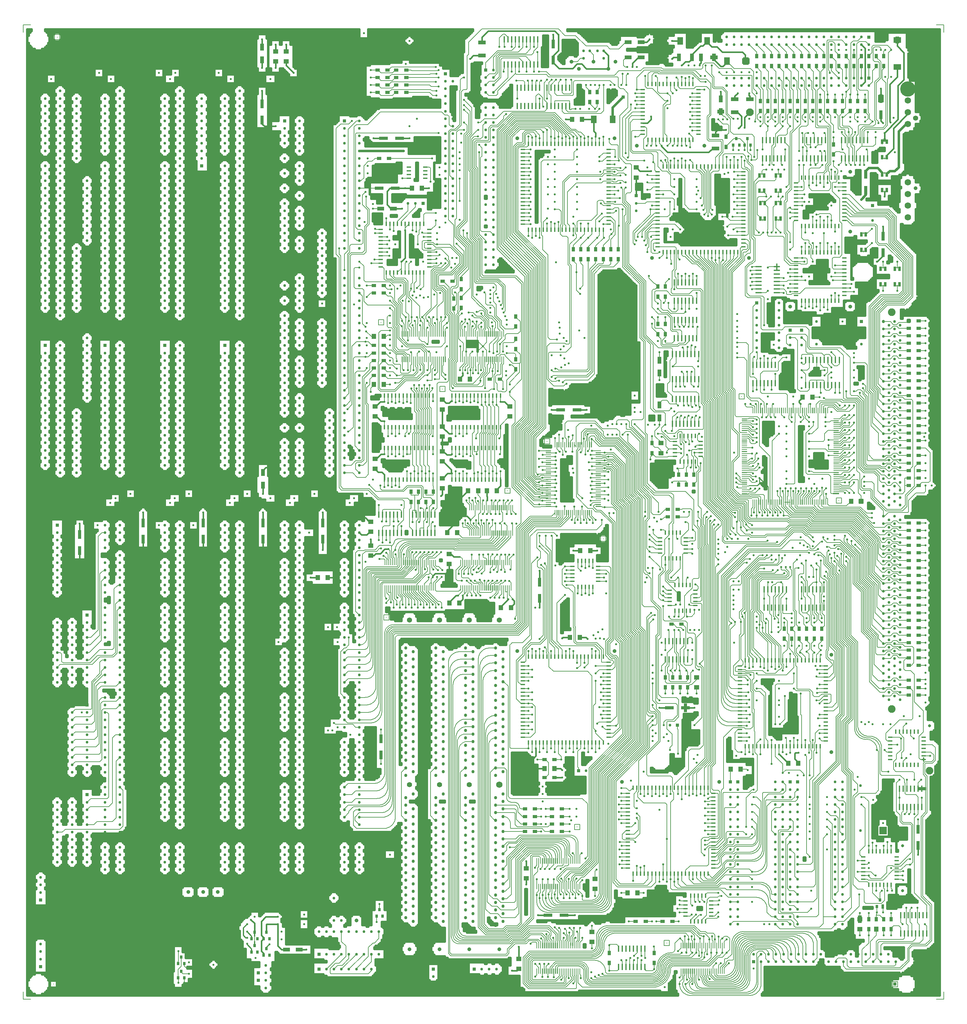
<source format=gbr>
G04 FAB 3000 Version 8.1.7 - Gerber/CAM Software*
G04 RS274-X Output*
%FSLAX24Y24*%
%MIA0B0*%
%MOIN*%
%SFA1.000000B1.000000*%

%IPPOS*%
%ADD11C,0.006440*%
%ADD12C,0.012880*%
%ADD13C,0.016100*%
%ADD14C,0.005152*%
%ADD15C,0.025761*%
%ADD16C,0.029560*%
%ADD17C,0.029570*%
%ADD18C,0.029510*%
%ADD19C,0.029550*%
%ADD20C,0.029520*%
%ADD21C,0.029600*%
%ADD22C,0.029500*%
%ADD23C,0.033900*%
%ADD24C,0.033910*%
%ADD25C,0.033970*%
%ADD26C,0.033960*%
%ADD27C,0.033980*%
%ADD28C,0.033920*%
%ADD29C,0.041070*%
%ADD30C,0.041020*%
%ADD31C,0.041030*%
%ADD32C,0.041010*%
%ADD33C,0.041090*%
%ADD34C,0.041000*%
%ADD35C,0.054800*%
%ADD36C,0.054750*%
%ADD37C,0.054730*%
%ADD38C,0.054740*%
%ADD39C,0.068400*%
%ADD40C,0.068410*%
%ADD41C,0.068420*%
%ADD42R,0.038600X0.038600*%
%ADD43R,0.038640X0.038640*%
%ADD44R,0.038630X0.038640*%
%ADD45R,0.038680X0.038640*%
%ADD46C,0.032820*%
%ADD47C,0.032800*%
%ADD48C,0.032900*%
%ADD49C,0.082101*%
%ADD50C,0.021900*%
%ADD51C,0.021920*%
%ADD52C,0.021860*%
%ADD53C,0.021930*%
%ADD54C,0.021910*%
%ADD55C,0.021870*%
%ADD56C,0.021940*%
%ADD57C,0.021880*%
%ADD58C,0.021840*%
%ADD59C,0.021850*%
%ADD60C,0.022000*%
%ADD61C,0.021801*%
%ADD62C,0.008200*%
%ADD63C,0.008250*%
%ADD64C,0.008190*%
%ADD65R,0.034800X0.034780*%
%ADD66R,0.034780X0.034780*%
%ADD67R,0.034770X0.034780*%
%ADD68R,0.034770X0.034770*%
%ADD69R,0.034770X0.034800*%
%ADD70R,0.034760X0.034800*%
%ADD71R,0.034780X0.034800*%
%ADD72R,0.034780X0.034770*%
%ADD73R,0.034780X0.034700*%
%ADD74R,0.034780X0.034900*%
%ADD75R,0.034780X0.034760*%
%ADD76R,0.034770X0.034700*%
%ADD77R,0.034770X0.034760*%
%ADD78R,0.080500X0.080510*%
%ADD79R,0.080500X0.080500*%
%ADD80C,0.164200*%
%ADD81C,0.164220*%
%ADD82C,0.164230*%
%ADD83C,0.164240*%
%ADD84R,0.048300X0.032170*%
%ADD85R,0.048290X0.032230*%
%ADD86R,0.048290X0.032180*%
%ADD87R,0.048280X0.032180*%
%ADD88R,0.048280X0.032230*%
%ADD89R,0.048280X0.032170*%
%ADD90R,0.048330X0.032180*%
%ADD91R,0.048330X0.032240*%
%ADD92R,0.048290X0.032240*%
%ADD93R,0.048280X0.032240*%
%ADD94R,0.048330X0.032200*%
%ADD95R,0.048290X0.032200*%
%ADD96R,0.048330X0.032300*%
%ADD97R,0.048290X0.032300*%
%ADD98R,0.048330X0.032000*%
%ADD99R,0.048290X0.032000*%
%ADD100R,0.048290X0.032100*%
%ADD101R,0.048330X0.032100*%
%ADD102R,0.048340X0.032300*%
%ADD103R,0.048340X0.032200*%
%ADD104R,0.048350X0.032170*%
%ADD105R,0.048350X0.032180*%
%ADD106R,0.048270X0.032180*%
%ADD107R,0.048290X0.032170*%
%ADD108R,0.048290X0.032220*%
%ADD109R,0.048350X0.032200*%
%ADD110R,0.048270X0.032200*%
%ADD111R,0.048280X0.032200*%
%ADD112R,0.048280X0.032100*%
%ADD113R,0.048340X0.032100*%
%ADD114R,0.048280X0.032300*%
%ADD115R,0.048350X0.032300*%
%ADD116R,0.048280X0.032220*%
%ADD117R,0.048300X0.032200*%
%ADD118R,0.048350X0.032240*%
%ADD119R,0.048350X0.032220*%
%ADD120R,0.048290X0.032160*%
%ADD121R,0.048280X0.032160*%
%ADD122R,0.048350X0.032160*%
%ADD123R,0.048350X0.032230*%
%ADD124R,0.048330X0.032400*%
%ADD125R,0.048290X0.032400*%
%ADD126R,0.048280X0.032400*%
%ADD127R,0.048340X0.032400*%
%ADD128R,0.048350X0.032100*%
%ADD129R,0.048270X0.032100*%
%ADD130R,0.048300X0.032300*%
%ADD131R,0.048270X0.032300*%
%ADD132R,0.048340X0.032220*%
%ADD133R,0.048340X0.032180*%
%ADD134R,0.048300X0.032100*%
%ADD135R,0.048300X0.032180*%
%ADD136R,0.048300X0.032230*%
%ADD137R,0.048340X0.032230*%
%ADD138R,0.048330X0.032230*%
%ADD139R,0.048330X0.032170*%
%ADD140R,0.048330X0.032220*%
%ADD141R,0.048310X0.032220*%
%ADD142R,0.048300X0.032240*%
%ADD143R,0.048200X0.032240*%
%ADD144R,0.048300X0.032220*%
%ADD145R,0.048400X0.032180*%
%ADD146R,0.048200X0.032170*%
%ADD147R,0.048200X0.032220*%
%ADD148R,0.048200X0.032230*%
%ADD149R,0.048200X0.032180*%
%ADD150R,0.048200X0.032190*%
%ADD151R,0.048300X0.032190*%
%ADD152R,0.048300X0.032210*%
%ADD153R,0.048200X0.032210*%
%ADD154R,0.048200X0.032300*%
%ADD155R,0.048200X0.032200*%
%ADD156R,0.048200X0.032100*%
%ADD157R,0.032300X0.048300*%
%ADD158R,0.032170X0.048400*%
%ADD159R,0.032180X0.048400*%
%ADD160R,0.032230X0.048400*%
%ADD161R,0.032230X0.048300*%
%ADD162R,0.032240X0.048300*%
%ADD163R,0.032180X0.048300*%
%ADD164R,0.032170X0.048300*%
%ADD165R,0.032220X0.048400*%
%ADD166R,0.032170X0.048200*%
%ADD167R,0.032180X0.048200*%
%ADD168R,0.032240X0.048200*%
%ADD169R,0.032230X0.048200*%
%ADD170R,0.032160X0.048200*%
%ADD171R,0.032220X0.048200*%
%ADD172R,0.032220X0.048300*%
%ADD173R,0.032160X0.048300*%
%ADD174R,0.032240X0.048400*%
%ADD175R,0.032160X0.048400*%
%ADD176R,0.032190X0.048300*%
%ADD177R,0.032190X0.048200*%
%ADD178R,0.032200X0.048400*%
%ADD179R,0.032200X0.048300*%
%ADD180R,0.032100X0.048300*%
%ADD181R,0.032100X0.048200*%
%ADD182R,0.048300X0.058000*%
%ADD183R,0.048330X0.058000*%
%ADD184R,0.048290X0.058000*%
%ADD185C,0.082150*%
%ADD186C,0.005500*%
%ADD187C,0.009660*%
%ADD188C,0.008240*%
%ADD189C,0.008180*%
%ADD190R,0.051500X0.016100*%
%ADD191R,0.051540X0.016100*%
%ADD192R,0.051540X0.016000*%
%ADD193R,0.051540X0.016200*%
%ADD194R,0.051480X0.016100*%
%ADD195R,0.051480X0.015900*%
%ADD196R,0.051540X0.015900*%
%ADD197R,0.051480X0.016000*%
%ADD198R,0.051480X0.016200*%
%ADD199R,0.051540X0.016060*%
%ADD200R,0.051540X0.016110*%
%ADD201R,0.051540X0.016120*%
%ADD202R,0.051540X0.016130*%
%ADD203R,0.051540X0.016070*%
%ADD204R,0.051480X0.016110*%
%ADD205R,0.051480X0.016070*%
%ADD206R,0.051480X0.016050*%
%ADD207R,0.051480X0.016130*%
%ADD208R,0.051480X0.016120*%
%ADD209R,0.051480X0.016060*%
%ADD210R,0.051490X0.016060*%
%ADD211R,0.051490X0.016110*%
%ADD212R,0.051490X0.016120*%
%ADD213R,0.051490X0.016130*%
%ADD214R,0.051490X0.016070*%
%ADD215R,0.051490X0.016000*%
%ADD216R,0.051490X0.016100*%
%ADD217R,0.051490X0.016200*%
%ADD218R,0.051550X0.016100*%
%ADD219R,0.051550X0.016200*%
%ADD220R,0.051550X0.016060*%
%ADD221R,0.051540X0.016050*%
%ADD222R,0.051550X0.016050*%
%ADD223R,0.051550X0.016110*%
%ADD224R,0.051550X0.016120*%
%ADD225R,0.051600X0.016110*%
%ADD226R,0.051600X0.016070*%
%ADD227R,0.051600X0.016050*%
%ADD228R,0.051600X0.016130*%
%ADD229R,0.051600X0.016120*%
%ADD230R,0.051600X0.016060*%
%ADD231R,0.051500X0.016060*%
%ADD232R,0.051500X0.016110*%
%ADD233R,0.051500X0.016120*%
%ADD234R,0.016200X0.051540*%
%ADD235R,0.016110X0.051500*%
%ADD236R,0.016050X0.051500*%
%ADD237R,0.016070X0.051500*%
%ADD238R,0.016120X0.051500*%
%ADD239R,0.016130X0.051500*%
%ADD240R,0.016110X0.051600*%
%ADD241R,0.016060X0.051600*%
%ADD242R,0.016120X0.051600*%
%ADD243R,0.016060X0.051500*%
%ADD244R,0.016070X0.051600*%
%ADD245R,0.016110X0.051540*%
%ADD246R,0.016120X0.051540*%
%ADD247R,0.016060X0.051540*%
%ADD248R,0.016070X0.051540*%
%ADD249R,0.016050X0.051540*%
%ADD250R,0.016070X0.051550*%
%ADD251R,0.016110X0.051550*%
%ADD252R,0.016120X0.051550*%
%ADD253R,0.016050X0.051600*%
%ADD254R,0.016130X0.051540*%
%ADD255R,0.016110X0.051480*%
%ADD256R,0.016110X0.051490*%
%ADD257R,0.016120X0.051490*%
%ADD258R,0.016120X0.051480*%
%ADD259R,0.016130X0.051600*%
%ADD260R,0.016060X0.051530*%
%ADD261R,0.016110X0.051530*%
%ADD262R,0.016120X0.051530*%
%ADD263R,0.016070X0.051530*%
%ADD264R,0.016110X0.051400*%
%ADD265R,0.016120X0.051400*%
%ADD266R,0.016060X0.051400*%
%ADD267R,0.016050X0.051400*%
%ADD268R,0.016060X0.051480*%
%ADD269R,0.016100X0.051540*%
%ADD270R,0.016100X0.051480*%
%ADD271R,0.016200X0.051480*%
%ADD272R,0.009700X0.019320*%
%ADD273R,0.009660X0.019300*%
%ADD274R,0.009670X0.019300*%
%ADD275R,0.009600X0.019300*%
%ADD276R,0.009700X0.019300*%
%ADD277R,0.009600X0.019400*%
%ADD278R,0.025800X0.032200*%
%ADD279R,0.025780X0.032180*%
%ADD280R,0.025760X0.032180*%
%ADD281R,0.025780X0.032220*%
%ADD282R,0.025760X0.032170*%
%ADD283R,0.025780X0.032170*%
%ADD284R,0.025730X0.032180*%
%ADD285R,0.025760X0.032220*%
%ADD286R,0.025780X0.032240*%
%ADD287R,0.025760X0.032240*%
%ADD288R,0.025730X0.032240*%
%ADD289R,0.025760X0.032230*%
%ADD290R,0.025780X0.032230*%
%ADD291R,0.025770X0.032230*%
%ADD292R,0.025780X0.032300*%
%ADD293R,0.025760X0.032200*%
%ADD294R,0.025780X0.032200*%
%ADD295R,0.025770X0.032200*%
%ADD296R,0.025760X0.032300*%
%ADD297R,0.025800X0.032240*%
%ADD298R,0.025800X0.032230*%
%ADD299R,0.025700X0.032230*%
%ADD300R,0.031600X0.045080*%
%ADD301R,0.031570X0.045100*%
%ADD302R,0.031570X0.045000*%
%ADD303R,0.031500X0.045100*%
%ADD304R,0.031600X0.045100*%
%ADD305R,0.031600X0.045000*%
%ADD306R,0.031500X0.045000*%
%ADD307R,0.067590X0.016100*%
%ADD308R,0.067660X0.016100*%
%ADD309R,0.067600X0.016100*%
%ADD310R,0.067600X0.016200*%
%ADD311R,0.067660X0.016200*%
%ADD312R,0.067660X0.016000*%
%ADD313R,0.067600X0.016000*%
%ADD314R,0.016110X0.067600*%
%ADD315R,0.016060X0.067600*%
%ADD316R,0.016120X0.067600*%
%ADD317R,0.016130X0.067600*%
%ADD318R,0.016050X0.067600*%
%ADD319R,0.016070X0.067600*%
%ADD320R,0.016110X0.067500*%
%ADD321R,0.016120X0.067500*%
%ADD322R,0.016070X0.067500*%
%ADD323R,0.016060X0.067500*%
%ADD324R,0.016110X0.067590*%
%ADD325R,0.016050X0.067590*%
%ADD326R,0.016130X0.067590*%
%ADD327R,0.016110X0.067620*%
%ADD328R,0.016130X0.067620*%
%ADD329R,0.016050X0.067620*%
%ADD330R,0.016070X0.067670*%
%ADD331R,0.016050X0.067670*%
%ADD332R,0.016110X0.067670*%
%ADD333R,0.016120X0.067670*%
%ADD334R,0.016110X0.067700*%
%ADD335R,0.016120X0.067700*%
%ADD336R,0.016130X0.067700*%
%ADD337R,0.016050X0.067700*%
%ADD338R,0.016110X0.067650*%
%ADD339R,0.016120X0.067650*%
%ADD340R,0.016060X0.067650*%
%ADD341R,0.016070X0.067650*%
%ADD342R,0.016060X0.067700*%
%ADD343R,0.016070X0.067700*%
%ADD344R,0.016100X0.067590*%
%ADD345R,0.016200X0.067590*%
%ADD346R,0.016100X0.067650*%
%ADD347R,0.016200X0.067650*%
%ADD348R,0.016100X0.067620*%
%ADD349R,0.016200X0.067620*%
%ADD350R,0.016000X0.067650*%
%ADD351R,0.016000X0.067590*%
%ADD352R,0.093400X0.032220*%
%ADD353R,0.093360X0.032200*%
%ADD354R,0.093380X0.032200*%
%ADD355R,0.093360X0.032100*%
%ADD356R,0.093430X0.032100*%
%ADD357R,0.093360X0.032180*%
%ADD358R,0.093370X0.032180*%
%ADD359R,0.093360X0.032230*%
%ADD360R,0.093370X0.032230*%
%ADD361R,0.032180X0.093380*%
%ADD362R,0.032230X0.093400*%
%ADD363R,0.032170X0.093400*%
%ADD364R,0.032220X0.093400*%
%ADD365R,0.032170X0.093300*%
%ADD366R,0.032180X0.093400*%
%ADD367R,0.032230X0.093370*%
%ADD368R,0.032230X0.093360*%
%ADD369R,0.032230X0.093300*%
%ADD370R,0.032180X0.093300*%
%ADD371R,0.032300X0.093370*%
%ADD372R,0.032300X0.093360*%
%ADD373R,0.032200X0.093400*%
%ADD374R,0.032300X0.093300*%
%ADD375R,0.032300X0.093500*%
%ADD376R,0.060500X0.080500*%
%ADD377R,0.060560X0.080400*%
%ADD378R,0.060550X0.080400*%
%ADD379R,0.060550X0.080600*%
%ADD380R,0.060490X0.080500*%
%ADD381R,0.060490X0.080600*%
%ADD382R,0.060560X0.080500*%
%ADD383R,0.080500X0.060500*%
%ADD384R,0.080500X0.060400*%
%ADD385R,0.038700X0.077200*%
%ADD386R,0.038630X0.077400*%
%ADD387R,0.038630X0.077200*%
%ADD388R,0.038630X0.077300*%
%ADD389R,0.038640X0.077200*%
%ADD390R,0.077310X0.038600*%
%ADD391R,0.077260X0.038630*%
%ADD392R,0.077250X0.038630*%
%ADD393R,0.077260X0.038600*%
%ADD394R,0.077250X0.038600*%
%ADD395R,0.077320X0.038600*%
%ADD396R,0.048350X0.032400*%
%ADD397R,0.048270X0.032170*%
%ADD398R,0.032180X0.048290*%
%ADD399R,0.032170X0.048290*%
%ADD400R,0.032230X0.048350*%
%ADD401R,0.032220X0.048350*%
%ADD402R,0.032160X0.048350*%
%ADD403R,0.032170X0.048350*%
%ADD404R,0.032170X0.048280*%
%ADD405R,0.032160X0.048280*%
%ADD406R,0.032220X0.048280*%
%ADD407R,0.032230X0.048280*%
%ADD408R,0.032230X0.048290*%
%ADD409R,0.032180X0.048280*%
%ADD410R,0.032220X0.048290*%
%ADD411R,0.032240X0.048100*%
%ADD412R,0.032160X0.048290*%
%ADD413R,0.032100X0.048290*%
%ADD414R,0.048290X0.057940*%
%ADD415R,0.048340X0.057950*%
%ADD416R,0.048290X0.057950*%
%ADD417R,0.048280X0.058000*%
%ADD418R,0.048280X0.058100*%
%ADD419R,0.048340X0.058100*%
%ADD420R,0.048290X0.057900*%
%ADD421R,0.048340X0.058000*%
%ADD422R,0.048290X0.058010*%
%ADD423R,0.048330X0.058010*%
%ADD424R,0.048350X0.057950*%
%ADD425R,0.048280X0.057950*%
%ADD426R,0.048280X0.057900*%
%ADD427R,0.048350X0.057900*%
%ADD428R,0.048330X0.057950*%
%ADD429R,0.048270X0.057940*%
%ADD430R,0.048300X0.057940*%
%ADD431R,0.048340X0.057900*%
%ADD432R,0.058000X0.048300*%
%ADD433R,0.057940X0.048300*%
%ADD434R,0.057940X0.048200*%
%ADD435R,0.058000X0.048200*%
%ADD436R,0.057950X0.048200*%
%ADD437R,0.057950X0.048300*%
%ADD438R,0.057950X0.048400*%
%ADD439R,0.058000X0.048400*%
%ADD440R,0.057950X0.048290*%
%ADD441R,0.057950X0.048330*%
%ADD442R,0.057940X0.048290*%
%ADD443R,0.057940X0.048270*%
%ADD444R,0.057940X0.048330*%
%ADD445R,0.057940X0.048400*%
%ADD446R,0.057940X0.048280*%
%ADD447R,0.057940X0.048350*%
%ADD448R,0.057990X0.048290*%
%ADD449R,0.041820X0.080520*%
%ADD450R,0.041820X0.080600*%
%ADD451R,0.041830X0.080600*%
%ADD452R,0.041890X0.080600*%
%ADD453R,0.080510X0.041900*%
%ADD454R,0.080520X0.042000*%
%ADD455R,0.080520X0.041900*%
%ADD456R,0.080510X0.041800*%
%ADD457R,0.080510X0.042000*%
%ADD458R,0.080520X0.041800*%
%ADD459C,0.082130*%
%ADD460R,0.094230X0.094350*%
%ADD461R,0.086210X0.086320*%
%ADD462R,0.100700X0.100800*%
%ADD463R,0.092670X0.092800*%
%ADD464R,0.097450X0.091200*%
%ADD465R,0.089410X0.083200*%
%ADD466R,0.092720X0.089620*%
%ADD467R,0.084690X0.081540*%
%ADD468R,0.094300X0.095800*%
%ADD469R,0.086220X0.087700*%
%ADD470R,0.092730X0.091080*%
%ADD471R,0.084690X0.083060*%
%ADD472R,0.103030X0.101600*%
%ADD473R,0.094990X0.093600*%
%ADD474R,0.005630X0.028300*%
%ADD475R,0.005640X0.028200*%
%ADD476R,0.005630X0.028200*%
%ADD477R,0.005640X0.028000*%
%ADD478R,0.005640X0.028300*%
%ADD479R,0.005600X0.028200*%
%ADD480R,0.005630X0.028100*%
%ADD481R,0.005600X0.028100*%
%ADD482R,0.092300X0.092350*%
%ADD483R,0.084300X0.084320*%
%ADD484R,0.092290X0.092220*%
%ADD485R,0.084250X0.084200*%
%ADD486R,0.090980X0.090800*%
%ADD487R,0.082900X0.082900*%
%ADD488R,0.099940X0.100500*%
%ADD489R,0.091920X0.092500*%
%ADD490R,0.097480X0.097500*%
%ADD491R,0.089460X0.089400*%
%ADD492R,0.005600X0.028300*%
%ADD493R,0.098410X0.097000*%
%ADD494R,0.090390X0.089000*%
%ADD495R,0.097500X0.097590*%
%ADD496R,0.096680X0.096730*%
%ADD497R,0.089470X0.089510*%
%ADD498R,0.079810X0.079860*%
%ADD499R,0.103960X0.104000*%
%ADD500R,0.103140X0.103200*%
%ADD501R,0.095870X0.096000*%
%ADD502R,0.086210X0.086300*%
%ADD503R,0.100590X0.094400*%
%ADD504R,0.099830X0.093600*%
%ADD505R,0.092550X0.086400*%
%ADD506R,0.082900X0.076700*%
%ADD507R,0.095970X0.092830*%
%ADD508R,0.095150X0.092020*%
%ADD509R,0.087890X0.084750*%
%ADD510R,0.078240X0.075090*%
%ADD511R,0.097500X0.099000*%
%ADD512R,0.096660X0.098200*%
%ADD513R,0.089420X0.091000*%
%ADD514R,0.079750X0.081400*%
%ADD515R,0.095970X0.094350*%
%ADD516R,0.095170X0.093520*%
%ADD517R,0.087950X0.086310*%
%ADD518R,0.078270X0.076670*%
%ADD519R,0.106240X0.104900*%
%ADD520R,0.105460X0.104100*%
%ADD521R,0.098210X0.096900*%
%ADD522R,0.088540X0.087100*%
%ADD523R,0.008830X0.031300*%
%ADD524R,0.008030X0.030600*%
%ADD525R,0.008840X0.031400*%
%ADD526R,0.008080X0.030500*%
%ADD527R,0.008830X0.031400*%
%ADD528R,0.008080X0.030600*%
%ADD529R,0.008020X0.030600*%
%ADD530R,0.008020X0.030500*%
%ADD531R,0.008800X0.031300*%
%ADD532R,0.008000X0.030600*%
%ADD533R,0.008800X0.031400*%
%ADD534R,0.095500X0.095550*%
%ADD535R,0.094700X0.094730*%
%ADD536R,0.087500X0.087510*%
%ADD537R,0.077900X0.077850*%
%ADD538R,0.008900X0.031300*%
%ADD539R,0.008100X0.030600*%
%ADD540R,0.008900X0.031400*%
%ADD541R,0.095540X0.095490*%
%ADD542R,0.094780X0.094670*%
%ADD543R,0.087510X0.087400*%
%ADD544R,0.077850X0.077750*%
%ADD545R,0.094190X0.094200*%
%ADD546R,0.093370X0.093400*%
%ADD547R,0.086150X0.086200*%
%ADD548R,0.076490X0.076400*%
%ADD549R,0.103080X0.103800*%
%ADD550R,0.102340X0.103000*%
%ADD551R,0.095060X0.095800*%
%ADD552R,0.085390X0.086000*%
%ADD553R,0.100740X0.100700*%
%ADD554R,0.099880X0.099900*%
%ADD555R,0.092660X0.092700*%
%ADD556R,0.082960X0.083000*%
%ADD557R,0.009000X0.031400*%
%ADD558R,0.008000X0.030500*%
%ADD559R,0.008000X0.030700*%
%ADD560R,0.101670X0.100200*%
%ADD561R,0.100910X0.099400*%
%ADD562R,0.093640X0.092200*%
%ADD563R,0.083980X0.082600*%
%ADD564R,0.009700X0.019310*%
%ADD565R,0.093410X0.032180*%
%ADD566R,0.060540X0.080500*%
%ADD567R,0.038700X0.077400*%
%ADD568R,0.032200X0.048280*%
%ADD569C,0.005490*%
%LNA4000T Rev4 top signal_0*%
%LPD*%
G54D17*
X43393Y57517D03*
Y59126D03*
G54D15*
Y54699D02*
G01Y56631D01*
X35021D02*
G01X51926D01*
X35182Y56470D02*
G01X51926D01*
X35182Y56309D02*
G01X52087D01*
G54D11*
X41461Y57033D02*
G01X45486D01*
X43393Y58644D02*
G01Y59127D01*
X42668Y57919D02*
G01X43393Y58644D01*
X45003Y59127D02*
G01X43393Y57516D01*
X44198Y59127D02*
G01X42588Y57516D01*
X54804Y83573D02*
G01X54838Y83663D01*
X54778Y83481D02*
G01X54804Y83573D01*
X54759Y83387D02*
G01X54778Y83481D01*
X54806Y88725D02*
G01X54754Y88645D01*
X54864Y88801D02*
G01X54806Y88725D01*
X54768Y89677D02*
G01X54838Y89743D01*
X54703Y89606D02*
G01X54768Y89677D01*
X54849Y90673D02*
G01X54768Y90620D01*
D02*
G01X54693Y90562D01*
X55252Y89978D02*
G01X55344Y90004D01*
D02*
G01X55438Y90023D01*
D02*
G01X55533Y90034D01*
D02*
G01X55629Y90038D01*
X54933Y90718D02*
G01X54849Y90673D01*
X55021Y90757D02*
G01X54933Y90718D01*
X55111Y90790D02*
G01X55021Y90757D01*
X55204Y90814D02*
G01X55111Y90790D01*
X55298Y90831D02*
G01X55204Y90814D01*
X55393Y90841D02*
G01X55298Y90831D01*
X55489Y90843D02*
G01X55393Y90841D01*
X54966Y61233D02*
G01X55040Y61094D01*
X54920Y61385D02*
G01X54966Y61233D01*
X54979Y60811D02*
G01X54880Y60933D01*
X55101Y60711D02*
G01X54979Y60811D01*
X55070Y60269D02*
G01X54918Y60315D01*
X54940Y60551D02*
G01X55079Y60476D01*
X55292Y81438D02*
G01X55269Y81373D01*
X55322Y81501D02*
G01X55292Y81438D01*
X55355Y81561D02*
G01X55322Y81501D01*
X55302Y82558D02*
G01X55424Y82657D01*
X55202Y82435D02*
G01X55302Y82558D01*
X55337Y83317D02*
G01X55266Y83252D01*
X55413Y83375D02*
G01X55337Y83317D01*
X55332Y84233D02*
G01X55416Y84279D01*
X55252Y84180D02*
G01X55332Y84233D01*
X55413Y89173D02*
G01X55323Y89139D01*
D02*
G01X55237Y89099D01*
X54929Y88872D02*
G01X54864Y88801D01*
X54999Y88938D02*
G01X54929Y88872D01*
X55074Y88997D02*
G01X54999Y88938D01*
X55154Y89051D02*
G01X55074Y88997D01*
X55237Y89099D02*
G01X55154Y89051D01*
X54838Y89743D02*
G01X54913Y89803D01*
D02*
G01X54992Y89856D01*
D02*
G01X55076Y89904D01*
D02*
G01X55162Y89944D01*
D02*
G01X55252Y89978D01*
X55176Y84122D02*
G01X55252Y84180D01*
X55105Y84057D02*
G01X55176Y84122D01*
X55039Y83987D02*
G01X55105Y84057D01*
X54979Y83912D02*
G01X55039Y83987D01*
X54926Y83833D02*
G01X54979Y83912D01*
X54878Y83750D02*
G01X54926Y83833D01*
X54838Y83663D02*
G01X54878Y83750D01*
X55871Y73536D02*
G01X55388Y74019D01*
X55463Y61295D02*
G01X55584Y61194D01*
X55362Y61416D02*
G01X55463Y61295D01*
X55450Y61016D02*
G01X55397Y61051D01*
X55505Y60985D02*
G01X55450Y61016D01*
X55549Y60576D02*
G01X55392Y60591D01*
X55402Y60798D02*
G01X55553Y60752D01*
X55240Y60636D02*
G01X55101Y60711D01*
X55392Y60591D02*
G01X55240Y60636D01*
X55227Y60253D02*
G01X55070Y60269D01*
X55079Y60476D02*
G01X55231Y60430D01*
D02*
G01X55388Y60415D01*
X55262Y60872D02*
G01X55402Y60798D01*
X55141Y60972D02*
G01X55262Y60872D01*
X55288Y61555D02*
G01X55362Y61416D01*
X55242Y61706D02*
G01X55288Y61555D01*
X55227Y61864D02*
G01X55242Y61706D01*
X55068Y61640D02*
G01X55066Y61703D01*
X55076Y61577D02*
G01X55068Y61640D01*
X55087Y61515D02*
G01X55076Y61577D01*
X55040Y61094D02*
G01X55141Y60972D01*
X55397Y61051D02*
G01X55347Y61090D01*
D02*
G01X55302Y61133D01*
D02*
G01X55258Y61179D01*
D02*
G01X55219Y61229D01*
D02*
G01X55184Y61281D01*
D02*
G01X55154Y61337D01*
D02*
G01X55127Y61394D01*
D02*
G01X55105Y61454D01*
D02*
G01X55087Y61515D01*
X55505Y89199D02*
G01X55413Y89173D01*
X55599Y89218D02*
G01X55505Y89199D01*
X55695Y89229D02*
G01X55599Y89218D01*
X55790Y89233D02*
G01X55695Y89229D01*
X55388Y78688D02*
G01X55871Y79171D01*
X55392Y81618D02*
G01X55355Y81561D01*
X55435Y81673D02*
G01X55392Y81618D01*
X55481Y81724D02*
G01X55435Y81673D01*
X55531Y81770D02*
G01X55481Y81724D01*
X55584Y81814D02*
G01X55531Y81770D01*
X55641Y81852D02*
G01X55584Y81814D01*
X55714Y82778D02*
G01X55871Y82794D01*
X55563Y82732D02*
G01X55714Y82778D01*
X55424Y82657D02*
G01X55563Y82732D01*
X55893Y81961D02*
G01X55827Y81941D01*
D02*
G01X55763Y81916D01*
D02*
G01X55701Y81887D01*
D02*
G01X55641Y81852D01*
X55493Y83428D02*
G01X55413Y83375D01*
X55577Y83473D02*
G01X55493Y83428D01*
X55665Y83512D02*
G01X55577Y83473D01*
X55755Y83544D02*
G01X55665Y83512D01*
X55847Y83569D02*
G01X55755Y83544D01*
X55781Y84391D02*
G01X55876Y84401D01*
X55686Y84373D02*
G01X55781Y84391D01*
X55594Y84350D02*
G01X55686Y84373D01*
X55504Y84317D02*
G01X55594Y84350D01*
X55416Y84279D02*
G01X55504Y84317D01*
X55066Y81988D02*
G01X55082Y82145D01*
X55269Y81373D02*
G01X55251Y81308D01*
D02*
G01X55237Y81240D01*
D02*
G01X55229Y81171D01*
D02*
G01X55227Y81103D01*
X55082Y82145D02*
G01X55128Y82297D01*
X54909Y82486D02*
G01X54905Y82391D01*
X54920Y82581D02*
G01X54909Y82486D01*
X54939Y82676D02*
G01X54920Y82581D01*
X54965Y82769D02*
G01X54939Y82676D01*
X54999Y82858D02*
G01X54965Y82769D01*
X55039Y82945D02*
G01X54999Y82858D01*
X55087Y83029D02*
G01X55039Y82945D01*
X55141Y83107D02*
G01X55087Y83029D01*
X55200Y83182D02*
G01X55141Y83107D01*
X55266Y83252D02*
G01X55200Y83182D01*
X55128Y82297D02*
G01X55202Y82435D01*
G36*
X67404Y57605D02*
G01X67482D01*
Y57025D01*
X67404D01*
Y57605D01*
G37*
G36*
Y60342D02*
G01X67482D01*
Y59762D01*
X67404D01*
Y60342D01*
G37*
G54D51*
X67543Y55987D03*
G54D15*
Y54699D02*
G01Y55021D01*
X67382Y54699D02*
G01Y55021D01*
G54D11*
X66738Y55584D02*
G01X67543Y56390D01*
X67443Y56812D02*
G01Y57315D01*
X67543Y56712D02*
G01X67443Y56812D01*
Y60052D02*
G01X67463Y60072D01*
D02*
G01Y60978D01*
G54D15*
X75755Y54699D02*
G01Y55182D01*
X75594Y54699D02*
G01Y55182D01*
G54D11*
X75352Y57356D02*
G01X76077D01*
X75916Y56872D02*
G01X70844D01*
X70442Y56712D02*
G01X75996D01*
Y56551D02*
G01X70039D01*
X69556Y56068D02*
G01X75996D01*
X71247Y57033D02*
G01X75916D01*
X69556Y56228D02*
G01X75996D01*
Y56390D02*
G01X69637D01*
X69476Y55746D02*
G01X76077D01*
Y55907D02*
G01X69476D01*
G54D15*
X77043Y54699D02*
G01Y55021D01*
X76882Y54699D02*
G01Y55182D01*
G54D11*
X76923Y57111D02*
G01X76883Y57040D01*
X76958Y57184D02*
G01X76923Y57111D01*
X76987Y57260D02*
G01X76958Y57184D01*
X76896Y56360D02*
G01X76990Y56434D01*
X76893Y56564D02*
G01X76972Y56639D01*
X76922Y56822D02*
G01X76858Y56750D01*
X76981Y56897D02*
G01X76922Y56822D01*
X76933Y55785D02*
G01X76793Y55722D01*
X77068Y55858D02*
G01X76933Y55785D01*
X76873Y55935D02*
G01X76993Y56001D01*
X77024Y56214D02*
G01X76918Y56144D01*
D02*
G01X76808Y56082D01*
G54D53*
X74869Y58483D03*
G54D51*
X74064D03*
X73259D03*
G54D52*
X72696D03*
G54D11*
X74064D02*
G01X74026Y58444D01*
X74831D02*
G01X74869Y58483D01*
X74428Y57744D02*
G01Y58686D01*
X73623Y57744D02*
G01Y58686D01*
X73221Y58444D02*
G01X73259Y58483D01*
X72818Y58361D02*
G01X72696Y58483D01*
X70062Y58453D02*
G01X70155Y58428D01*
X69968Y58471D02*
G01X70062Y58453D01*
X69873Y58480D02*
G01X69968Y58471D01*
X69777Y58483D02*
G01X69873Y58480D01*
G54D15*
X68187Y54699D02*
G01Y55182D01*
X68026Y54699D02*
G01Y55021D01*
G54D11*
X68510Y55584D02*
G01X68047Y56047D01*
X68107Y57839D02*
G01X68218Y57827D01*
X68047Y60440D02*
G01X68189Y60583D01*
G54D15*
X69154Y54699D02*
G01Y55182D01*
X68993Y54699D02*
G01Y55182D01*
G54D11*
X69084Y56323D02*
G01X69154Y56236D01*
X69033Y56423D02*
G01X69084Y56323D01*
X69088Y57772D02*
G01X69059Y57834D01*
X69111Y57707D02*
G01X69088Y57772D01*
X69129Y57641D02*
G01X69111Y57707D01*
X69143Y57573D02*
G01X69129Y57641D01*
X69118Y56015D02*
G01X69020Y56095D01*
X69229Y55956D02*
G01X69118Y56015D01*
X69028Y55882D02*
G01X69167Y55807D01*
G54D15*
X76721Y54699D02*
G01Y55182D01*
X76560Y54699D02*
G01Y55182D01*
X76399Y54699D02*
G01Y55182D01*
X76238Y54699D02*
G01Y55182D01*
X76077Y54699D02*
G01Y55182D01*
X75916Y54699D02*
G01Y55182D01*
G54D11*
X76077Y55746D02*
G01X76214Y55751D01*
D02*
G01X76351Y55767D01*
D02*
G01X76486Y55793D01*
X76793Y55722D02*
G01X76648Y55671D01*
D02*
G01X76500Y55631D01*
D02*
G01X76349Y55604D01*
D02*
G01X76197Y55589D01*
D02*
G01X76043Y55584D01*
X76486Y55793D02*
G01X76618Y55830D01*
D02*
G01X76748Y55877D01*
G36*
X68209Y60342D02*
G01X68287D01*
Y59762D01*
X68209D01*
Y60342D01*
G37*
G54D53*
X68510Y60897D03*
G54D11*
X68189Y60583D02*
G01Y60641D01*
D02*
G01X68212Y60664D01*
X68248Y60395D02*
G01Y60052D01*
Y60395D02*
G01X68510Y60656D01*
D02*
G01Y60897D01*
G54D52*
X69556Y59771D03*
G54D15*
X68831Y59851D02*
G01Y60173D01*
G54D11*
X69571Y58809D02*
G01X69476Y58804D01*
X69666Y58820D02*
G01X69571Y58809D01*
X69557Y58969D02*
G01X69638Y58978D01*
X69476Y58966D02*
G01X69557Y58969D01*
X69552Y59303D02*
G01X69395Y59288D01*
X69521Y59461D02*
G01X69641Y59498D01*
X69395Y59448D02*
G01X69521Y59461D01*
X69556Y60438D02*
G01Y59771D01*
X69476Y59127D02*
G01X69544Y59129D01*
D02*
G01X69613Y59137D01*
D02*
G01X69680Y59151D01*
G54D444*
X69556Y60439D03*
G54D11*
X69733Y58648D02*
G01X69637Y58644D01*
X69828Y58659D02*
G01X69733Y58648D01*
X69761Y58839D02*
G01X69666Y58820D01*
X69717Y58994D02*
G01X69795Y59015D01*
X69638Y58978D02*
G01X69717Y58994D01*
X69703Y59349D02*
G01X69552Y59303D01*
X69843Y59423D02*
G01X69703Y59349D01*
X69641Y59498D02*
G01X69753Y59557D01*
X69680Y59151D02*
G01X69746Y59169D01*
D02*
G01X69811Y59193D01*
G54D52*
X71408Y60093D03*
G54D11*
X71407Y60092D02*
G01X71405Y60173D01*
X71407Y60092D02*
G01Y59263D01*
X72213Y60173D02*
G01X72416Y59971D01*
X70844Y60173D02*
G01Y59851D01*
X70846Y60248D02*
G01X70844Y60152D01*
X70683Y60334D02*
G01Y60012D01*
X70522D02*
G01Y60495D01*
X70200Y60092D02*
G01X70185Y59936D01*
X70200Y60817D02*
G01Y60092D01*
X70361Y60012D02*
G01Y60656D01*
X70039Y60092D02*
G01Y60978D01*
X70027Y59967D02*
G01X70039Y60092D01*
X69921Y58677D02*
G01X69828Y58659D01*
X70014Y58704D02*
G01X69921Y58677D01*
X69853Y58865D02*
G01X69761Y58839D01*
X69943Y58899D02*
G01X69853Y58865D01*
X69946Y59077D02*
G01X70017Y59116D01*
X69871Y59044D02*
G01X69946Y59077D01*
X69795Y59015D02*
G01X69871Y59044D01*
X69964Y59523D02*
G01X69843Y59423D01*
X69934Y59255D02*
G01X69991Y59293D01*
X69873Y59221D02*
G01X69934Y59255D01*
X69753Y59557D02*
G01X69851Y59637D01*
D02*
G01X69931Y59735D01*
D02*
G01X69990Y59846D01*
X69811Y59193D02*
G01X69873Y59221D01*
X70104Y58738D02*
G01X70014Y58704D01*
X70029Y58939D02*
G01X69943Y58899D01*
X70113Y58987D02*
G01X70029Y58939D01*
X70017Y59116D02*
G01X70085Y59161D01*
X70065Y59645D02*
G01X69964Y59523D01*
X70139Y59784D02*
G01X70065Y59645D01*
X70046Y59334D02*
G01X70096Y59381D01*
X69991Y59293D02*
G01X70046Y59334D01*
X69990Y59846D02*
G01X70027Y59967D01*
X70770Y61842D02*
G01X70691Y61789D01*
X81159Y61371D02*
G01X80505Y62024D01*
X71192Y61803D02*
G01X71284Y61830D01*
X80585Y62185D02*
G01X81229Y61541D01*
X71015Y61729D02*
G01X71102Y61769D01*
D02*
G01X71192Y61803D01*
G54D55*
X81571Y61058D03*
G54D52*
X82471Y61057D03*
G54D57*
X80263Y61058D03*
G54D51*
X79538D03*
G54D11*
X79961Y61059D02*
G01X79639Y61380D01*
X80565Y61139D02*
G01X80162Y61541D01*
X80565Y60736D02*
G01Y61139D01*
X80283Y61703D02*
G01X81169Y60817D01*
X82175Y60897D02*
G01X81703Y61371D01*
X81309Y61139D02*
G01X81390Y61059D01*
X80424Y61864D02*
G01X81149Y61139D01*
D02*
G01X81309D01*
G36*
X79922Y60342D02*
G01X80000D01*
Y59762D01*
X79922D01*
Y60342D01*
G37*
G54D51*
X79961Y60737D03*
G54D11*
Y60736D02*
G01Y60052D01*
Y61059D02*
G01Y60736D01*
X78170Y58966D02*
G01X80021D01*
X80283Y58804D02*
G01X78170D01*
X78250Y58321D02*
G01X81893D01*
X78250Y58483D02*
G01X81382D01*
X82014Y58160D02*
G01X78331D01*
Y58000D02*
G01X82114D01*
X81149Y58644D02*
G01X78250D01*
G54D399*
X76238Y58185D03*
G54D11*
X76818Y58265D02*
G01X76782Y58163D01*
X76863Y58364D02*
G01X76818Y58265D01*
X77025Y58268D02*
G01X77076Y58357D01*
X76982Y58176D02*
G01X77025Y58268D01*
X77216Y58278D02*
G01X77172Y58202D01*
X77265Y58350D02*
G01X77216Y58278D01*
X77973Y58267D02*
G01X78109Y58308D01*
X77848Y58200D02*
G01X77973Y58267D01*
X76635Y58230D02*
G01X76676Y58343D01*
X76603Y58115D02*
G01X76635Y58230D01*
X77680Y58275D02*
G01X77735Y58317D01*
X77630Y58229D02*
G01X77680Y58275D01*
X77582Y58178D02*
G01X77630Y58229D01*
X77462Y58285D02*
G01X77410Y58221D01*
X77517Y58343D02*
G01X77462Y58285D01*
X77359Y56902D02*
G01X77409Y57012D01*
X77300Y56797D02*
G01X77359Y56902D01*
X77234Y56698D02*
G01X77300Y56797D01*
X77304Y57192D02*
G01X77332Y57298D01*
X77267Y57090D02*
G01X77304Y57192D01*
X77223Y56991D02*
G01X77267Y57090D01*
X77171Y56895D02*
G01X77223Y56991D01*
X77112Y56804D02*
G01X77171Y56895D01*
X77046Y56718D02*
G01X77112Y56804D01*
X77175Y57332D02*
G01X77150Y57240D01*
D02*
G01X77119Y57150D01*
D02*
G01X77079Y57062D01*
D02*
G01X77033Y56978D01*
D02*
G01X76981Y56897D01*
X77451Y57125D02*
G01X77483Y57240D01*
X77409Y57012D02*
G01X77451Y57125D01*
X77511Y56786D02*
G01X77450Y56675D01*
X77565Y56901D02*
G01X77511Y56786D01*
X76582Y56184D02*
G01X76691Y56234D01*
X76469Y56143D02*
G01X76582Y56184D01*
X76354Y56110D02*
G01X76469Y56143D01*
X76235Y56087D02*
G01X76354Y56110D01*
X76116Y56072D02*
G01X76235Y56087D01*
X75996Y56068D02*
G01X76116Y56072D01*
X76213Y56246D02*
G01X76319Y56267D01*
X76105Y56233D02*
G01X76213Y56246D01*
X75996Y56228D02*
G01X76105Y56233D01*
X76748Y55877D02*
G01X76873Y55935D01*
X76203Y55911D02*
G01X76077Y55907D01*
X76808Y56082D02*
G01X76693Y56029D01*
D02*
G01X76575Y55985D01*
D02*
G01X76453Y55951D01*
D02*
G01X76329Y55927D01*
D02*
G01X76203Y55911D01*
X76796Y56293D02*
G01X76896Y56360D01*
X76691Y56234D02*
G01X76796Y56293D01*
X76525Y56335D02*
G01X76624Y56381D01*
X76424Y56297D02*
G01X76525Y56335D01*
X76319Y56267D02*
G01X76424Y56297D01*
X77736Y57763D02*
G01X77699Y57642D01*
D02*
G01X77687Y57516D01*
X77883Y57696D02*
G01X77926Y57781D01*
X77856Y57604D02*
G01X77883Y57696D01*
X77848Y57509D02*
G01X77856Y57604D01*
X78148Y57783D02*
G01X78101Y57743D01*
D02*
G01X78061Y57694D01*
D02*
G01X78031Y57639D01*
D02*
G01X78014Y57579D01*
D02*
G01X78008Y57516D01*
X77738Y58110D02*
G01X77848Y58200D01*
X77875Y57972D02*
G01X77796Y57875D01*
X78236Y57990D02*
G01X78331Y58000D01*
X78144Y57962D02*
G01X78236Y57990D01*
X78059Y57917D02*
G01X78144Y57962D01*
X77973Y58052D02*
G01X77875Y57972D01*
X78084Y58111D02*
G01X77973Y58052D01*
X78205Y58148D02*
G01X78084Y58111D01*
X78331Y58160D02*
G01X78205Y58148D01*
X77076Y58357D02*
G01X77133Y58441D01*
X77320Y58417D02*
G01X77265Y58350D01*
X78109Y58308D02*
G01X78250Y58321D01*
X77641Y58448D02*
G01X77577Y58398D01*
D02*
G01X77517Y58343D01*
X77735Y58317D02*
G01X77792Y58355D01*
D02*
G01X77853Y58388D01*
D02*
G01X77915Y58416D01*
D02*
G01X77980Y58440D01*
X76915Y58460D02*
G01X76863Y58364D01*
X76974Y58551D02*
G01X76915Y58460D01*
X77133Y58441D02*
G01X77197Y58522D01*
X77380Y58481D02*
G01X77320Y58417D01*
X77445Y58541D02*
G01X77380Y58481D01*
X76726Y58453D02*
G01X76785Y58557D01*
X76676Y58343D02*
G01X76726Y58453D01*
X78182Y58480D02*
G01X78250Y58483D01*
X77710Y58493D02*
G01X77641Y58448D01*
X77780Y58531D02*
G01X77710Y58493D01*
X77980Y58440D02*
G01X78046Y58458D01*
D02*
G01X78114Y58472D01*
D02*
G01X78182Y58480D01*
X70854Y61890D02*
G01X70770Y61842D01*
X70941Y61930D02*
G01X70854Y61890D01*
X71284Y61830D02*
G01X71378Y61848D01*
D02*
G01X71473Y61859D01*
D02*
G01X71569Y61864D01*
D02*
G01X80424D01*
X71031Y61964D02*
G01X70941Y61930D01*
X80505Y62024D02*
G01X71407D01*
D02*
G01X71312Y62021D01*
D02*
G01X71217Y62009D01*
D02*
G01X71123Y61991D01*
D02*
G01X71031Y61964D01*
X70286Y61265D02*
G01X70254Y61175D01*
X70325Y61352D02*
G01X70286Y61265D01*
X70125Y61426D02*
G01X70164Y61513D01*
X70093Y61335D02*
G01X70125Y61426D01*
X70068Y61243D02*
G01X70093Y61335D01*
X70486Y61191D02*
G01X70532Y61275D01*
D02*
G01X70584Y61355D01*
X70423Y61516D02*
G01X70371Y61436D01*
D02*
G01X70325Y61352D01*
G54D442*
X69556Y61517D03*
G54D11*
Y62185D02*
G01Y61518D01*
X70210Y61597D02*
G01X70262Y61678D01*
X70164Y61513D02*
G01X70210Y61597D01*
X70546Y61664D02*
G01X70482Y61592D01*
D02*
G01X70423Y61516D01*
G36*
X64385Y60342D02*
G01X64463D01*
Y59762D01*
X64385D01*
Y60342D01*
G37*
G36*
Y57605D02*
G01X64463D01*
Y57025D01*
X64385D01*
Y57605D01*
G37*
G54D51*
X64404Y58080D03*
G54D15*
X64485Y54699D02*
G01Y55021D01*
X64324Y54699D02*
G01Y55021D01*
G54D11*
X64424Y58060D02*
G01Y57315D01*
Y58060D02*
G01X64404Y58080D01*
X64424Y60475D02*
G01Y60052D01*
X64404Y60495D02*
G01X64424Y60475D01*
X64404Y60897D02*
G01Y60495D01*
X65625Y56390D02*
G01X63197D01*
X63116Y56228D02*
G01X65692D01*
X63036Y56068D02*
G01X66497D01*
G36*
X68008Y57605D02*
G01X68086D01*
Y57025D01*
X68008D01*
Y57605D01*
G37*
G36*
X67807D02*
G01X67884D01*
Y57025D01*
X67807D01*
Y57605D01*
G37*
G36*
X67605D02*
G01X67683D01*
Y57025D01*
X67605D01*
Y57605D01*
G37*
G54D15*
X67866Y54699D02*
G01Y55021D01*
X67705Y54699D02*
G01Y55021D01*
G54D11*
X68047Y56047D02*
G01Y57315D01*
X67866Y56872D02*
G01X67846Y56892D01*
D02*
G01Y57315D01*
X67644D02*
G01Y56852D01*
D02*
G01X67705Y56792D01*
D02*
G01Y56148D01*
D02*
G01X67543Y55987D01*
Y56390D02*
G01Y56712D01*
X67866Y56872D02*
G01Y55504D01*
D02*
G01X67785Y55424D01*
G36*
X68008Y60342D02*
G01X68086D01*
Y59762D01*
X68008D01*
Y60342D01*
G37*
G36*
X67807D02*
G01X67884D01*
Y59762D01*
X67807D01*
Y60342D01*
G37*
G36*
X67605D02*
G01X67683D01*
Y59762D01*
X67605D01*
Y60342D01*
G37*
G54D51*
X67763Y60902D03*
G54D11*
X68047Y60052D02*
G01Y60440D01*
X67846Y60467D02*
G01Y60052D01*
X68028Y60650D02*
G01X67846Y60467D01*
X68028Y60766D02*
G01Y60650D01*
X68051Y60789D02*
G01X68028Y60766D01*
X67763Y60902D02*
G01X67644D01*
D02*
G01Y60052D01*
X71335Y61145D02*
G01X71260Y61085D01*
X71415Y61199D02*
G01X71335Y61145D01*
X70965Y61109D02*
G01X70907Y61034D01*
X71029Y61180D02*
G01X70965Y61109D01*
X70693Y61114D02*
G01X70745Y61195D01*
X70447Y61104D02*
G01X70486Y61191D01*
X70415Y61014D02*
G01X70447Y61104D01*
X70051Y61148D02*
G01X70068Y61243D01*
X70041Y61053D02*
G01X70051Y61148D01*
X70254Y61175D02*
G01X70229Y61082D01*
X70647Y61030D02*
G01X70693Y61114D01*
X79639Y61380D02*
G01X72052D01*
X80162Y61541D02*
G01X71891D01*
X71730Y61703D02*
G01X80283D01*
X81953Y61380D02*
G01X82598D01*
X81793Y61541D02*
G01X81953Y61380D01*
X81229Y61541D02*
G01X81793D01*
X81703Y61371D02*
G01X81159D01*
G54D52*
X81370Y59287D03*
G54D11*
X81390Y61059D02*
G01X81571D01*
X81382Y58483D02*
G01X81631Y58732D01*
X71099Y61246D02*
G01X71029Y61180D01*
X71174Y61305D02*
G01X71099Y61246D01*
X71254Y61360D02*
G01X71174Y61305D01*
X71176Y61568D02*
G01X71263Y61608D01*
X71093Y61521D02*
G01X71176Y61568D01*
X71013Y61466D02*
G01X71093Y61521D01*
X70938Y61407D02*
G01X71013Y61466D01*
X70868Y61341D02*
G01X70938Y61407D01*
X70804Y61270D02*
G01X70868Y61341D01*
X70745Y61195D02*
G01X70804Y61270D01*
X70708Y61502D02*
G01X70778Y61568D01*
D02*
G01X70852Y61628D01*
D02*
G01X70931Y61681D01*
D02*
G01X71015Y61729D01*
X71337Y61407D02*
G01X71254Y61360D01*
X71263Y61608D02*
G01X71353Y61642D01*
X70039Y60957D02*
G01X70041Y61053D01*
X70361Y60635D02*
G01X70364Y60731D01*
D02*
G01X70373Y60826D01*
D02*
G01X70390Y60921D01*
D02*
G01X70415Y61014D01*
X70229Y61082D02*
G01X70212Y60987D01*
D02*
G01X70202Y60892D01*
D02*
G01X70200Y60796D01*
G36*
X67203Y60342D02*
G01X67280D01*
Y59762D01*
X67203D01*
Y60342D01*
G37*
G36*
X67002D02*
G01X67079D01*
Y59762D01*
X67002D01*
Y60342D01*
G37*
G36*
X66801D02*
G01X66878D01*
Y59762D01*
X66801D01*
Y60342D01*
G37*
G36*
X66600D02*
G01X66676D01*
Y59762D01*
X66600D01*
Y60342D01*
G37*
G36*
D02*
G01X66676D01*
Y59762D01*
X66600D01*
Y60342D01*
G37*
G54D11*
X66638Y60556D02*
G01X66738Y60656D01*
X66638Y60052D02*
G01Y60556D01*
X66746Y60656D02*
G01X66796Y60707D01*
X66738Y60656D02*
G01X66746D01*
X66796Y60707D02*
G01Y61082D01*
X66956Y60626D02*
G01X66839Y60508D01*
D02*
G01Y60052D01*
X67041D02*
G01Y60468D01*
D02*
G01X67119Y60545D01*
X67279Y61036D02*
G01Y60090D01*
D02*
G01X67242Y60052D01*
G36*
X64184Y57605D02*
G01X64262D01*
Y57025D01*
X64184D01*
Y57605D01*
G37*
G36*
X63983D02*
G01X64060D01*
Y57025D01*
X63983D01*
Y57605D01*
G37*
G36*
X63781D02*
G01X63859D01*
Y57025D01*
X63781D01*
Y57605D01*
G37*
G36*
X63580D02*
G01X63658D01*
Y57025D01*
X63580D01*
Y57605D01*
G37*
G54D11*
X64021Y57980D02*
G01Y57315D01*
X63820D02*
G01Y57698D01*
X63116Y56470D02*
G01Y58321D01*
X62311Y58724D02*
G01Y56068D01*
X62472Y56148D02*
G01Y58644D01*
X62150Y55987D02*
G01Y58804D01*
X62794Y58483D02*
G01Y56309D01*
X62633Y56228D02*
G01Y58563D01*
X62955Y58402D02*
G01Y56390D01*
G54D15*
X66578Y54699D02*
G01Y55021D01*
G54D11*
X66658Y55746D02*
G01X62874D01*
X62794Y55584D02*
G01X66738D01*
X67785Y55424D02*
G01X62713D01*
X66497Y56068D02*
G01X66578Y56148D01*
D02*
G01Y56712D01*
D02*
G01X66638Y56772D01*
X66738Y56068D02*
G01X66578Y55907D01*
D02*
G01X62955D01*
G54D54*
X66497Y60897D03*
G54D11*
X65692Y58160D02*
G01X68187D01*
X68268Y58321D02*
G01X65611D01*
X68187Y58000D02*
G01X65853D01*
X65934Y57839D02*
G01X68107D01*
X62955Y59127D02*
G01X69476D01*
X69395Y59288D02*
G01X62874D01*
X62794Y59448D02*
G01X69395D01*
X69476Y58804D02*
G01X63116D01*
X63036Y58966D02*
G01X69476D01*
X69637Y58644D02*
G01X63197D01*
X63277Y58483D02*
G01X69798D01*
G54D51*
X69878Y56711D03*
G54D15*
X69798Y54699D02*
G01Y55182D01*
G54D327*
X72414Y57742D03*
X72817D03*
G54D329*
X73219D03*
X73621D03*
G54D327*
X74024D03*
X74426D03*
G54D328*
X74829D03*
G54D327*
X75231D03*
G54D11*
X71407Y58185D02*
G01Y57356D01*
X74831Y58444D02*
G01Y57744D01*
X74026Y58444D02*
G01Y57744D01*
X73221Y58444D02*
G01Y57744D01*
X72818D02*
G01Y58361D01*
X70823Y57912D02*
G01X70871Y57829D01*
D02*
G01X70911Y57742D01*
G54D398*
X71408Y58185D03*
G54D11*
X70417Y58312D02*
G01X70497Y58260D01*
X70333Y58358D02*
G01X70417Y58312D01*
X70245Y58396D02*
G01X70333Y58358D01*
X70155Y58428D02*
G01X70245Y58396D01*
X70497Y58260D02*
G01X70573Y58201D01*
D02*
G01X70645Y58136D01*
D02*
G01X70710Y58066D01*
D02*
G01X70770Y57992D01*
D02*
G01X70823Y57912D01*
X76389Y57026D02*
G01X76336Y56991D01*
X76438Y57066D02*
G01X76389Y57026D01*
X76407Y56813D02*
G01X76467Y56847D01*
X76346Y56783D02*
G01X76407Y56813D01*
X76392Y56629D02*
G01X76316Y56601D01*
X76467Y56662D02*
G01X76392Y56629D01*
X76372Y57222D02*
G01X76452Y57319D01*
X76374Y56450D02*
G01X76281Y56423D01*
X76463Y56484D02*
G01X76374Y56450D01*
G54D14*
X77325Y60052D02*
G01X77888D01*
Y60616D02*
G01X77325D01*
G54D11*
X77560Y59020D02*
G01X77462Y58974D01*
X77510Y58784D02*
G01X77599Y58832D01*
X77424Y58727D02*
G01X77510Y58784D01*
X77514Y58594D02*
G01X77445Y58541D01*
X77587Y58642D02*
G01X77514Y58594D01*
X77395Y59121D02*
G01X77504Y59170D01*
D02*
G01X77617Y59213D01*
X77662Y59058D02*
G01X77560Y59020D01*
X77766Y59088D02*
G01X77662Y59058D01*
X77873Y59110D02*
G01X77766Y59088D01*
G36*
X79721Y60342D02*
G01X79798D01*
Y59762D01*
X79721D01*
Y60342D01*
G37*
G36*
X79520D02*
G01X79597D01*
Y59762D01*
X79520D01*
Y60342D01*
G37*
G36*
X79319D02*
G01X79396D01*
Y59762D01*
X79319D01*
Y60342D01*
G37*
G36*
X79117D02*
G01X79194D01*
Y59762D01*
X79117D01*
Y60342D01*
G37*
G54D11*
X79156Y59791D02*
G01Y60052D01*
X79760D02*
G01Y59388D01*
X78492Y59690D02*
G01Y60334D01*
G54D188*
X77606D03*
G54D51*
X79056Y60817D03*
G54D14*
X77888Y60052D02*
G01Y60616D01*
G54D11*
X79558Y61038D02*
G01X79538Y61059D01*
X79558Y60052D02*
G01Y61038D01*
X78492Y60334D02*
G01X78975Y60817D01*
D02*
G01X79056D01*
D02*
G01X79357Y60515D01*
D02*
G01Y60052D01*
X72052Y61380D02*
G01X71956Y61376D01*
D02*
G01X71861Y61365D01*
D02*
G01X71767Y61347D01*
D02*
G01X71675Y61320D01*
D02*
G01X71585Y61286D01*
D02*
G01X71498Y61246D01*
D02*
G01X71415Y61199D01*
X71606Y61507D02*
G01X71514Y61481D01*
D02*
G01X71424Y61448D01*
D02*
G01X71337Y61407D01*
X71891Y61541D02*
G01X71795Y61538D01*
X71634Y61699D02*
G01X71730Y61703D01*
X71539Y61687D02*
G01X71634Y61699D01*
X71445Y61669D02*
G01X71539Y61687D01*
X71353Y61642D02*
G01X71445Y61669D01*
X71795Y61538D02*
G01X71700Y61526D01*
D02*
G01X71606Y61507D01*
X71405Y60173D02*
G01X72213D01*
X70856Y60343D02*
G01X70846Y60248D01*
X70874Y60438D02*
G01X70856Y60343D01*
X70898Y60531D02*
G01X70874Y60438D01*
X70931Y60621D02*
G01X70898Y60531D01*
X70525Y60570D02*
G01X70535Y60665D01*
X70522Y60474D02*
G01X70525Y60570D01*
X70713Y60599D02*
G01X70695Y60504D01*
D02*
G01X70685Y60409D01*
D02*
G01X70684Y60313D01*
X70969Y60708D02*
G01X70931Y60621D01*
X71015Y60792D02*
G01X70969Y60708D01*
X70535Y60665D02*
G01X70551Y60760D01*
X70769Y60782D02*
G01X70737Y60691D01*
D02*
G01X70713Y60599D01*
X71067Y60872D02*
G01X71015Y60792D01*
X70809Y60869D02*
G01X70769Y60782D01*
X70855Y60953D02*
G01X70809Y60869D01*
X70907Y61034D02*
G01X70855Y60953D01*
X70608Y60942D02*
G01X70647Y61030D01*
X70576Y60852D02*
G01X70608Y60942D01*
X70551Y60760D02*
G01X70576Y60852D01*
X71260Y61085D02*
G01X71190Y61019D01*
D02*
G01X71126Y60948D01*
D02*
G01X71067Y60872D01*
G54D398*
X71408Y59263D03*
G54D11*
X74428Y59330D02*
G01X74064Y58966D01*
X70673Y59232D02*
G01X70621Y59151D01*
X70720Y59316D02*
G01X70673Y59232D01*
X70209Y59266D02*
G01X70265Y59325D01*
X70149Y59211D02*
G01X70209Y59266D01*
X70460Y59313D02*
G01X70402Y59237D01*
D02*
G01X70337Y59166D01*
X70758Y59403D02*
G01X70720Y59316D01*
X70362Y59455D02*
G01X70402Y59526D01*
X70316Y59388D02*
G01X70362Y59455D01*
X70265Y59325D02*
G01X70316Y59388D01*
X70187Y59484D02*
G01X70225Y59541D01*
X70144Y59431D02*
G01X70187Y59484D01*
X70096Y59381D02*
G01X70144Y59431D01*
X70558Y59476D02*
G01X70512Y59393D01*
D02*
G01X70460Y59313D01*
X70790Y59493D02*
G01X70758Y59403D01*
G54D15*
X68831Y54699D02*
G01Y55182D01*
G54D11*
X69001Y56529D02*
G01X69033Y56423D01*
X68993Y56641D02*
G01X69001Y56529D01*
X68906Y55981D02*
G01X69028Y55882D01*
X68806Y56103D02*
G01X68906Y55981D01*
X68732Y56242D02*
G01X68806Y56103D01*
X68844Y56425D02*
G01X68831Y56551D01*
X68881Y56304D02*
G01X68844Y56425D01*
X69020Y56095D02*
G01X68941Y56193D01*
D02*
G01X68881Y56304D01*
X68993Y57356D02*
G01Y56631D01*
X68831Y56551D02*
G01Y57356D01*
G54D51*
X68348Y56551D03*
G54D15*
X68510Y54699D02*
G01Y55182D01*
X68349Y54699D02*
G01Y55182D01*
G54D11*
X68248Y56973D02*
G01X68349Y56872D01*
X68248Y57315D02*
G01Y56973D01*
X68349Y56872D02*
G01Y56551D01*
G36*
X68209Y57605D02*
G01X68287D01*
Y57025D01*
X68209D01*
Y57605D01*
G37*
G54D11*
X68630Y57484D02*
G01X68662Y57376D01*
X68218Y57827D02*
G01X68325Y57795D01*
D02*
G01X68423Y57742D01*
D02*
G01X68509Y57670D01*
D02*
G01X68579Y57584D01*
D02*
G01X68630Y57484D01*
X68546Y57891D02*
G01X68434Y57950D01*
X68643Y57811D02*
G01X68546Y57891D01*
X68608Y58042D02*
G01X68661Y58007D01*
X68553Y58073D02*
G01X68608Y58042D01*
X68496Y58099D02*
G01X68553Y58073D01*
X68436Y58121D02*
G01X68496Y58099D01*
X68376Y58139D02*
G01X68436Y58121D01*
X68420Y58308D02*
G01X68352Y58318D01*
X68488Y58294D02*
G01X68420Y58308D01*
X68553Y58274D02*
G01X68488Y58294D01*
X68618Y58250D02*
G01X68553Y58274D01*
X68313Y57987D02*
G01X68187Y58000D01*
X68434Y57950D02*
G01X68313Y57987D01*
X68352Y58318D02*
G01X68284Y58321D01*
X68187Y58160D02*
G01X68251Y58158D01*
D02*
G01X68314Y58151D01*
D02*
G01X68376Y58139D01*
X68990Y57419D02*
G01X68993Y57356D01*
X68983Y57482D02*
G01X68990Y57419D01*
X68831Y57356D02*
G01X68820Y57481D01*
D02*
G01X68783Y57602D01*
X68905Y57721D02*
G01X68931Y57664D01*
D02*
G01X68953Y57604D01*
D02*
G01X68971Y57544D01*
D02*
G01X68983Y57482D01*
X68839Y57829D02*
G01X68874Y57777D01*
D02*
G01X68905Y57721D01*
X68796Y58147D02*
G01X68739Y58185D01*
X68849Y58104D02*
G01X68796Y58147D01*
X68899Y58057D02*
G01X68849Y58104D01*
X68946Y58006D02*
G01X68899Y58057D01*
X68988Y57951D02*
G01X68946Y58006D01*
X69026Y57894D02*
G01X68988Y57951D01*
X69059Y57834D02*
G01X69026Y57894D01*
X68757Y57925D02*
G01X68800Y57879D01*
D02*
G01X68839Y57829D01*
G54D57*
X69476Y56551D03*
G54D11*
X69154Y56631D02*
G01Y57436D01*
Y56631D02*
G01X69162Y56552D01*
G54D57*
X69476Y57195D03*
G54D11*
X69154Y57436D02*
G01X69151Y57504D01*
D02*
G01X69143Y57573D01*
G54D15*
X77204Y54699D02*
G01Y55021D01*
G54D11*
X77217Y56161D02*
G01X77318Y56253D01*
X77108Y56076D02*
G01X77217Y56161D01*
X76993Y56001D02*
G01X77108Y56076D01*
X77301Y56471D02*
G01X77215Y56378D01*
D02*
G01X77122Y56292D01*
D02*
G01X77024Y56214D01*
X77317Y56035D02*
G01X77196Y55942D01*
D02*
G01X77068Y55858D01*
X76990Y56434D02*
G01X77077Y56516D01*
G54D51*
X77365Y55585D03*
G54D15*
Y54699D02*
G01Y55021D01*
G54D11*
X77318Y56253D02*
G01X77412Y56353D01*
X77379Y56570D02*
G01X77301Y56471D01*
X77431Y56138D02*
G01X77317Y56035D01*
G54D15*
X93948Y61300D02*
G01Y61461D01*
G54D11*
X85443Y61256D02*
G01X85359Y61210D01*
X85531Y61295D02*
G01X85443Y61256D01*
X92713D02*
G01X92625Y61295D01*
X92796Y61210D02*
G01X92713Y61256D01*
X93355Y61260D02*
G01X93426Y61195D01*
X93279Y61318D02*
G01X93355Y61260D01*
X85042D02*
G01X85118Y61318D01*
X84971Y61195D02*
G01X85042Y61260D01*
X89145Y60248D02*
G01X89232Y60237D01*
X89762Y60576D02*
G01X86783D01*
X86945Y60415D02*
G01X89440D01*
X90245Y60736D02*
G01X86623D01*
G54D52*
X84047Y60737D03*
G54D11*
X84670Y60711D02*
G01X84704Y60801D01*
X84645Y60619D02*
G01X84670Y60711D01*
X84625Y60525D02*
G01X84645Y60619D01*
X84614Y60430D02*
G01X84625Y60525D01*
X84610Y60334D02*
G01X84614Y60430D01*
X84805Y60458D02*
G01X84786Y60364D01*
D02*
G01X84775Y60269D01*
D02*
G01X84771Y60173D01*
X84906Y60727D02*
G01X84865Y60640D01*
D02*
G01X84831Y60551D01*
D02*
G01X84805Y60458D01*
X91050Y61059D02*
G01X86301D01*
X86139Y61220D02*
G01X91372D01*
X84846Y61050D02*
G01X84906Y61125D01*
X84792Y60971D02*
G01X84846Y61050D01*
X83805Y61059D02*
G01X84127D01*
X84906Y61125D02*
G01X84971Y61195D01*
X93250Y60727D02*
G01X93203Y60811D01*
X93292Y60640D02*
G01X93250Y60727D01*
X93324Y60551D02*
G01X93292Y60640D01*
X93351Y60458D02*
G01X93324Y60551D01*
X93369Y60364D02*
G01X93351Y60458D01*
X93382Y60269D02*
G01X93369Y60364D01*
X93385Y60173D02*
G01X93382Y60269D01*
X93783Y60430D02*
G01X93787Y60334D01*
X93772Y60525D02*
G01X93783Y60430D01*
X93753Y60619D02*
G01X93772Y60525D01*
X93727Y60711D02*
G01X93753Y60619D01*
X93693Y60801D02*
G01X93727Y60711D01*
X92242Y60042D02*
G01X92224Y60136D01*
D02*
G01X92197Y60228D01*
D02*
G01X92164Y60318D01*
X92485Y60479D02*
G01X92520Y60390D01*
X92445Y60566D02*
G01X92485Y60479D01*
X92398Y60650D02*
G01X92445Y60566D01*
X92344Y60729D02*
G01X92398Y60650D01*
X92284Y60804D02*
G01X92344Y60729D01*
X92520Y60390D02*
G01X92546Y60297D01*
D02*
G01X92565Y60203D01*
D02*
G01X92576Y60108D01*
X91125Y61056D02*
G01X91029Y61059D01*
X91220Y61047D02*
G01X91125Y61056D01*
X91315Y61030D02*
G01X91220Y61047D01*
X91407Y61005D02*
G01X91315Y61030D01*
X91498Y60972D02*
G01X91407Y61005D01*
X91351Y61220D02*
G01X91447Y61217D01*
D02*
G01X91542Y61207D01*
D02*
G01X91637Y61190D01*
D02*
G01X91730Y61165D01*
D02*
G01X91820Y61133D01*
D02*
G01X91908Y61095D01*
D02*
G01X91991Y61049D01*
D02*
G01X92072Y60997D01*
D02*
G01X92147Y60938D01*
X91585Y60934D02*
G01X91498Y60972D01*
X92877Y61157D02*
G01X92796Y61210D01*
X92953Y61099D02*
G01X92877Y61157D01*
X93024Y61034D02*
G01X92953Y61099D01*
X93089Y60964D02*
G01X93024Y61034D01*
X93551Y61050D02*
G01X93605Y60972D01*
X93492Y61125D02*
G01X93551Y61050D01*
X93426Y61195D02*
G01X93492Y61125D01*
X85520Y61049D02*
G01X85604Y61095D01*
X85359Y61210D02*
G01X85279Y61157D01*
D02*
G01X85204Y61099D01*
D02*
G01X85132Y61034D01*
D02*
G01X85066Y60964D01*
X85364Y60938D02*
G01X85440Y60997D01*
D02*
G01X85520Y61049D01*
X85692Y61133D02*
G01X85782Y61165D01*
X85604Y61095D02*
G01X85692Y61133D01*
X85853Y60973D02*
G01X85765Y60934D01*
X85943Y61005D02*
G01X85853Y60973D01*
X86065Y61217D02*
G01X86161Y61220D01*
X85970Y61207D02*
G01X86065Y61217D01*
X85875Y61190D02*
G01X85970Y61207D01*
X85782Y61165D02*
G01X85875Y61190D01*
X86322Y61059D02*
G01X86226Y61057D01*
D02*
G01X86130Y61047D01*
D02*
G01X86036Y61030D01*
D02*
G01X85943Y61005D01*
X86387Y60895D02*
G01X86482Y60897D01*
X86292Y60885D02*
G01X86387Y60895D01*
X86197Y60868D02*
G01X86292Y60885D01*
X86104Y60844D02*
G01X86197Y60868D01*
X84745Y60888D02*
G01X84792Y60971D01*
X84127Y61059D02*
G01X84369Y60817D01*
X84704Y60801D02*
G01X84745Y60888D01*
X85066Y60964D02*
G01X85007Y60889D01*
D02*
G01X84953Y60811D01*
X85227Y60804D02*
G01X85294Y60874D01*
D02*
G01X85364Y60938D01*
X85765Y60934D02*
G01X85681Y60888D01*
D02*
G01X85601Y60836D01*
X86462Y60897D02*
G01X90567D01*
G54D15*
X94109Y60978D02*
G01Y61461D01*
G54D11*
X90832Y60868D02*
G01X90925Y60844D01*
X90737Y60885D02*
G01X90832Y60868D01*
X90642Y60895D02*
G01X90737Y60885D01*
X90546Y60897D02*
G01X90642Y60895D01*
X93605Y60972D02*
G01X93653Y60888D01*
D02*
G01X93693Y60801D01*
X93203Y60811D02*
G01X93150Y60889D01*
D02*
G01X93089Y60964D01*
X92147Y60938D02*
G01X92219Y60874D01*
D02*
G01X92284Y60804D01*
X91750Y60836D02*
G01X91669Y60888D01*
D02*
G01X91585Y60934D01*
X86248Y60451D02*
G01X86164Y60405D01*
X86336Y60489D02*
G01X86248Y60451D01*
X86426Y60521D02*
G01X86336Y60489D01*
X85847Y60455D02*
G01X85776Y60390D01*
X85923Y60513D02*
G01X85847Y60455D01*
X85550Y60481D02*
G01X85615Y60551D01*
X85490Y60406D02*
G01X85550Y60481D01*
X85026Y60479D02*
G01X85066Y60566D01*
X84992Y60390D02*
G01X85026Y60479D01*
X85328Y60568D02*
G01X85275Y60488D01*
D02*
G01X85227Y60405D01*
G54D52*
X84288Y58161D03*
G54D11*
X84443Y56150D02*
G01X84347Y56148D01*
X84312Y56499D02*
G01X84404Y56524D01*
X84217Y56482D02*
G01X84312Y56499D01*
X84378Y56321D02*
G01X84282Y56311D01*
X84344Y56963D02*
G01X84424Y57015D01*
X84260Y56917D02*
G01X84344Y56963D01*
X84333Y56717D02*
G01X84243Y56685D01*
X84421Y56756D02*
G01X84333Y56717D01*
G36*
X82740Y57605D02*
G01X82817D01*
Y57025D01*
X82740D01*
Y57605D01*
G37*
G36*
X82941D02*
G01X83019D01*
Y57025D01*
X82941D01*
Y57605D01*
G37*
G36*
X83142D02*
G01X83220D01*
Y57025D01*
X83142D01*
Y57605D01*
G37*
G36*
X83344D02*
G01X83421D01*
Y57025D01*
X83344D01*
Y57605D01*
G37*
G54D52*
X83403Y58161D03*
D03*
G54D53*
X82919D03*
G54D11*
X82980Y56892D02*
G01X83081Y56792D01*
X83000Y56631D02*
G01X82778Y56852D01*
D02*
G01Y57315D01*
X83181Y57939D02*
G01Y57315D01*
X83382D02*
G01Y57738D01*
X83402Y58160D02*
G01X83181Y57939D01*
X82980Y57315D02*
G01Y56892D01*
X82839Y56470D02*
G01X84046D01*
X84207Y56309D02*
G01X82758D01*
X83081Y56792D02*
G01X83725D01*
X83886Y56631D02*
G01X83000D01*
X83382Y57738D02*
G01X83805Y58160D01*
X84765Y55827D02*
G01X84861Y55838D01*
X84670Y55826D02*
G01X84765Y55827D01*
X84700Y55999D02*
G01X84794Y56016D01*
X84726Y56202D02*
G01X84633Y56178D01*
X84816Y56234D02*
G01X84726Y56202D01*
X84746Y56693D02*
G01X84822Y56752D01*
X84665Y56641D02*
G01X84746Y56693D01*
X84743Y56434D02*
G01X84655Y56395D01*
X84826Y56480D02*
G01X84743Y56434D01*
X84750Y57362D02*
G01X84798Y57446D01*
X84697Y57283D02*
G01X84750Y57362D01*
X84731Y56977D02*
G01X84661Y56913D01*
X84798Y57047D02*
G01X84731Y56977D01*
X91479Y60481D02*
G01X91539Y60406D01*
D02*
G01X91593Y60327D01*
X91680Y60157D02*
G01X91715Y60067D01*
X91640Y60244D02*
G01X91680Y60157D01*
X91896Y60712D02*
G01X91826Y60777D01*
X91962Y60642D02*
G01X91896Y60712D01*
X92022Y60568D02*
G01X91962Y60642D01*
X92076Y60488D02*
G01X92022Y60568D01*
X92124Y60405D02*
G01X92076Y60488D01*
X92164Y60318D02*
G01X92124Y60405D01*
X91826Y60777D02*
G01X91750Y60836D01*
X91593Y60327D02*
G01X91640Y60244D01*
G54D18*
X87750Y59126D03*
G54D11*
X87508Y59448D02*
G01X87911D01*
X88555Y59771D02*
G01X87267D01*
X87427Y58804D02*
G01X87750Y59127D01*
X88313Y59609D02*
G01X87267D01*
Y59932D02*
G01X88555D01*
X90210Y60489D02*
G01X90119Y60521D01*
X90297Y60451D02*
G01X90210Y60489D01*
X90381Y60405D02*
G01X90297Y60451D01*
X91413Y60551D02*
G01X91479Y60481D01*
X91091Y60390D02*
G01X91021Y60455D01*
D02*
G01X90945Y60513D01*
X85389Y60642D02*
G01X85328Y60568D01*
X85454Y60712D02*
G01X85389Y60642D01*
X85525Y60777D02*
G01X85454Y60712D01*
X85601Y60836D02*
G01X85525Y60777D01*
X85168Y60729D02*
G01X85227Y60804D01*
X85114Y60650D02*
G01X85168Y60729D01*
X85066Y60566D02*
G01X85114Y60650D01*
X84953Y60811D02*
G01X84906Y60727D01*
X85615Y60551D02*
G01X85686Y60616D01*
D02*
G01X85762Y60674D01*
D02*
G01X85843Y60727D01*
X86519Y60546D02*
G01X86426Y60521D01*
X86614Y60563D02*
G01X86519Y60546D01*
X86709Y60573D02*
G01X86614Y60563D01*
X86805Y60576D02*
G01X86709Y60573D01*
X86004Y60566D02*
G01X85923Y60513D01*
X86087Y60611D02*
G01X86004Y60566D01*
X86175Y60651D02*
G01X86087Y60611D01*
X86265Y60683D02*
G01X86175Y60651D01*
X86357Y60708D02*
G01X86265Y60683D01*
X85843Y60727D02*
G01X85926Y60772D01*
D02*
G01X86014Y60811D01*
D02*
G01X86104Y60844D01*
X86643Y60736D02*
G01X86548Y60735D01*
D02*
G01X86452Y60724D01*
D02*
G01X86357Y60708D01*
G54D15*
X93948Y58241D02*
G01X94431D01*
X93948Y58080D02*
G01X94431D01*
X93787Y57919D02*
G01X94592D01*
G54D11*
X85251Y57582D02*
G01X85254Y57677D01*
X85093Y57839D02*
G01X85089Y57743D01*
D02*
G01X85078Y57648D01*
X84871Y57622D02*
G01X84898Y57714D01*
D02*
G01X84916Y57809D01*
D02*
G01X84928Y57904D01*
D02*
G01X84932Y58000D01*
X85087Y55506D02*
G01X85183Y55516D01*
X84991Y55504D02*
G01X85087Y55506D01*
X85048Y55880D02*
G01X85138Y55911D01*
X85136Y55699D02*
G01X85042Y55680D01*
X85228Y55726D02*
G01X85136Y55699D01*
X85065Y56112D02*
G01X85149Y56158D01*
X85144Y56430D02*
G01X85068Y56371D01*
X85119Y57124D02*
G01X85161Y57211D01*
X85072Y57040D02*
G01X85119Y57124D01*
X85180Y56800D02*
G01X85119Y56725D01*
D02*
G01X85054Y56655D01*
X84121Y56472D02*
G01X84217Y56482D01*
X83961Y56634D02*
G01X83865Y56631D01*
X84056Y56643D02*
G01X83961Y56634D01*
X84151Y56661D02*
G01X84056Y56643D01*
X84243Y56685D02*
G01X84151Y56661D01*
X83703Y56792D02*
G01X83799Y56794D01*
D02*
G01X83895Y56804D01*
D02*
G01X83989Y56821D01*
D02*
G01X84082Y56846D01*
D02*
G01X84172Y56878D01*
D02*
G01X84260Y56917D01*
X84282Y56311D02*
G01X84187Y56309D01*
X84026Y56470D02*
G01X84121Y56472D01*
G36*
X83545Y57605D02*
G01X83622D01*
Y57025D01*
X83545D01*
Y57605D01*
G37*
G36*
X83746D02*
G01X83823D01*
Y57025D01*
X83746D01*
Y57605D01*
G37*
G54D11*
X83785Y57657D02*
G01X84288Y58160D01*
X83785Y57315D02*
G01Y57657D01*
X83584Y57698D02*
G01Y57315D01*
X83966Y58080D02*
G01X83584Y57698D01*
X83966Y58241D02*
G01Y58080D01*
X85734Y57099D02*
G01X85737Y57195D01*
X85722Y57004D02*
G01X85734Y57099D01*
X85355Y57139D02*
G01X85322Y57050D01*
X85561Y57165D02*
G01X85542Y57070D01*
X85381Y57231D02*
G01X85355Y57139D01*
X85400Y57326D02*
G01X85381Y57231D01*
X85412Y57421D02*
G01X85400Y57326D01*
X85161Y57211D02*
G01X85194Y57300D01*
D02*
G01X85220Y57393D01*
D02*
G01X85239Y57486D01*
X85576Y57356D02*
G01X85572Y57260D01*
D02*
G01X85561Y57165D01*
X81571Y56852D02*
G01X81712Y56712D01*
X81571Y56852D02*
G01Y57315D01*
X80766Y56892D02*
G01X80746Y56872D01*
X80766Y57315D02*
G01Y56892D01*
X80565D02*
G01Y57315D01*
X80585Y56872D02*
G01X80565Y56892D01*
X80364Y57315D02*
G01Y56691D01*
X81370Y57315D02*
G01Y56812D01*
X81169Y56772D02*
G01Y57315D01*
X82195Y56872D02*
G01Y57295D01*
D02*
G01X82175Y57315D01*
X82376D02*
G01Y56933D01*
X81873Y56792D02*
G01X81773Y56892D01*
D02*
G01Y57315D01*
X81974D02*
G01Y56933D01*
D02*
G01X82034Y56872D01*
G54D51*
X79780Y56389D03*
G54D11*
X79898Y54733D02*
G01X79806Y54759D01*
X79868Y55042D02*
G01X79951Y54995D01*
X79788Y55096D02*
G01X79868Y55042D01*
X79700Y55907D02*
G01X80102Y56309D01*
X79837Y55326D02*
G01X79793Y55379D01*
X79884Y55276D02*
G01X79837Y55326D01*
X84655Y56395D02*
G01X84565Y56363D01*
D02*
G01X84472Y56338D01*
D02*
G01X84378Y56321D01*
X84404Y56524D02*
G01X84494Y56556D01*
D02*
G01X84582Y56595D01*
X84633Y56178D02*
G01X84538Y56160D01*
D02*
G01X84443Y56150D01*
X84509Y55987D02*
G01X84605Y55990D01*
D02*
G01X84700Y55999D01*
X84582Y56595D02*
G01X84665Y56641D01*
X84571Y57138D02*
G01X84637Y57208D01*
X84500Y57074D02*
G01X84571Y57138D01*
X84424Y57015D02*
G01X84500Y57074D01*
X84505Y56802D02*
G01X84421Y56756D01*
X84585Y56854D02*
G01X84505Y56802D01*
X84661Y56913D02*
G01X84585Y56854D01*
X84637Y57208D02*
G01X84697Y57283D01*
X84956Y55855D02*
G01X85048Y55880D01*
X84861Y55838D02*
G01X84956Y55855D01*
X84947Y55669D02*
G01X84851Y55665D01*
X85042Y55680D02*
G01X84947Y55669D01*
X84977Y56073D02*
G01X85065Y56112D01*
X84907Y56532D02*
G01X84826Y56480D01*
X84983Y56591D02*
G01X84907Y56532D01*
X85054Y56655D02*
G01X84983Y56591D01*
X85068Y56371D02*
G01X84988Y56319D01*
D02*
G01X84904Y56273D01*
D02*
G01X84816Y56234D01*
X84794Y56016D02*
G01X84887Y56041D01*
D02*
G01X84977Y56073D01*
X84822Y56752D02*
G01X84893Y56816D01*
X85033Y57462D02*
G01X84999Y57371D01*
D02*
G01X84959Y57285D01*
D02*
G01X84911Y57202D01*
D02*
G01X84857Y57122D01*
D02*
G01X84798Y57047D01*
X84893Y56816D02*
G01X84959Y56886D01*
D02*
G01X85019Y56961D01*
D02*
G01X85072Y57040D01*
X86217Y56616D02*
G01X86220Y56712D01*
X86205Y56521D02*
G01X86217Y56616D01*
X85805Y56567D02*
G01X85838Y56656D01*
X86029Y56608D02*
G01X86005Y56515D01*
X86047Y56703D02*
G01X86029Y56608D01*
X85603Y56641D02*
G01X85643Y56727D01*
X85555Y56558D02*
G01X85603Y56641D01*
X85394Y56719D02*
G01X85340Y56639D01*
D02*
G01X85281Y56564D01*
X85895Y56938D02*
G01X85898Y57033D01*
X85883Y56843D02*
G01X85895Y56938D01*
X85864Y56749D02*
G01X85883Y56843D01*
X85838Y56656D02*
G01X85864Y56749D01*
X86056Y56797D02*
G01X86047Y56703D01*
X86059Y56894D02*
G01X86056Y56797D01*
X85703Y56910D02*
G01X85722Y57004D01*
X85677Y56818D02*
G01X85703Y56910D01*
X85643Y56727D02*
G01X85677Y56818D01*
X85442Y56802D02*
G01X85394Y56719D01*
X85482Y56889D02*
G01X85442Y56802D01*
X85516Y56979D02*
G01X85482Y56889D01*
X85542Y57070D02*
G01X85516Y56979D01*
X85322Y57050D02*
G01X85281Y56963D01*
D02*
G01X85233Y56879D01*
D02*
G01X85180Y56800D01*
G54D52*
X84047Y59287D03*
G54D51*
X83584D03*
G54D52*
X82980D03*
G54D11*
X83563Y58804D02*
G01X83161D01*
X84046Y59288D02*
G01X83563Y58804D01*
X82980Y59288D02*
G01Y59127D01*
X83081Y58966D02*
G01X83262D01*
D02*
G01X83584Y59288D01*
X83805Y58563D02*
G01X83886Y58644D01*
D02*
G01X84127D01*
D02*
G01X84610Y59127D01*
X84369Y59609D02*
G01X84046Y59288D01*
X85187Y60318D02*
G01X85154Y60228D01*
X85227Y60405D02*
G01X85187Y60318D01*
X84936Y60108D02*
G01X84947Y60203D01*
D02*
G01X84966Y60297D01*
D02*
G01X84992Y60390D01*
X85154Y60228D02*
G01X85127Y60136D01*
D02*
G01X85109Y60042D01*
X85314Y60067D02*
G01X85348Y60157D01*
D02*
G01X85389Y60244D01*
D02*
G01X85436Y60327D01*
D02*
G01X85490Y60406D01*
X85650Y60245D02*
G01X85597Y60167D01*
D02*
G01X85550Y60083D01*
G54D20*
X91775Y59126D03*
G54D17*
X92580D03*
X93385D03*
X94190D03*
G54D11*
X91775Y59690D02*
G01Y59127D01*
X91771Y59786D02*
G01X91775Y59690D01*
X91760Y59881D02*
G01X91771Y59786D01*
X92258Y59851D02*
G01X92254Y59947D01*
X92258Y58644D02*
G01Y59851D01*
X91453Y59529D02*
G01Y58644D01*
Y59529D02*
G01X91449Y59625D01*
D02*
G01X91437Y59720D01*
D02*
G01X91419Y59814D01*
D02*
G01X91392Y59906D01*
X89562Y60124D02*
G01X89637Y60080D01*
X89482Y60162D02*
G01X89562Y60124D01*
X89401Y60193D02*
G01X89482Y60162D01*
X89317Y60218D02*
G01X89401Y60193D01*
X89232Y60237D02*
G01X89317Y60218D01*
X89419Y60415D02*
G01X89515Y60412D01*
D02*
G01X89610Y60403D01*
D02*
G01X89705Y60385D01*
D02*
G01X89798Y60361D01*
D02*
G01X89888Y60328D01*
D02*
G01X89976Y60289D01*
D02*
G01X90059Y60244D01*
D02*
G01X90140Y60191D01*
D02*
G01X90216Y60133D01*
D02*
G01X90286Y60068D01*
X90462Y60353D02*
G01X90381Y60405D01*
X90537Y60294D02*
G01X90462Y60353D01*
X91157Y60320D02*
G01X91091Y60390D01*
X91217Y60245D02*
G01X91157Y60320D01*
X91271Y60166D02*
G01X91217Y60245D01*
X91318Y60083D02*
G01X91271Y60166D01*
X90734Y60085D02*
G01X90674Y60160D01*
D02*
G01X90608Y60230D01*
D02*
G01X90537Y60294D01*
X89837Y60573D02*
G01X89741Y60576D01*
X90510Y60707D02*
G01X90415Y60724D01*
D02*
G01X90320Y60734D01*
D02*
G01X90224Y60736D01*
X90119Y60521D02*
G01X90027Y60546D01*
D02*
G01X89932Y60563D01*
D02*
G01X89837Y60573D01*
X90693Y60651D02*
G01X90603Y60683D01*
D02*
G01X90510Y60707D01*
X90781Y60611D02*
G01X90693Y60651D01*
X90864Y60566D02*
G01X90781Y60611D01*
X90945Y60513D02*
G01X90864Y60566D01*
X90925Y60844D02*
G01X91015Y60811D01*
D02*
G01X91102Y60773D01*
D02*
G01X91186Y60727D01*
D02*
G01X91267Y60674D01*
D02*
G01X91342Y60616D01*
D02*
G01X91413Y60551D01*
X86169Y60133D02*
G01X86245Y60192D01*
X86099Y60068D02*
G01X86169Y60133D01*
X85710Y60320D02*
G01X85650Y60245D01*
X85776Y60390D02*
G01X85710Y60320D01*
X86164Y60405D02*
G01X86084Y60353D01*
D02*
G01X86008Y60294D01*
D02*
G01X85938Y60230D01*
D02*
G01X85871Y60160D01*
D02*
G01X85812Y60085D01*
X86245Y60192D02*
G01X86326Y60244D01*
D02*
G01X86409Y60290D01*
X85418Y59625D02*
G01X85415Y59529D01*
X85430Y59720D02*
G01X85418Y59625D01*
X85449Y59814D02*
G01X85430Y59720D01*
X85475Y59907D02*
G01X85449Y59814D01*
X85097Y59947D02*
G01X85093Y59851D01*
X85254Y59690D02*
G01X85258Y59786D01*
D02*
G01X85269Y59881D01*
X85670Y59835D02*
G01X85636Y59745D01*
X85710Y59922D02*
G01X85670Y59835D01*
X85737Y59207D02*
G01X85741Y59303D01*
X85636Y59745D02*
G01X85610Y59653D01*
D02*
G01X85591Y59559D01*
D02*
G01X85580Y59464D01*
D02*
G01X85576Y59368D01*
X85798Y59584D02*
G01X85831Y59674D01*
X85771Y59492D02*
G01X85798Y59584D01*
X85753Y59398D02*
G01X85771Y59492D01*
X85741Y59303D02*
G01X85753Y59398D01*
G36*
X83746Y60342D02*
G01X83823D01*
Y59762D01*
X83746D01*
Y60342D01*
G37*
G36*
X83545D02*
G01X83622D01*
Y59762D01*
X83545D01*
Y60342D01*
G37*
G36*
X83344D02*
G01X83421D01*
Y59762D01*
X83344D01*
Y60342D01*
G37*
G36*
X83142D02*
G01X83220D01*
Y59762D01*
X83142D01*
Y60342D01*
G37*
G36*
X82941D02*
G01X83019D01*
Y59762D01*
X82941D01*
Y60342D01*
G37*
G36*
D02*
G01X83019D01*
Y59762D01*
X82941D01*
Y60342D01*
G37*
G36*
X82740D02*
G01X82817D01*
Y59762D01*
X82740D01*
Y60342D01*
G37*
G54D11*
X84610Y59127D02*
G01Y60334D01*
X83584Y59288D02*
G01Y60052D01*
X82980D02*
G01Y59288D01*
X84369Y60817D02*
G01Y59609D01*
X90412Y59924D02*
G01X90466Y59844D01*
G54D17*
X90970Y59126D03*
G54D11*
X90633Y59398D02*
G01X90644Y59303D01*
X90613Y59492D02*
G01X90633Y59398D01*
X90587Y59584D02*
G01X90613Y59492D01*
X90553Y59674D02*
G01X90587Y59584D01*
X90513Y59761D02*
G01X90553Y59674D01*
X90466Y59844D02*
G01X90513Y59761D01*
X90644Y59303D02*
G01X90648Y59207D01*
D02*
G01Y58644D01*
X90970Y59127D02*
G01Y59368D01*
D02*
G01X90966Y59464D01*
D02*
G01X90954Y59559D01*
D02*
G01X90936Y59653D01*
D02*
G01X90909Y59746D01*
D02*
G01X90876Y59835D01*
D02*
G01X90835Y59922D01*
X89901Y59852D02*
G01X89954Y59783D01*
D02*
G01X90002Y59709D01*
G54D17*
X90165Y59126D03*
G54D11*
X90002Y59709D02*
G01X90045Y59633D01*
D02*
G01X90081Y59553D01*
D02*
G01X90111Y59471D01*
D02*
G01X90134Y59386D01*
D02*
G01X90151Y59301D01*
D02*
G01X90161Y59215D01*
D02*
G01X90165Y59127D01*
X89013Y60032D02*
G01X88920Y60059D01*
X89102Y59998D02*
G01X89013Y60032D01*
X91392Y59906D02*
G01X91359Y59996D01*
D02*
G01X91318Y60083D01*
X90286Y60068D02*
G01X90352Y59998D01*
D02*
G01X90412Y59924D01*
X90835Y59922D02*
G01X90788Y60006D01*
D02*
G01X90734Y60085D01*
X89637Y60080D02*
G01X89710Y60031D01*
D02*
G01X89778Y59977D01*
D02*
G01X89841Y59916D01*
X89189Y59958D02*
G01X89102Y59998D01*
G54D15*
X94914Y58885D02*
G01Y61461D01*
X94753Y58885D02*
G01Y61461D01*
X94592Y59529D02*
G01Y61461D01*
X94431Y59690D02*
G01Y61461D01*
X94270Y59690D02*
G01Y61461D01*
G54D11*
X91740Y59975D02*
G01X91760Y59881D01*
X91715Y60067D02*
G01X91740Y59975D01*
X92254Y59947D02*
G01X92242Y60042D01*
X92580Y60012D02*
G01Y59127D01*
X92576Y60108D02*
G01X92580Y60012D01*
X93385Y59127D02*
G01Y60173D01*
X93787Y60334D02*
G01Y58724D01*
X87076Y60077D02*
G01X86981Y60059D01*
X87171Y60089D02*
G01X87076Y60077D01*
X87267Y60092D02*
G01X87171Y60089D01*
X86870Y60412D02*
G01X86966Y60413D01*
X86775Y60403D02*
G01X86870Y60412D01*
X86680Y60385D02*
G01X86775Y60403D01*
X86587Y60361D02*
G01X86680Y60385D01*
X86497Y60328D02*
G01X86587Y60361D01*
X86409Y60290D02*
G01X86497Y60328D01*
X86487Y60083D02*
G01X86570Y60129D01*
D02*
G01X86658Y60167D01*
D02*
G01X86748Y60200D01*
D02*
G01X86841Y60225D01*
D02*
G01X86936Y60241D01*
D02*
G01X87031Y60251D01*
D02*
G01X87126Y60253D01*
X88635Y60092D02*
G01X87267D01*
X87106Y60253D02*
G01X89038D01*
X88731Y60089D02*
G01X88635Y60092D01*
X89057Y60253D02*
G01X89145Y60248D01*
X88920Y60059D02*
G01X88826Y60077D01*
D02*
G01X88731Y60089D01*
X85758Y60006D02*
G01X85710Y59922D01*
X85812Y60085D02*
G01X85758Y60006D01*
X85508Y59996D02*
G01X85475Y59907D01*
X85550Y60083D02*
G01X85508Y59996D01*
X84771Y60173D02*
G01Y58563D01*
X84932Y60012D02*
G01X84936Y60108D01*
X85109Y60042D02*
G01X85097Y59947D01*
X84932Y58000D02*
G01Y60012D01*
X85269Y59881D02*
G01X85289Y59975D01*
D02*
G01X85314Y60067D01*
X86800Y59998D02*
G01X86713Y59958D01*
X86259Y59907D02*
G01X86330Y59972D01*
X86033Y59998D02*
G01X86099Y60068D01*
X85973Y59924D02*
G01X86033Y59998D01*
X86330Y59972D02*
G01X86406Y60031D01*
D02*
G01X86487Y60083D01*
X86981Y60059D02*
G01X86890Y60032D01*
D02*
G01X86800Y59998D01*
X86298Y59281D02*
G01X86332Y59355D01*
X86270Y59205D02*
G01X86298Y59281D01*
X86248Y59127D02*
G01X86270Y59205D01*
X86233Y59047D02*
G01X86248Y59127D01*
X86282Y59585D02*
G01X86230Y59504D01*
X86341Y59661D02*
G01X86282Y59585D01*
X86194Y59837D02*
G01X86259Y59907D01*
X85958Y59423D02*
G01X85992Y59513D01*
X85932Y59331D02*
G01X85958Y59423D01*
X85919Y59844D02*
G01X85973Y59924D01*
X85871Y59761D02*
G01X85919Y59844D01*
X85831Y59674D02*
G01X85871Y59761D01*
X85898Y59046D02*
G01X85902Y59142D01*
D02*
G01X85913Y59237D01*
D02*
G01X85932Y59331D01*
X86061Y58960D02*
G01X86059Y58864D01*
X86071Y59055D02*
G01X86061Y58960D01*
X86033Y59600D02*
G01X86080Y59684D01*
X85992Y59513D02*
G01X86033Y59600D01*
X86224Y58967D02*
G01X86233Y59047D01*
X86220Y58885D02*
G01X86224Y58967D01*
X86134Y59762D02*
G01X86194Y59837D01*
X86080Y59684D02*
G01X86134Y59762D01*
X86230Y59504D02*
G01X86184Y59420D01*
D02*
G01X86145Y59333D01*
D02*
G01X86113Y59243D01*
D02*
G01X86088Y59150D01*
D02*
G01X86071Y59055D01*
X85621Y55429D02*
G01X85531Y55397D01*
X85548Y55629D02*
G01X85632Y55674D01*
X85460Y55589D02*
G01X85548Y55629D01*
X85600Y55212D02*
G01X85505Y55194D01*
X85692Y55236D02*
G01X85600Y55212D01*
X85603Y56242D02*
G01X85663Y56317D01*
X85537Y56172D02*
G01X85603Y56242D01*
X85501Y56478D02*
G01X85555Y56558D01*
X85643Y55960D02*
G01X85568Y55901D01*
D02*
G01X85488Y55847D01*
X81949Y55875D02*
G01X82069Y55838D01*
X82038Y55680D02*
G01X81886Y55726D01*
X81988Y56268D02*
G01X81938Y56330D01*
X82049Y56216D02*
G01X81988Y56268D01*
X81960Y56085D02*
G01X82058Y56031D01*
G54D52*
X82195Y56470D03*
G54D11*
X82069Y55838D02*
G01X82195Y55826D01*
X82119Y56178D02*
G01X82049Y56216D01*
X82196Y56155D02*
G01X82119Y56178D01*
X82276Y56148D02*
G01X82196Y56155D01*
X82058Y56031D02*
G01X82164Y55998D01*
D02*
G01X82276Y55988D01*
X82195Y55665D02*
G01X82038Y55680D01*
X81660Y56113D02*
G01X81739Y56015D01*
X81600Y56223D02*
G01X81660Y56113D01*
X81748Y55801D02*
G01X81626Y55901D01*
X81838Y55935D02*
G01X81949Y55875D01*
X81739Y56015D02*
G01X81838Y55935D01*
X81874Y56156D02*
G01X81960Y56085D01*
X81938Y56330D02*
G01X81901Y56401D01*
D02*
G01X81879Y56478D01*
D02*
G01X81872Y56558D01*
X81712Y56560D02*
G01X81721Y56449D01*
D02*
G01X81753Y56342D01*
D02*
G01X81803Y56243D01*
D02*
G01X81874Y56156D01*
X81886Y55726D02*
G01X81748Y55801D01*
X86685Y59553D02*
G01X86635Y59506D01*
X86738Y59596D02*
G01X86685Y59553D01*
X86796Y59634D02*
G01X86738Y59596D01*
X86754Y59398D02*
G01X86663Y59288D01*
X86713Y59958D02*
G01X86629Y59911D01*
X86643Y59726D02*
G01X86710Y59771D01*
D02*
G01X86780Y59812D01*
G54D17*
X88554Y59126D03*
X89360D03*
G54D11*
X88232Y59127D02*
G01Y58644D01*
X89813Y59150D02*
G01X89788Y59243D01*
X89831Y59055D02*
G01X89813Y59150D01*
X89840Y58960D02*
G01X89831Y59055D01*
X89843Y58864D02*
G01X89840Y58960D01*
X89843Y58885D02*
G01Y58644D01*
X87911Y59448D02*
G01X88232Y59127D01*
X89038Y59288D02*
G01X89028Y59383D01*
X88555Y59127D02*
G01Y59368D01*
X89038Y59288D02*
G01Y58644D01*
X89344Y59283D02*
G01X89360Y59127D01*
X89299Y59435D02*
G01X89344Y59283D01*
X89756Y59333D02*
G01X89718Y59420D01*
X89788Y59243D02*
G01X89756Y59333D01*
X86134Y55023D02*
G01X86038Y55021D01*
X86086Y55759D02*
G01X86020Y55689D01*
X86145Y55834D02*
G01X86086Y55759D01*
Y56158D02*
G01X86127Y56245D01*
X86039Y56074D02*
G01X86086Y56158D01*
X86110Y55464D02*
G01X86034Y55406D01*
X86181Y55528D02*
G01X86110Y55464D01*
X85249Y55346D02*
G01X85153Y55343D01*
X85344Y55355D02*
G01X85249Y55346D01*
X85438Y55373D02*
G01X85344Y55355D01*
X85531Y55397D02*
G01X85438Y55373D01*
X85370Y55558D02*
G01X85460Y55589D01*
X85277Y55533D02*
G01X85370Y55558D01*
X85183Y55516D02*
G01X85277Y55533D01*
X85405Y55799D02*
G01X85319Y55759D01*
D02*
G01X85228Y55726D01*
X85505Y55194D02*
G01X85409Y55185D01*
D02*
G01X85314Y55183D01*
X85488Y55847D02*
G01X85405Y55799D01*
X85281Y56564D02*
G01X85214Y56494D01*
D02*
G01X85144Y56430D01*
X85149Y56158D02*
G01X85229Y56210D01*
D02*
G01X85305Y56269D01*
D02*
G01X85376Y56333D01*
D02*
G01X85442Y56403D01*
D02*
G01X85501Y56478D01*
X85138Y55911D02*
G01X85226Y55951D01*
D02*
G01X85309Y55997D01*
D02*
G01X85390Y56049D01*
D02*
G01X85466Y56108D01*
D02*
G01X85537Y56172D01*
X80854Y55531D02*
G01X80774Y55629D01*
X80952Y55452D02*
G01X80854Y55531D01*
X80835Y55966D02*
G01X80866Y55858D01*
X80826Y56077D02*
G01X80835Y55966D01*
X80746Y56148D02*
G01X80826Y56068D01*
Y55182D02*
G01X80670Y55198D01*
G54D52*
X78975Y56631D03*
G54D15*
X78331Y54699D02*
G01Y56792D01*
Y56631D02*
G01X78492D01*
G54D11*
X78975D02*
G01X79136Y56792D01*
X79458D02*
G01Y56228D01*
X79297Y56470D02*
G01Y56872D01*
X77577Y56574D02*
G01X77645Y56693D01*
X77450Y56675D02*
G01X77379Y56570D01*
X77858Y56769D02*
G01X77794Y56630D01*
D02*
G01X77718Y56497D01*
X76972Y56639D02*
G01X77046Y56718D01*
X77077Y56516D02*
G01X77159Y56604D01*
D02*
G01X77234Y56698D01*
X85709Y55469D02*
G01X85621Y55429D01*
X85793Y55514D02*
G01X85709Y55469D01*
X85873Y55567D02*
G01X85793Y55514D01*
X85949Y55625D02*
G01X85873Y55567D01*
X86020Y55689D02*
G01X85949Y55625D01*
X86034Y55406D02*
G01X85954Y55353D01*
D02*
G01X85870Y55308D01*
D02*
G01X85782Y55268D01*
D02*
G01X85692Y55236D01*
X85632Y55674D02*
G01X85712Y55727D01*
D02*
G01X85788Y55786D01*
D02*
G01X85859Y55850D01*
X85925Y55920D02*
G01X85985Y55995D01*
X85859Y55850D02*
G01X85925Y55920D01*
X85985Y55995D02*
G01X86039Y56074D01*
X85763Y56480D02*
G01X85805Y56567D01*
X85716Y56396D02*
G01X85763Y56480D01*
X85663Y56317D02*
G01X85716Y56396D01*
X86005Y56515D02*
G01X85973Y56425D01*
D02*
G01X85933Y56338D01*
D02*
G01X85888Y56253D01*
D02*
G01X85835Y56173D01*
D02*
G01X85778Y56097D01*
D02*
G01X85713Y56027D01*
D02*
G01X85643Y55960D01*
X87251Y56038D02*
G01X87233Y55944D01*
X87262Y56133D02*
G01X87251Y56038D01*
X87424Y55972D02*
G01X87427Y56068D01*
X86287Y56083D02*
G01X86247Y55997D01*
X86482Y56013D02*
G01X86448Y55923D01*
X86507Y56105D02*
G01X86482Y56013D01*
X87267Y56228D02*
G01X87262Y56133D01*
X86321Y56174D02*
G01X86287Y56083D01*
X86527Y56199D02*
G01X86507Y56105D01*
X86538Y56294D02*
G01X86527Y56199D01*
X86542Y56390D02*
G01X86538Y56294D01*
X86127Y56245D02*
G01X86160Y56334D01*
D02*
G01X86186Y56426D01*
D02*
G01X86205Y56521D01*
X86381Y56551D02*
G01X86377Y56455D01*
D02*
G01X86366Y56360D01*
D02*
G01X86347Y56266D01*
D02*
G01X86321Y56174D01*
X80866Y55858D02*
G01X80917Y55759D01*
D02*
G01X80987Y55672D01*
D02*
G01X81074Y55601D01*
D02*
G01X81172Y55547D01*
D02*
G01X81279Y55514D01*
D02*
G01X81390Y55503D01*
X81309Y55343D02*
G01X81184Y55355D01*
D02*
G01X81063Y55392D01*
D02*
G01X80952Y55452D01*
X81626Y55901D02*
G01X81525Y56022D01*
G54D53*
X81068Y56389D03*
G54D11*
X81525Y56022D02*
G01X81451Y56162D01*
D02*
G01X81405Y56313D01*
D02*
G01X81390Y56470D01*
D02*
G01Y56551D01*
X81551Y56470D02*
G01X81563Y56345D01*
D02*
G01X81600Y56223D01*
X80967Y56490D02*
G01X81068Y56390D01*
X80083Y55679D02*
G01X80036Y55830D01*
X80715Y55741D02*
G01X80678Y55862D01*
G54D51*
X80344Y55907D03*
G54D11*
X80102Y56309D02*
G01Y56470D01*
X80263Y56228D02*
G01Y56551D01*
X80021Y55987D02*
G01X80263Y56228D01*
X80036Y55830D02*
G01X80021Y55987D01*
X80424D02*
G01X80344Y55907D01*
X80678Y55862D02*
G01X80666Y55987D01*
X80665D02*
G01X80585Y56068D01*
X80424Y56631D02*
G01Y55987D01*
X80364Y56691D02*
G01X80424Y56631D01*
X80162Y56651D02*
G01Y57315D01*
X80263Y56551D02*
G01X80162Y56651D01*
X80585Y56068D02*
G01Y56872D01*
X80746D02*
G01Y56148D01*
X80102Y56470D02*
G01X79961Y56611D01*
D02*
G01Y57315D01*
X79760D02*
G01Y56410D01*
X80967Y56490D02*
G01Y57315D01*
X81551Y56631D02*
G01Y56470D01*
X81370Y56812D02*
G01X81551Y56631D01*
X81390Y56551D02*
G01X81169Y56772D01*
X82034Y56631D02*
G01X82195Y56470D01*
X82034Y56872D02*
G01Y56631D01*
X81873Y56551D02*
G01Y56792D01*
X81712Y56712D02*
G01Y56551D01*
G54D52*
X78975Y55907D03*
G54D55*
X79619D03*
G54D15*
X78170Y54699D02*
G01Y56309D01*
X78009Y54699D02*
G01Y56148D01*
X77848Y54699D02*
G01Y55987D01*
D02*
G01X78492D01*
G54D11*
X78975Y55907D02*
G01Y56148D01*
X79299Y55993D02*
G01X79309Y55897D01*
X79297Y56088D02*
G01X79299Y55993D01*
G54D15*
X78331Y56470D02*
G01X78492D01*
X78170Y56309D02*
G01X78492D01*
X78009Y56148D02*
G01X78492D01*
G54D11*
X78975D02*
G01X79297Y56470D01*
X77498Y56461D02*
G01X77577Y56574D01*
X77412Y56353D02*
G01X77498Y56461D01*
X77718Y56497D02*
G01X77632Y56370D01*
D02*
G01X77536Y56250D01*
D02*
G01X77431Y56138D01*
X79760Y56410D02*
G01X79780Y56390D01*
X79458Y56228D02*
G01X79297Y56068D01*
X79545Y54881D02*
G01X79466Y54935D01*
X79628Y54833D02*
G01X79545Y54881D01*
X79467Y55449D02*
G01X79520Y55368D01*
D02*
G01X79579Y55292D01*
D02*
G01X79643Y55221D01*
X79715Y54793D02*
G01X79628Y54833D01*
X79806Y54759D02*
G01X79715Y54793D01*
X79713Y55155D02*
G01X79788Y55096D01*
X79643Y55221D02*
G01X79713Y55155D01*
X79619Y55907D02*
G01X79700D01*
X79623Y55823D02*
G01X79619Y55891D01*
X79633Y55754D02*
G01X79623Y55823D01*
X79647Y55687D02*
G01X79633Y55754D01*
X79666Y55622D02*
G01X79647Y55687D01*
X79691Y55557D02*
G01X79666Y55622D01*
X79720Y55495D02*
G01X79691Y55557D01*
X79755Y55436D02*
G01X79720Y55495D01*
X79793Y55379D02*
G01X79755Y55436D01*
X79991Y54714D02*
G01X79898Y54733D01*
X80086Y54703D02*
G01X79991Y54714D01*
X80182Y54699D02*
G01X80086Y54703D01*
X80128Y54920D02*
G01X80219Y54895D01*
X80037Y54955D02*
G01X80128Y54920D01*
X80257Y55418D02*
G01X80157Y55539D01*
D02*
G01X80083Y55679D01*
X80234Y55064D02*
G01X80169Y55087D01*
D02*
G01X80107Y55116D01*
D02*
G01X80046Y55149D01*
D02*
G01X79989Y55187D01*
D02*
G01X79936Y55228D01*
D02*
G01X79884Y55276D01*
X79951Y54995D02*
G01X80037Y54955D01*
X80314Y54875D02*
G01X80409Y54864D01*
X80219Y54895D02*
G01X80314Y54875D01*
X80367Y55032D02*
G01X80300Y55045D01*
X80379Y55317D02*
G01X80257Y55418D01*
X80300Y55045D02*
G01X80234Y55064D01*
X80409Y54864D02*
G01X80505Y54860D01*
X80436Y55025D02*
G01X80367Y55032D01*
X80505Y55021D02*
G01X80436Y55025D01*
X80774Y55629D02*
G01X80715Y55741D01*
X80670Y55198D02*
G01X80518Y55243D01*
D02*
G01X80379Y55317D01*
X87656Y55439D02*
G01X87615Y55353D01*
X87689Y55530D02*
G01X87656Y55439D01*
X86971Y55437D02*
G01X86906Y55367D01*
X87031Y55512D02*
G01X86971Y55437D01*
X87246Y55431D02*
G01X87293Y55514D01*
X87192Y55351D02*
G01X87246Y55431D01*
X86199Y55914D02*
G01X86145Y55834D01*
X86247Y55997D02*
G01X86199Y55914D01*
X86407Y55836D02*
G01X86360Y55753D01*
X86448Y55923D02*
G01X86407Y55836D01*
X86360Y55753D02*
G01X86306Y55673D01*
D02*
G01X86247Y55598D01*
D02*
G01X86181Y55528D01*
X87716Y55622D02*
G01X87689Y55530D01*
X87734Y55716D02*
G01X87716Y55622D01*
X87746Y55811D02*
G01X87734Y55716D01*
X87750Y55907D02*
G01X87746Y55811D01*
X87293Y55514D02*
G01X87334Y55601D01*
D02*
G01X87367Y55691D01*
D02*
G01X87394Y55782D01*
D02*
G01X87412Y55877D01*
D02*
G01X87424Y55972D01*
X87233Y55944D02*
G01X87206Y55851D01*
D02*
G01X87172Y55762D01*
D02*
G01X87132Y55674D01*
D02*
G01X87085Y55591D01*
D02*
G01X87031Y55512D01*
G54D15*
X87991Y54699D02*
G01Y55021D01*
G54D11*
X87454Y55115D02*
G01X87389Y55045D01*
X87515Y55190D02*
G01X87454Y55115D01*
X86507Y55107D02*
G01X86417Y55075D01*
X86996Y55142D02*
G01X87066Y55206D01*
X86920Y55083D02*
G01X86996Y55142D01*
X86839Y55031D02*
G01X86920Y55083D01*
X86595Y55146D02*
G01X86507Y55107D01*
X87568Y55269D02*
G01X87515Y55190D01*
X87615Y55353D02*
G01X87568Y55269D01*
X87066Y55206D02*
G01X87132Y55276D01*
D02*
G01X87192Y55351D01*
X86906Y55367D02*
G01X86834Y55303D01*
D02*
G01X86758Y55244D01*
D02*
G01X86678Y55192D01*
D02*
G01X86595Y55146D01*
G54D15*
X78814Y54699D02*
G01Y54860D01*
X78653Y54699D02*
G01Y55182D01*
X77687Y54699D02*
G01Y55021D01*
X77526Y54699D02*
G01Y55021D01*
X77848Y55826D02*
G01X78492D01*
X77848Y55665D02*
G01X78492D01*
X77848Y55504D02*
G01X78492D01*
X77848Y55343D02*
G01X78492D01*
X77848Y55182D02*
G01X78653D01*
G54D11*
X79146Y55288D02*
G01X79100Y55371D01*
D02*
G01X79061Y55459D01*
D02*
G01X79029Y55549D01*
D02*
G01X79004Y55642D01*
D02*
G01X78987Y55737D01*
D02*
G01X78977Y55832D01*
D02*
G01X78975Y55927D01*
X79257Y55131D02*
G01X79198Y55207D01*
D02*
G01X79146Y55288D01*
X79422Y55532D02*
G01X79467Y55449D01*
X79383Y55620D02*
G01X79422Y55532D01*
X79351Y55710D02*
G01X79383Y55620D01*
X79327Y55802D02*
G01X79351Y55710D01*
X79309Y55897D02*
G01X79327Y55802D01*
X79466Y54935D02*
G01X79391Y54995D01*
D02*
G01X79321Y55060D01*
D02*
G01X79257Y55131D01*
X76754Y58057D02*
G01X76735Y57951D01*
X76782Y58163D02*
G01X76754Y58057D01*
X76946Y58080D02*
G01X76982Y58176D01*
X76918Y57982D02*
G01X76946Y58080D01*
X76898Y57881D02*
G01X76918Y57982D01*
X76565Y57878D02*
G01X76578Y57997D01*
D02*
G01X76603Y58115D01*
X77103Y58041D02*
G01X77078Y57957D01*
D02*
G01X77060Y57872D01*
X77172Y58202D02*
G01X77134Y58123D01*
D02*
G01X77103Y58041D01*
X77540Y58125D02*
G01X77582Y58178D01*
X77501Y58068D02*
G01X77540Y58125D01*
X77466Y58008D02*
G01X77501Y58068D01*
X77437Y57947D02*
G01X77466Y58008D01*
X77412Y57882D02*
G01X77437Y57947D01*
X77289Y58010D02*
G01X77259Y57934D01*
X77324Y58083D02*
G01X77289Y58010D01*
X77364Y58154D02*
G01X77324Y58083D01*
X77410Y58221D02*
G01X77364Y58154D01*
X77581Y57875D02*
G01X77648Y58000D01*
D02*
G01X77738Y58110D01*
G54D52*
X76238Y57517D03*
G54D11*
X76698Y57490D02*
G01X76681Y57429D01*
X76711Y57552D02*
G01X76698Y57490D01*
X76718Y57615D02*
G01X76711Y57552D01*
X76721Y57677D02*
G01X76718Y57615D01*
X76721Y57758D02*
G01Y57677D01*
X76882D02*
G01X76886Y57780D01*
X76882Y57597D02*
G01Y57677D01*
X76879Y57529D02*
G01X76882Y57597D01*
X76871Y57460D02*
G01X76879Y57529D01*
X76511Y57431D02*
G01X76548Y57552D01*
D02*
G01X76560Y57677D01*
D02*
G01Y57758D01*
X77048Y57784D02*
G01X77043Y57697D01*
Y57677D02*
G01Y57597D01*
Y57579D02*
G01X77038Y57498D01*
D02*
G01X77028Y57418D01*
X77365Y57612D02*
G01X77369Y57681D01*
X77362Y57513D02*
G01X77365Y57621D01*
X77351Y57404D02*
G01X77362Y57513D01*
X77201Y57522D02*
G01X77192Y57426D01*
X77204Y57618D02*
G01X77201Y57522D01*
X77209Y57696D02*
G01X77204Y57616D01*
X77219Y57777D02*
G01X77209Y57696D01*
X77369Y57681D02*
G01X77377Y57749D01*
X77521Y57477D02*
G01X77526Y57597D01*
D02*
G01X77540Y57739D01*
X76485Y57108D02*
G01X76438Y57066D01*
X76528Y57155D02*
G01X76485Y57108D01*
X76567Y57204D02*
G01X76528Y57155D01*
X76603Y57258D02*
G01X76567Y57204D01*
X76633Y57312D02*
G01X76603Y57258D01*
X76578Y56929D02*
G01X76628Y56976D01*
X76634Y56571D02*
G01X76550Y56524D01*
D02*
G01X76463Y56484D01*
X76606Y56746D02*
G01X76537Y56702D01*
D02*
G01X76467Y56662D01*
Y56847D02*
G01X76525Y56886D01*
D02*
G01X76578Y56929D01*
X76674Y57027D02*
G01X76717Y57082D01*
X76628Y56976D02*
G01X76674Y57027D01*
X76624Y56381D02*
G01X76718Y56435D01*
X76713Y56624D02*
G01X76634Y56571D01*
X76730Y56851D02*
G01X76669Y56796D01*
D02*
G01X76606Y56746D01*
X76816Y57261D02*
G01X76840Y57326D01*
X76788Y57200D02*
G01X76816Y57261D01*
X76755Y57139D02*
G01X76788Y57200D01*
X76717Y57082D02*
G01X76755Y57139D01*
X76808Y56496D02*
G01X76893Y56564D01*
X76718Y56435D02*
G01X76808Y56496D01*
X76858Y56750D02*
G01X76788Y56685D01*
D02*
G01X76713Y56624D01*
X76883Y57040D02*
G01X76837Y56973D01*
D02*
G01X76785Y56910D01*
D02*
G01X76730Y56851D01*
X78250Y58644D02*
G01X78169Y58641D01*
D02*
G01X78089Y58631D01*
D02*
G01X78009Y58616D01*
D02*
G01X77931Y58594D01*
D02*
G01X77854Y58566D01*
D02*
G01X77780Y58531D01*
X77663Y58684D02*
G01X77587Y58642D01*
X77995Y58791D02*
G01X77910Y58774D01*
D02*
G01X77825Y58751D01*
D02*
G01X77743Y58721D01*
D02*
G01X77663Y58684D01*
X78090Y58963D02*
G01X78192Y58966D01*
X77989Y58952D02*
G01X78090Y58963D01*
X78170Y58804D02*
G01X78082Y58801D01*
D02*
G01X77995Y58791D01*
X77599Y58832D02*
G01X77693Y58874D01*
D02*
G01X77789Y58907D01*
D02*
G01X77888Y58934D01*
D02*
G01X77989Y58952D01*
X77981Y59122D02*
G01X77873Y59110D01*
X78484Y59611D02*
G01X78492Y59690D01*
X77733Y59245D02*
G01X77850Y59269D01*
X77617Y59213D02*
G01X77733Y59245D01*
X77850Y59269D02*
G01X77969Y59283D01*
D02*
G01X78089Y59288D01*
X78082D02*
G01X78162Y59294D01*
D02*
G01X78238Y59316D01*
D02*
G01X78309Y59353D01*
D02*
G01X78372Y59403D01*
D02*
G01X78422Y59464D01*
D02*
G01X78460Y59535D01*
D02*
G01X78484Y59611D01*
X78089Y59127D02*
G01X77981Y59122D01*
X79056Y59127D02*
G01X78089D01*
G54D51*
X79700Y59287D03*
G54D52*
X79216D03*
X78814Y59448D03*
G54D11*
D02*
G01X79156Y59791D01*
X79760Y59388D02*
G01X79599D01*
D02*
G01X79700Y59288D01*
X79216D02*
G01X79056Y59127D01*
X82195Y57839D02*
G01X78331D01*
X76077Y57356D02*
G01X76238Y57516D01*
X76681Y57429D02*
G01X76660Y57369D01*
X76858Y57393D02*
G01X76871Y57460D01*
X76840Y57326D02*
G01X76858Y57393D01*
X77010Y57338D02*
G01X76987Y57260D01*
X77028Y57418D02*
G01X77010Y57338D01*
X76452Y57319D02*
G01X76511Y57431D01*
X77192Y57426D02*
G01X77175Y57332D01*
X76660Y57369D02*
G01X76633Y57312D01*
G36*
X79319Y57605D02*
G01X79396D01*
Y57025D01*
X79319D01*
Y57605D01*
G37*
G36*
X79117D02*
G01X79194D01*
Y57025D01*
X79117D01*
Y57605D01*
G37*
G54D15*
X78653Y57114D02*
G01Y57275D01*
X78492Y54699D02*
G01Y57275D01*
D02*
G01X78653D01*
G54D11*
X77507Y57358D02*
G01X77521Y57477D01*
X77483Y57240D02*
G01X77507Y57358D01*
X77332Y57298D02*
G01X77351Y57404D01*
X78002Y57363D02*
G01X77985Y57211D01*
X78009Y57516D02*
G01X78002Y57363D01*
X77840Y57348D02*
G01X77848Y57486D01*
X77821Y57212D02*
G01X77840Y57348D01*
X77687Y57516D02*
G01X77682Y57390D01*
D02*
G01X77668Y57265D01*
X76281Y56423D02*
G01X76187Y56405D01*
D02*
G01X76092Y56394D01*
D02*
G01X75996Y56390D01*
X76316Y56601D02*
G01X76238Y56579D01*
D02*
G01X76158Y56564D01*
D02*
G01X76078Y56554D01*
D02*
G01X75996Y56551D01*
X76011Y56712D02*
G01X76080Y56716D01*
D02*
G01X76149Y56724D01*
D02*
G01X76216Y56739D01*
D02*
G01X76282Y56759D01*
D02*
G01X76346Y56783D01*
X75979Y56875D02*
G01X75916Y56872D01*
X76041Y56882D02*
G01X75979Y56875D01*
X76104Y56895D02*
G01X76041Y56882D01*
X76164Y56912D02*
G01X76104Y56895D01*
X76224Y56934D02*
G01X76164Y56912D01*
X76281Y56960D02*
G01X76224Y56934D01*
X76274Y57142D02*
G01X76372Y57222D01*
X76162Y57083D02*
G01X76274Y57142D01*
X76041Y57045D02*
G01X76162Y57083D01*
X75916Y57033D02*
G01X76041Y57045D01*
X76336Y56991D02*
G01X76281Y56960D01*
X71023Y57183D02*
G01X71044Y57142D01*
D02*
G01X71074Y57106D01*
G54D52*
X71408Y57355D03*
G54D11*
X71407Y57356D02*
G01X72293D01*
X71009Y57228D02*
G01X71023Y57183D01*
X70911Y57742D02*
G01X70945Y57653D01*
D02*
G01X70971Y57560D01*
D02*
G01X70990Y57466D01*
D02*
G01X71002Y57371D01*
D02*
G01X71005Y57275D01*
D02*
G01X71009Y57228D01*
X72293Y57356D02*
G01X72416Y57478D01*
D02*
G01Y57741D01*
D02*
G01X72414Y57742D01*
X72816D02*
G01X72818Y57744D01*
X75233Y57742D02*
G01X75352Y57356D01*
X75233Y57476D02*
G01Y57742D01*
X75352Y57356D02*
G01X75233Y57476D01*
X75232Y57742D02*
G01X75352Y57356D01*
X73221Y57744D02*
G01X73219Y57742D01*
X73621D02*
G01X73623Y57744D01*
X74026D02*
G01X74024Y57742D01*
X74427D02*
G01X74428Y57744D01*
X74831D02*
G01X74829Y57742D01*
X76723Y57842D02*
G01X76721Y57734D01*
X76735Y57951D02*
G01X76723Y57842D01*
X76886Y57780D02*
G01X76898Y57881D01*
X77060Y57872D02*
G01X77048Y57784D01*
X76560Y57758D02*
G01X76565Y57878D01*
X77237Y57856D02*
G01X77219Y57777D01*
X76238Y57516D02*
G01Y58185D01*
X77259Y57934D02*
G01X77237Y57856D01*
X77540Y57739D02*
G01X77581Y57875D01*
X77392Y57817D02*
G01X77412Y57882D01*
X77377Y57749D02*
G01X77392Y57817D01*
X78204Y57814D02*
G01X78148Y57783D01*
X78263Y57832D02*
G01X78204Y57814D01*
X78325Y57839D02*
G01X78263Y57832D01*
X77796Y57875D02*
G01X77736Y57763D01*
X77926Y57781D02*
G01X77986Y57855D01*
D02*
G01X78059Y57917D01*
X74831Y59706D02*
G01X74829D01*
X74428D02*
G01X74427D01*
X75233D02*
G01X75232D01*
X77290Y59062D02*
G01X77395Y59121D01*
X77190Y58995D02*
G01X77290Y59062D01*
X77096Y58921D02*
G01X77190Y58995D01*
X77008Y58840D02*
G01X77096Y58921D01*
X76926Y58751D02*
G01X77008Y58840D01*
X76852Y58657D02*
G01X76926Y58751D01*
X76785Y58557D02*
G01X76852Y58657D01*
X77197Y58522D02*
G01X77267Y58596D01*
D02*
G01X77343Y58666D01*
D02*
G01X77424Y58727D01*
X77462Y58974D02*
G01X77367Y58920D01*
D02*
G01X77277Y58859D01*
D02*
G01X77192Y58792D01*
D02*
G01X77114Y58718D01*
D02*
G01X77041Y58637D01*
D02*
G01X76974Y58551D01*
G54D399*
X76238Y59263D03*
G54D11*
Y59955D02*
G01Y59263D01*
G54D51*
X76219Y59955D03*
G54D14*
X77325Y60616D02*
G01Y60052D01*
G54D11*
X76219Y59955D02*
G01X76238D01*
X86542Y54699D02*
G01X80182D01*
X83161Y58804D02*
G01X82195Y57839D01*
X82577Y57819D02*
G01X82919Y58160D01*
X82758Y56309D02*
G01X82195Y56872D01*
X82376Y56933D02*
G01X82839Y56470D01*
X84369Y56148D02*
G01X82276D01*
Y55987D02*
G01X84530D01*
X84851Y55665D02*
G01X82195D01*
Y55826D02*
G01X84690D01*
X85334Y55182D02*
G01X80826D01*
X81390Y55504D02*
G01X85013D01*
X85174Y55343D02*
G01X81309D01*
X80505Y54860D02*
G01X86220D01*
X86059Y55021D02*
G01X80505D01*
X82980Y59127D02*
G01X82014Y58160D01*
X82114Y58000D02*
G01X83081Y58966D01*
G54D245*
X79619Y67796D03*
G54D221*
X79600Y63633D03*
G54D199*
Y64035D03*
G54D201*
Y64438D03*
G54D202*
Y64840D03*
G54D55*
X79619Y76353D03*
G54D15*
Y65325D02*
G01Y65647D01*
X79458Y65325D02*
G01Y65647D01*
X75594D02*
G01X79619D01*
X75594Y65486D02*
G01X79619D01*
X79458Y65325D02*
G01X79619D01*
G54D11*
X79700Y66533D02*
G01X79216Y67016D01*
X79058Y64841D02*
G01X79600D01*
Y64438D02*
G01X78977D01*
X78736Y64036D02*
G01X79600D01*
Y63633D02*
G01X78977D01*
X82839Y100745D02*
G01Y79654D01*
X84932Y69028D02*
G01X85013Y69109D01*
X84127D02*
G01X83805Y68786D01*
X88394Y68867D02*
G01Y75065D01*
X88229Y69093D02*
G01X88217Y68998D01*
X88232Y69189D02*
G01X88229Y69093D01*
X83805Y71362D02*
G01Y74824D01*
X88876Y74502D02*
G01Y72409D01*
X88071Y70316D02*
G01Y75870D01*
X87911Y76434D02*
G01Y70477D01*
X88232Y75629D02*
G01Y69189D01*
X87750Y71121D02*
G01Y75549D01*
X87589Y74743D02*
G01Y71282D01*
X87427Y73938D02*
G01X86945Y74421D01*
X86139Y75951D02*
G01Y72811D01*
X84932Y71524D02*
G01X86703D01*
X85013Y69109D02*
G01X86864D01*
X86703Y69269D02*
G01X84932D01*
X85093Y69913D02*
G01X86542D01*
X86381Y70074D02*
G01X85013D01*
X85093Y70718D02*
G01X86623D01*
Y70880D02*
G01X85013D01*
X84288Y71685D02*
G01X86462D01*
X85818Y72329D02*
G01X84127D01*
X83483Y68706D02*
G01X83161Y68384D01*
X86139Y72006D02*
G01X85818Y72329D01*
X87427Y71524D02*
G01Y73938D01*
X87106Y71926D02*
G01Y72489D01*
X87267Y73133D02*
G01Y71524D01*
G54D52*
X86140Y72811D03*
X86784D03*
Y73616D03*
G54D11*
X87106Y72489D02*
G01X86783Y72811D01*
X87267Y73133D02*
G01X86783Y73617D01*
G54D52*
X86784Y72006D03*
X86140D03*
G54D11*
X86778Y69272D02*
G01X86682Y69269D01*
X86873Y69282D02*
G01X86778Y69272D01*
X86733Y69929D02*
G01X86827Y69947D01*
X86638Y69918D02*
G01X86733Y69929D01*
X86542Y69913D02*
G01X86638Y69918D01*
X86477Y70079D02*
G01X86381Y70074D01*
X86572Y70090D02*
G01X86477Y70079D01*
X86666Y70108D02*
G01X86572Y70090D01*
X86758Y70135D02*
G01X86666Y70108D01*
X86848Y70169D02*
G01X86758Y70135D01*
X86623Y70718D02*
G01X86780Y70734D01*
X86748Y70891D02*
G01X86623Y70880D01*
X86869Y70928D02*
G01X86748Y70891D01*
X86462Y71685D02*
G01X86783Y72006D01*
X86703Y71524D02*
G01X87106Y71926D01*
X86960Y69112D02*
G01X87055Y69124D01*
X86864Y69109D02*
G01X86960Y69112D01*
X86968Y69299D02*
G01X86873Y69282D01*
X87061Y69324D02*
G01X86968Y69299D01*
X86919Y69974D02*
G01X87009Y70008D01*
X86827Y69947D02*
G01X86919Y69974D01*
X86935Y70209D02*
G01X86848Y70169D01*
X87019Y70256D02*
G01X86935Y70209D01*
X86931Y70780D02*
G01X87070Y70855D01*
X86780Y70734D02*
G01X86931Y70780D01*
X86980Y70988D02*
G01X86869Y70928D01*
X87149Y69142D02*
G01X87242Y69169D01*
X87055Y69124D02*
G01X87149Y69142D01*
X87151Y69356D02*
G01X87061Y69324D01*
X87239Y69395D02*
G01X87151Y69356D01*
X87096Y70048D02*
G01X87179Y70096D01*
X87009Y70008D02*
G01X87096Y70048D01*
X87098Y70310D02*
G01X87019Y70256D01*
X87172Y70370D02*
G01X87098Y70310D01*
X87242Y70436D02*
G01X87172Y70370D01*
X87078Y71068D02*
G01X86980Y70988D01*
X87158Y71166D02*
G01X87078Y71068D01*
X87217Y71277D02*
G01X87158Y71166D01*
X87070Y70855D02*
G01X87192Y70954D01*
X87242Y69169D02*
G01X87331Y69202D01*
X87322Y69440D02*
G01X87239Y69395D01*
X87259Y70149D02*
G01X87334Y70209D01*
X87179Y70096D02*
G01X87259Y70149D01*
X87307Y70507D02*
G01X87242Y70436D01*
X87366Y70582D02*
G01X87307Y70507D01*
X87292Y71076D02*
G01X87367Y71215D01*
X87192Y70954D02*
G01X87292Y71076D01*
X87254Y71398D02*
G01X87217Y71277D01*
X87267Y71524D02*
G01X87254Y71398D01*
G54D245*
X80827Y67796D03*
G54D248*
X81229D03*
G54D249*
X81631D03*
G54D254*
X82034D03*
G54D245*
X80021D03*
X80424D03*
G54D11*
X79619D02*
G01Y68142D01*
X82678Y104850D02*
G01Y79734D01*
X87720Y70856D02*
G01X87738Y70951D01*
X87696Y70763D02*
G01X87720Y70856D01*
X87502Y70835D02*
G01X87464Y70747D01*
X87535Y70925D02*
G01X87502Y70835D01*
X87747Y71046D02*
G01X87750Y71142D01*
X87738Y70951D02*
G01X87747Y71046D01*
X87560Y71017D02*
G01X87535Y70925D01*
X87577Y71112D02*
G01X87560Y71017D01*
X87586Y71207D02*
G01X87577Y71112D01*
X87589Y71303D02*
G01X87586Y71207D01*
X87367Y71215D02*
G01X87412Y71367D01*
D02*
G01X87427Y71524D01*
G54D15*
X86864Y77400D02*
G01Y80137D01*
X86703Y77239D02*
G01Y78366D01*
X86542Y77239D02*
G01Y78366D01*
X86381Y77078D02*
G01Y78366D01*
X86220Y76917D02*
G01Y78366D01*
D02*
G01X86864D01*
G54D11*
X84449Y77641D02*
G01Y78986D01*
X87347Y76756D02*
G01Y80539D01*
G54D201*
X85472Y84484D03*
D03*
G54D52*
X86220D03*
G54D15*
X88796Y82713D02*
G01Y88670D01*
X88635Y82713D02*
G01Y86899D01*
Y84645D02*
G01X88796D01*
X88635Y84484D02*
G01X88796D01*
G54D11*
X88071Y86899D02*
G01Y81481D01*
X87025Y83115D02*
G01Y85450D01*
X88232Y82310D02*
G01Y87221D01*
X86864Y85047D02*
G01Y83598D01*
G54D261*
Y81481D03*
G54D51*
Y80620D03*
G54D15*
X85576Y80137D02*
G01X86864D01*
X84127Y79976D02*
G01X86864D01*
X84127Y79815D02*
G01X86864D01*
X86220Y79654D02*
G01X86864D01*
X86220Y79493D02*
G01X86864D01*
G54D199*
X85472Y82471D03*
G54D51*
X86462D03*
G54D15*
X84449Y79815D02*
G01Y82391D01*
X84288Y79815D02*
G01Y82391D01*
D02*
G01X84449D01*
G54D11*
X84932Y81183D02*
G01Y82954D01*
X83644Y99698D02*
G01Y86899D01*
X83000Y84886D02*
G01Y100021D01*
X83483Y99779D02*
G01Y86496D01*
X83161Y85289D02*
G01Y99940D01*
X83416Y83974D02*
G01X83346Y84040D01*
X83491Y83915D02*
G01X83416Y83974D01*
X83384Y84589D02*
G01X83332Y84670D01*
X83443Y84513D02*
G01X83384Y84589D01*
G54D200*
X85472Y83276D03*
G54D199*
Y82874D03*
G54D52*
X86220D03*
G54D14*
X84731Y83478D02*
G01X84690Y83438D01*
X85938Y83478D02*
G01X84731D01*
X86059Y83357D02*
G01X85938Y83478D01*
X86623Y83357D02*
G01X86059D01*
G54D11*
X86462Y82471D02*
G01X85471D01*
Y82874D02*
G01X86220D01*
X85471Y83679D02*
G01X86220D01*
X85254Y83276D02*
G01X85471D01*
X86864Y83598D02*
G01X86623Y83357D01*
X84932Y82954D02*
G01X85254Y83276D01*
X85471Y83679D02*
G01X84207D01*
D02*
G01X84112Y83683D01*
G54D200*
X85472Y83679D03*
G54D52*
X86220D03*
G54D11*
X83923Y83713D02*
G01X83831Y83739D01*
X84112Y83683D02*
G01X84016Y83694D01*
D02*
G01X83923Y83713D01*
G54D200*
X85472Y84081D03*
G54D51*
X86462D03*
G54D11*
X83991Y84142D02*
G01X83901Y84175D01*
X84084Y84115D02*
G01X83991Y84142D01*
X84178Y84097D02*
G01X84084Y84115D01*
X84273Y84085D02*
G01X84178Y84097D01*
X84369Y84082D02*
G01X84273Y84085D01*
X85471Y84082D02*
G01X84369D01*
X86462D02*
G01X85471D01*
X83901Y84175D02*
G01X83815Y84216D01*
X85471Y84484D02*
G01X86220D01*
X83346Y84040D02*
G01X83282Y84111D01*
D02*
G01X83223Y84187D01*
D02*
G01X83171Y84267D01*
D02*
G01X83125Y84351D01*
D02*
G01X83086Y84439D01*
D02*
G01X83054Y84529D01*
D02*
G01X83029Y84621D01*
X83332Y84670D02*
G01X83286Y84754D01*
X83029Y84621D02*
G01X83012Y84716D01*
X83286Y84754D02*
G01X83247Y84841D01*
D02*
G01X83215Y84931D01*
D02*
G01X83190Y85024D01*
D02*
G01X83173Y85118D01*
D02*
G01X83164Y85214D01*
D02*
G01X83161Y85310D01*
X83012Y84716D02*
G01X83002Y84811D01*
D02*
G01X83000Y84907D01*
X102643Y74969D02*
G01Y75951D01*
X104656Y76031D02*
G01Y74969D01*
X102321Y77561D02*
G01Y74502D01*
G54D15*
X106024Y65164D02*
G01Y74019D01*
X105863Y65325D02*
G01Y73858D01*
X105702Y65486D02*
G01Y73697D01*
X105541Y65647D02*
G01Y73536D01*
G54D11*
X104978Y73938D02*
G01Y65325D01*
X105138Y65405D02*
G01Y73858D01*
G54D144*
X103633Y86979D03*
G54D11*
X104092Y87462D02*
G01Y84484D01*
X104253Y89233D02*
G01Y86255D01*
X99745Y89153D02*
G01X100389Y88509D01*
X99583Y88590D02*
G01X100469Y87704D01*
X99422Y88428D02*
G01Y92936D01*
X97813Y83438D02*
G01Y92534D01*
X98134Y92695D02*
G01Y83759D01*
X97973Y83598D02*
G01Y92615D01*
X98537Y93822D02*
G01Y98088D01*
X99422Y92936D02*
G01X98537Y93822D01*
X98859Y98249D02*
G01Y93983D01*
X97973Y99135D02*
G01X98859Y98249D01*
X98698Y98169D02*
G01Y93903D01*
X97813Y99054D02*
G01X98698Y98169D01*
X99020Y98330D02*
G01Y94063D01*
X98134Y99215D02*
G01X99020Y98330D01*
X99503Y94305D02*
G01Y98571D01*
X99342Y98491D02*
G01Y94224D01*
X99181Y94144D02*
G01Y98411D01*
X97846Y83152D02*
G01X97828Y83247D01*
X97873Y83061D02*
G01X97846Y83152D01*
X98317Y83122D02*
G01X98370Y83043D01*
X98269Y83205D02*
G01X98317Y83122D01*
X98098Y83063D02*
G01X98059Y83151D01*
D02*
G01X98027Y83241D01*
G54D54*
X98537Y84081D03*
G54D11*
X97816Y83341D02*
G01X97813Y83438D01*
X97828Y83247D02*
G01X97816Y83341D01*
X98229Y83293D02*
G01X98269Y83205D01*
X98195Y83383D02*
G01X98229Y83293D01*
X98168Y83475D02*
G01X98195Y83383D01*
X98150Y83568D02*
G01X98168Y83475D01*
X98027Y83241D02*
G01X98002Y83333D01*
D02*
G01X97986Y83428D01*
D02*
G01X97976Y83523D01*
D02*
G01X97973Y83619D01*
X98134Y83759D02*
G01X98139Y83664D01*
D02*
G01X98150Y83568D01*
X100389Y76756D02*
G01Y80942D01*
X100711Y81344D02*
G01Y78849D01*
X100550Y78527D02*
G01Y81183D01*
X100707Y81440D02*
G01X100712Y81344D01*
X100496Y81541D02*
G01X100464Y81631D01*
X100520Y81448D02*
G01X100496Y81541D01*
X100538Y81353D02*
G01X100520Y81448D01*
X100547Y81258D02*
G01X100538Y81353D01*
X100550Y81162D02*
G01X100547Y81258D01*
X100677Y81629D02*
G01X100696Y81535D01*
D02*
G01X100707Y81440D01*
X100652Y81722D02*
G01X100677Y81629D01*
X100464Y81631D02*
G01X100425Y81719D01*
X100617Y81811D02*
G01X100652Y81722D01*
X100577Y81898D02*
G01X100617Y81811D01*
X100530Y81982D02*
G01X100577Y81898D01*
X100476Y82061D02*
G01X100530Y81982D01*
X100416Y82136D02*
G01X100476Y82061D01*
X100350Y82206D02*
G01X100416Y82136D01*
X100379Y81802D02*
G01X100327Y81883D01*
X100425Y81719D02*
G01X100379Y81802D01*
G54D47*
X102964Y65969D03*
G54D15*
X103770Y64681D02*
G01Y68223D01*
X103609Y64681D02*
G01Y68223D01*
Y66130D02*
G01X103770D01*
X103609Y65969D02*
G01X103770D01*
G54D11*
X104253Y73777D02*
G01Y65728D01*
G54D371*
X104655Y70831D03*
G54D15*
X102482Y71282D02*
G01Y72892D01*
G54D11*
X104092Y69028D02*
G01Y73053D01*
X103931Y72973D02*
G01Y70074D01*
G54D17*
X95719Y75227D03*
X96524D03*
G54D11*
X96846Y71524D02*
G01Y75387D01*
X97007Y78285D02*
G01Y68465D01*
X97329Y78446D02*
G01Y65244D01*
X97169Y66854D02*
G01Y78366D01*
X97490Y78527D02*
G01Y64117D01*
G54D15*
X96363Y59207D02*
G01Y61622D01*
Y54699D02*
G01Y57436D01*
G54D11*
X96202Y72329D02*
G01X96525Y72006D01*
X96041Y62668D02*
G01X96685D01*
X96846Y58724D02*
G01X96041D01*
G54D51*
X96363Y102194D03*
G54D55*
X95639Y102274D03*
G54D11*
Y101791D02*
G01Y102274D01*
X96685Y102114D02*
G01Y102274D01*
X96202Y102998D02*
G01X97410Y101791D01*
X94109Y78607D02*
G01X93304Y77802D01*
X93505Y81867D02*
G01X93586Y81948D01*
X91694Y63152D02*
G01X93707D01*
X93787Y65164D02*
G01X93385Y64761D01*
Y66372D02*
G01X93626Y66613D01*
X94029Y62024D02*
G01X91453D01*
G54D13*
X91372Y80137D02*
G01X91751Y79759D01*
X91453Y80781D02*
G01X91775D01*
X91372Y80701D02*
G01X91453Y80781D01*
X91372Y80137D02*
G01Y80701D01*
G54D11*
X89923Y63635D02*
G01X92741D01*
X91453Y75549D02*
G01X91694Y75790D01*
Y76837D02*
G01X91372Y76514D01*
X90406Y78930D02*
G01X91936D01*
X91292Y64359D02*
G01X91694Y63956D01*
Y64761D02*
G01X90889D01*
X91292Y65969D02*
G01X91694Y65566D01*
X91372Y67498D02*
G01X91694Y67177D01*
X91292Y62991D02*
G01X91694Y62588D01*
X91453Y62024D02*
G01X91292Y62185D01*
X84046Y66049D02*
G01X87347D01*
X83886Y67660D02*
G01X87186D01*
X87025Y67981D02*
G01X86783D01*
X87100Y67984D02*
G01X87004Y67981D01*
X87186Y65244D02*
G01X84207D01*
X88273Y65617D02*
G01X88332Y65541D01*
X88209Y65688D02*
G01X88273Y65617D01*
X88307Y66673D02*
G01X88223Y66720D01*
X88269Y68332D02*
G01X88307Y68419D01*
X88223Y68248D02*
G01X88269Y68332D01*
X88224Y66458D02*
G01X88299Y66398D01*
X88146Y66512D02*
G01X88224Y66458D01*
X88299Y64504D02*
G01X88259Y64591D01*
D02*
G01X88212Y64675D01*
G54D201*
X82622Y70396D03*
G54D11*
X83161Y70397D02*
G01X82622D01*
G54D52*
X88072Y62347D03*
G54D11*
X87721Y65120D02*
G01X87634Y65158D01*
X87805Y65074D02*
G01X87721Y65120D01*
X87886Y65022D02*
G01X87805Y65074D01*
X87961Y64963D02*
G01X87886Y65022D01*
X88033Y64898D02*
G01X87961Y64963D01*
X88098Y64828D02*
G01X88033Y64898D01*
X88159Y64753D02*
G01X88098Y64828D01*
X88212Y64675D02*
G01X88159Y64753D01*
X87634Y65158D02*
G01X87543Y65191D01*
D02*
G01X87451Y65216D01*
D02*
G01X87356Y65232D01*
D02*
G01X87261Y65242D01*
D02*
G01X87165Y65244D01*
X88139Y65754D02*
G01X88209Y65688D01*
G54D54*
X88635Y62347D03*
G54D11*
X89002Y64011D02*
G01X89137Y63970D01*
X88876Y64079D02*
G01X89002Y64011D01*
X88767Y64169D02*
G01X88876Y64079D01*
X88677Y64279D02*
G01X88767Y64169D01*
X88610Y64404D02*
G01X88677Y64279D01*
X88568Y64540D02*
G01X88610Y64404D01*
X88555Y64681D02*
G01X88568Y64540D01*
X88333Y64415D02*
G01X88299Y64504D01*
X88360Y64322D02*
G01X88333Y64415D01*
X88378Y64228D02*
G01X88360Y64322D01*
X88876Y63152D02*
G01X88394Y63635D01*
D02*
G01Y64037D01*
D02*
G01X88390Y64133D01*
D02*
G01X88378Y64228D01*
X88555Y64842D02*
G01Y64681D01*
X88963Y64859D02*
G01X89061Y64806D01*
X88876Y65626D02*
G01X88874Y65722D01*
X88880Y65632D02*
G01X88878Y65647D01*
X88884Y65616D02*
G01X88880Y65632D01*
X88891Y65603D02*
G01X88884Y65616D01*
X88901Y65591D02*
G01X88891Y65603D01*
X88703Y65656D02*
G01X88713Y65561D01*
X88687Y65751D02*
G01X88703Y65656D01*
G54D397*
X75328Y62669D03*
G54D107*
X74249D03*
G54D51*
X75996Y62668D03*
G54D55*
X73501D03*
G54D15*
X71086Y62749D02*
G01Y63232D01*
X70925Y62588D02*
G01Y63232D01*
X71569Y62588D02*
G01X73018D01*
G54D11*
X70693Y62051D02*
G01X70780Y62092D01*
D02*
G01X70869Y62125D01*
D02*
G01X70961Y62152D01*
D02*
G01X71056Y62170D01*
D02*
G01X71151Y62182D01*
D02*
G01X71247Y62185D01*
X75996Y62668D02*
G01X75328D01*
X74249D02*
G01X73501D01*
X71247Y62185D02*
G01X80585D01*
G54D51*
X77204Y97686D03*
G54D11*
X75916Y97122D02*
G01Y99537D01*
X77448Y97443D02*
G01X77204Y97686D01*
X76077Y97203D02*
G01Y100665D01*
X76721Y99859D02*
G01Y97444D01*
G54D51*
X77445Y100986D03*
G54D11*
X78049Y101148D02*
G01Y100463D01*
X77848Y101689D02*
G01Y100505D01*
X77043Y101872D02*
G01Y100745D01*
X77446Y100986D02*
G01Y101689D01*
G54D51*
X77204Y98169D03*
Y98652D03*
G54D52*
X76882Y100503D03*
X76077Y100664D03*
D03*
G54D11*
X76882Y100745D02*
G01Y100503D01*
Y97927D02*
G01Y99779D01*
X77124Y97686D02*
G01X76882Y97927D01*
X77204Y97686D02*
G01X77124D01*
X77043Y100745D02*
G01X77204Y100584D01*
D02*
G01Y100343D01*
D02*
G01X76721Y99859D01*
X77204Y98169D02*
G01X77528Y97845D01*
X77609Y98248D02*
G01X77204Y98652D01*
X76882Y99779D02*
G01X77445Y100343D01*
G54D222*
X77909Y97845D03*
G54D220*
Y98248D03*
D03*
G54D11*
X77528Y97845D02*
G01X77909D01*
X77445Y100986D02*
G01X77446D01*
X77445Y100343D02*
G01Y100986D01*
X77848Y100505D02*
G01X77445Y100101D01*
D02*
G01Y99296D01*
X77928D02*
G01X77768Y99457D01*
D02*
G01Y99940D01*
X78049Y100463D02*
G01X77606Y100021D01*
D02*
G01Y99376D01*
D02*
G01X77848Y99135D01*
X77909Y98248D02*
G01X77609D01*
X79297Y99618D02*
G01Y102114D01*
G54D54*
X80342Y103882D03*
G54D14*
X80665Y103643D02*
G01Y104528D01*
G54D11*
X80987Y104850D02*
G01Y102758D01*
X81149Y102838D02*
G01Y104931D01*
X81953Y105817D02*
G01Y103241D01*
X81793Y103160D02*
G01Y106058D01*
X81631Y105253D02*
G01Y103079D01*
X81309Y102919D02*
G01Y105012D01*
X81470Y102998D02*
G01Y105092D01*
G54D433*
X76962Y113005D03*
G54D172*
X75996D03*
G54D11*
X76962Y113303D02*
G01Y113005D01*
X77606Y113223D02*
G01Y113062D01*
X77848Y113465D02*
G01X77606Y113223D01*
X81149Y117731D02*
G01X80826Y117409D01*
X81149Y117972D02*
G01Y117731D01*
X94431Y103804D02*
G01X94834Y103402D01*
X89762Y102998D02*
G01X91292Y104528D01*
X92741Y104126D02*
G01X93385Y103482D01*
X89682Y103160D02*
G01X91211Y104690D01*
G54D51*
X83161Y105333D03*
Y103723D03*
Y103240D03*
Y102677D03*
Y102194D03*
Y101550D03*
Y101067D03*
G54D11*
X83725Y103965D02*
G01Y103643D01*
X83483Y105656D02*
G01Y105253D01*
D02*
G01X82839Y104609D01*
D02*
G01Y101872D01*
D02*
G01X83161Y101550D01*
Y101067D02*
G01X82839Y100745D01*
X83644Y105736D02*
G01Y104126D01*
D02*
G01X83563Y104046D01*
D02*
G01Y103562D01*
X83000Y118857D02*
G01Y108312D01*
X82839Y118777D02*
G01Y108232D01*
X83161Y108393D02*
G01Y118938D01*
X83322Y119019D02*
G01Y108473D01*
X83483Y108554D02*
G01Y119099D01*
X83644Y119180D02*
G01Y108634D01*
G54D56*
X84771Y96237D03*
G54D11*
X84127Y99457D02*
G01Y87946D01*
X83966Y87704D02*
G01Y99537D01*
X85818Y96317D02*
G01X85415Y95915D01*
X85818Y99779D02*
G01Y96317D01*
X85979Y96236D02*
G01Y99698D01*
X84449Y98652D02*
G01Y95351D01*
X84288Y94949D02*
G01Y99296D01*
X83805Y87301D02*
G01Y99618D01*
G54D84*
X103633Y92614D03*
G54D11*
X102590Y92615D02*
G01X102348Y92856D01*
G54D56*
X92016Y103965D03*
G54D51*
X93304D03*
G54D52*
X94431D03*
G54D54*
X94914Y103804D03*
G54D11*
X94431D02*
G01Y103965D01*
X92982Y104286D02*
G01X93304Y103965D01*
X92660Y104286D02*
G01X92982D01*
X92258Y104690D02*
G01X92660Y104286D01*
X91211Y104690D02*
G01X92258D01*
X91292Y104528D02*
G01X92177D01*
D02*
G01X92580Y104126D01*
D02*
G01X92741D01*
X92338Y104850D02*
G01X92741Y104448D01*
X90406Y104126D02*
G01X91131Y104850D01*
X90326Y104286D02*
G01X91050Y105012D01*
X92419D02*
G01X92821Y104609D01*
G54D269*
X102240Y79473D03*
Y83055D03*
G54D22*
X102119Y87704D03*
Y86899D03*
G54D11*
X101918Y87382D02*
G01X102482D01*
X102348Y87221D02*
G01X101986D01*
X102643Y82471D02*
G01X101657D01*
X101986Y88026D02*
G01X102348D01*
X102723Y78366D02*
G01X100711D01*
X102241Y78769D02*
G01X102643D01*
X101999Y79010D02*
G01X102241Y78769D01*
X102321Y80137D02*
G01X101999Y79815D01*
X101657Y81666D02*
G01X102401D01*
X102643Y84323D02*
G01X101194Y82874D01*
G54D22*
X102119Y88509D03*
G54D60*
X101677Y83840D03*
G54D11*
Y91648D02*
G01X101918Y91407D01*
X101986Y91246D02*
G01X101664Y90924D01*
X101677Y87623D02*
G01X101918Y87382D01*
X101986Y87221D02*
G01X101664Y86899D01*
X102200Y92453D02*
G01X102120Y92534D01*
X101745Y87784D02*
G01X101986Y88026D01*
Y92051D02*
G01X101745Y91809D01*
X101677Y92453D02*
G01X101918Y92212D01*
X101986Y92856D02*
G01X101745Y92615D01*
X101664Y88509D02*
G01X101986Y88831D01*
X101664Y93339D02*
G01X101986Y93661D01*
G54D338*
X88877Y96382D03*
X88474D03*
X88072D03*
G54D14*
X88675Y97001D02*
G01Y95915D01*
X89078Y95714D02*
G01Y97565D01*
G54D11*
X86462Y91327D02*
G01Y99457D01*
X86783Y99537D02*
G01Y96236D01*
X86139Y95995D02*
G01Y99618D01*
X86301Y99537D02*
G01Y91166D01*
X87427Y99215D02*
G01Y96076D01*
X87106Y95995D02*
G01Y99376D01*
X86945Y99457D02*
G01Y96076D01*
X87267Y95915D02*
G01Y99296D01*
X88071Y97364D02*
G01Y96382D01*
X87589Y99135D02*
G01Y96156D01*
X84046Y132945D02*
G01Y119743D01*
X84207Y119824D02*
G01Y132784D01*
X84690Y120065D02*
G01Y132462D01*
X83886Y133026D02*
G01Y119663D01*
X84369Y119904D02*
G01Y132622D01*
X84530Y132542D02*
G01Y119985D01*
X91131Y104850D02*
G01X92338D01*
X93063Y105092D02*
G01X92660Y105495D01*
X92580Y105334D02*
G01X92982Y104931D01*
X90808Y105334D02*
G01X92580D01*
X90406Y104931D02*
G01X90808Y105334D01*
X90889Y105173D02*
G01X90487Y104770D01*
X92499Y105173D02*
G01X90889D01*
X92902Y104770D02*
G01X92499Y105173D01*
X91050Y105012D02*
G01X92419D01*
X92660Y105495D02*
G01X90728D01*
D02*
G01X90567Y105656D01*
X90808D02*
G01X92741D01*
D02*
G01X93144Y105253D01*
X93304Y105574D02*
G01X92821Y106058D01*
X92902Y106219D02*
G01X93385Y105736D01*
X90648Y105817D02*
G01X90808Y105656D01*
X93224Y105414D02*
G01X92821Y105817D01*
X101986Y97686D02*
G01X101791Y97491D01*
X101664Y94144D02*
G01X101986Y94466D01*
Y95271D02*
G01X101664Y94949D01*
X101677Y95835D02*
G01X101724Y95881D01*
D02*
G01X101791D01*
D02*
G01X101986Y96076D01*
Y96881D02*
G01X101791Y96686D01*
D02*
G01X101724D01*
D02*
G01X101677Y96639D01*
X101791Y97491D02*
G01X101724D01*
D02*
G01X101677Y97444D01*
G54D18*
X102723Y97766D03*
G54D11*
X102590Y97444D02*
G01X102348Y97686D01*
X101033Y91327D02*
G01X101355Y91648D01*
Y87623D02*
G01X101033Y87301D01*
X101113Y87704D02*
G01X101194Y87784D01*
X100912Y87704D02*
G01X101113D01*
X101194Y82230D02*
G01X101355Y82069D01*
X101194Y91809D02*
G01X101113Y91729D01*
D02*
G01X100912D01*
X100872Y89314D02*
G01X100912D01*
X101194Y82874D02*
G01Y82230D01*
G54D21*
X101516Y92131D03*
G54D22*
X102119Y95754D03*
G54D21*
X101516Y97766D03*
Y96961D03*
Y96157D03*
Y95351D03*
Y94546D03*
Y93741D03*
Y92936D03*
G54D11*
X101677Y97444D02*
G01X101274D01*
X101677Y96639D02*
G01X101274D01*
Y95835D02*
G01X101677D01*
X101664Y94949D02*
G01X100912D01*
Y94144D02*
G01X101664D01*
X101355Y92453D02*
G01X101677D01*
X100912Y93339D02*
G01X101664D01*
X101745Y92615D02*
G01X101194D01*
X101274Y97444D02*
G01X100912Y97364D01*
X101113Y92534D02*
G01X100912D01*
X101194Y92615D02*
G01X101113Y92534D01*
X101033Y92131D02*
G01X101355Y92453D01*
X100912Y95754D02*
G01X101274Y95835D01*
Y96639D02*
G01X100912Y96559D01*
X89400Y106903D02*
G01X89561Y106743D01*
X89843Y106702D02*
G01X89345Y107199D01*
X89561Y106743D02*
G01Y106300D01*
X90165Y106702D02*
G01X89551Y107316D01*
X93224Y106862D02*
G01X93707Y106380D01*
X93868Y106702D02*
G01X93385Y107185D01*
X93304Y107024D02*
G01X93787Y106541D01*
X91050Y106380D02*
G01X90169Y107261D01*
X90376Y107296D02*
G01X91131Y106541D01*
X89963Y107225D02*
G01X90970Y106219D01*
X91372Y106702D02*
G01X90788Y107287D01*
X101791Y99906D02*
G01X101986Y100101D01*
X101724Y99906D02*
G01X101791D01*
X101677Y99859D02*
G01X101724Y99906D01*
X101918Y99457D02*
G01X101677Y99698D01*
X101791Y99101D02*
G01X101986Y99296D01*
X101724Y99101D02*
G01X101791D01*
X101677Y99054D02*
G01X101724Y99101D01*
X101677Y100503D02*
G01X101918Y100262D01*
Y101710D02*
G01X101677Y101470D01*
Y98249D02*
G01X101724Y98296D01*
D02*
G01X101791D01*
D02*
G01X101986Y98491D01*
X101918Y100906D02*
G01X101677Y100665D01*
Y101309D02*
G01X101918Y101067D01*
X101677Y102114D02*
G01X101918Y101872D01*
G54D22*
X102119Y100584D03*
Y99779D03*
Y98974D03*
Y98169D03*
Y97364D03*
Y96559D03*
G54D11*
X101986Y100101D02*
G01X102348D01*
X102401Y99457D02*
G01X101918D01*
X101986Y99296D02*
G01X102348D01*
X101918Y100262D02*
G01X102401D01*
X102348Y96881D02*
G01X101986D01*
Y96076D02*
G01X102348D01*
X101986Y98491D02*
G01X102348D01*
Y97686D02*
G01X101986D01*
X102321Y100906D02*
G01X101918D01*
G54D117*
X103633Y103080D03*
G54D134*
Y102274D03*
G54D117*
Y101470D03*
G54D18*
X102723Y103401D03*
Y102597D03*
Y101792D03*
G54D11*
X102401Y103482D02*
G01X102723Y103402D01*
X102562Y103079D02*
G01X103633D01*
X102401Y102677D02*
G01X102723Y102597D01*
X102562Y102274D02*
G01X102321Y102516D01*
X103633Y102274D02*
G01X102562D01*
Y101470D02*
G01X103633D01*
X102401Y101872D02*
G01X102723Y101791D01*
X102562Y101470D02*
G01X102321Y101710D01*
X102562Y103079D02*
G01X102321Y103321D01*
X100550Y87301D02*
G01X99422Y88428D01*
X98859Y93983D02*
G01X99745Y93097D01*
X98698Y93903D02*
G01X99583Y93017D01*
X99262Y99779D02*
G01X100208Y98833D01*
X100007Y98792D02*
G01X99101Y99698D01*
X98939Y99618D02*
G01X99845Y98712D01*
X99020Y94063D02*
G01X99906Y93178D01*
X100067Y93259D02*
G01X99181Y94144D01*
X99342Y94224D02*
G01X100228Y93339D01*
X98778Y99537D02*
G01X99684Y98632D01*
X100389Y93419D02*
G01X99503Y94305D01*
X100389Y98974D02*
G01X99422Y99940D01*
G54D51*
X90487Y111049D03*
Y110244D03*
Y109680D03*
X90084Y108916D03*
G54D55*
X89521D03*
G54D52*
X90366Y109237D03*
X89802D03*
D03*
G54D11*
X90366Y109238D02*
G01Y108393D01*
D02*
G01X90376Y108383D01*
X90169Y108549D02*
G01X90084Y108916D01*
X89803Y109238D02*
G01Y108433D01*
D02*
G01X89963Y108272D01*
X89758Y108232D02*
G01X89521Y108468D01*
D02*
G01Y108916D01*
G54D52*
X90648D03*
G54D11*
X91292Y109680D02*
G01X90487D01*
X90582Y108327D02*
G01X90648Y108393D01*
D02*
G01Y108916D01*
G36*
X90292Y107767D02*
G01X90871D01*
Y107690D01*
X90292D01*
Y107767D01*
G37*
G54D11*
X89963Y107728D02*
G01Y107225D01*
X90376Y107728D02*
G01Y107296D01*
X90169Y107261D02*
G01Y107728D01*
X90788Y107287D02*
G01Y107728D01*
X90994D02*
G01Y107322D01*
X89551Y107316D02*
G01Y107728D01*
X89345Y107199D02*
G01Y107728D01*
X89319Y106903D02*
G01X89400D01*
X90994Y107322D02*
G01X91453Y106862D01*
X93467Y107344D02*
G01Y107728D01*
X93948Y106862D02*
G01X93467Y107344D01*
X94291Y107325D02*
G01X94431Y107185D01*
X94291Y107728D02*
G01Y107325D01*
X94910Y107512D02*
G01Y107728D01*
X93879Y107335D02*
G01Y107728D01*
X94190Y107024D02*
G01X93879Y107335D01*
X91406Y107728D02*
G01Y107232D01*
D02*
G01X91614Y107024D01*
D02*
G01X93304D01*
X93385Y107185D02*
G01X91694D01*
D02*
G01X91614Y107266D01*
D02*
G01Y107727D01*
D02*
G01X91612Y107728D01*
X91453Y106862D02*
G01X93224D01*
X86381Y124652D02*
G01Y119180D01*
X86220Y119099D02*
G01Y122963D01*
X104253Y111476D02*
G01X104712Y111935D01*
X104092Y111588D02*
G01Y118616D01*
G54D22*
X102119Y118294D03*
G54D11*
X101986Y120226D02*
G01X101664Y119904D01*
G54D21*
X100912Y113464D03*
G54D11*
X99543Y128718D02*
G01Y119944D01*
X101999Y110647D02*
G01X101597Y110244D01*
X101677Y109520D02*
G01X101999Y109842D01*
X101918Y104931D02*
G01X101677Y104690D01*
Y105334D02*
G01X101918Y105092D01*
Y102516D02*
G01X101677Y102274D01*
Y102919D02*
G01X101918Y102677D01*
Y104126D02*
G01X101677Y103885D01*
Y103722D02*
G01X101918Y103482D01*
Y103321D02*
G01X101677Y103079D01*
Y104528D02*
G01X101918Y104286D01*
X101986Y105736D02*
G01X101751Y105501D01*
D02*
G01X101597D01*
D02*
G01X101590Y105495D01*
X101664Y113464D02*
G01X101986Y113786D01*
Y114591D02*
G01X101745Y114349D01*
X101918Y114269D02*
G01X102120D01*
X101838Y114188D02*
G01X101918Y114269D01*
X101986Y112981D02*
G01X101745Y112740D01*
X101677Y112579D02*
G01X101918Y112337D01*
X101986Y112176D02*
G01X101745Y111935D01*
X101677Y111774D02*
G01X101918Y111532D01*
X101664Y119099D02*
G01X101986Y119421D01*
Y115396D02*
G01X101664Y115074D01*
Y117489D02*
G01X101986Y117811D01*
Y118616D02*
G01X101664Y118294D01*
X102200Y119019D02*
G01X102120Y119099D01*
X101597Y111049D02*
G01X101918Y111371D01*
X101986Y117006D02*
G01X101664Y116684D01*
Y115879D02*
G01X101986Y116201D01*
G54D22*
X102119Y109439D03*
G54D11*
X102241Y109842D02*
G01X102723Y109359D01*
X96605Y123527D02*
G01Y118938D01*
X97329Y123285D02*
G01Y119341D01*
X103206Y128920D02*
G01X101355D01*
G54D134*
X103633Y119984D03*
G54D117*
Y119180D03*
G54D130*
Y118374D03*
G54D18*
X102723Y120306D03*
Y119502D03*
Y118696D03*
G54D11*
X102590Y120789D02*
G01X103633D01*
X102590Y119180D02*
G01X103633D01*
X102348Y119421D02*
G01X102590Y119180D01*
X103206Y118777D02*
G01X102965Y119019D01*
X103931Y118777D02*
G01X103206D01*
X104092Y118616D02*
G01X103931Y118777D01*
X103633Y118375D02*
G01X102590D01*
D02*
G01X102348Y118616D01*
X103633Y119985D02*
G01X102590D01*
D02*
G01X102348Y120226D01*
G54D117*
X103633Y120790D03*
D03*
G54D11*
X102348Y121031D02*
G01X102590Y120789D01*
G54D15*
X106024Y84323D02*
G01Y108956D01*
X105863Y93661D02*
G01Y93983D01*
G54D154*
X104712Y117569D03*
G54D11*
D02*
G01X105460D01*
G54D52*
X94995Y114412D03*
D03*
G54D11*
X95820Y114413D02*
G01X94995D01*
X100912Y99779D02*
G01X101274Y99859D01*
X101355Y99698D02*
G01X101033Y99376D01*
X100912Y98974D02*
G01X101274Y99054D01*
Y102274D02*
G01X100912Y102194D01*
Y98169D02*
G01X101274Y98249D01*
X101033Y101791D02*
G01X101355Y102114D01*
X101274Y101470D02*
G01X100912Y101389D01*
X101033Y100182D02*
G01X101355Y100503D01*
X101274Y100665D02*
G01X100912Y100584D01*
X101033Y100986D02*
G01X101355Y101309D01*
G54D15*
X104736Y106058D02*
G01Y108312D01*
X104575Y106058D02*
G01Y108312D01*
X104414Y106058D02*
G01Y108151D01*
X104253Y106058D02*
G01Y107990D01*
X104092Y106058D02*
G01Y107829D01*
G54D11*
X103287Y108473D02*
G01Y107426D01*
X103448Y108393D02*
G01Y107266D01*
X103609Y106702D02*
G01Y107910D01*
X99181Y119743D02*
G01X99583Y119341D01*
X100469Y111532D02*
G01X99101D01*
X99342Y112820D02*
G01X99825Y112337D01*
X101194Y112176D02*
G01X99262D01*
X99181Y111693D02*
G01X100550D01*
X99543Y119944D02*
G01X99906Y119582D01*
X99745Y119421D02*
G01X99382Y119783D01*
G54D52*
X94995Y113866D03*
G54D51*
X95019Y112763D03*
G54D11*
X95820Y110909D02*
G01X93364D01*
X94995Y113382D02*
G01X95820D01*
X94961Y113176D02*
G01X95820D01*
Y112764D02*
G01X95019D01*
X95236Y110486D02*
G01X94995Y110727D01*
G54D57*
X92902Y111049D03*
Y110244D03*
Y108916D03*
G54D15*
X92982Y111532D02*
G01X94914D01*
G54D11*
X93224Y111049D02*
G01X92902D01*
X92643Y108174D02*
G01X93184Y108835D01*
X93304Y108715D02*
G01X92861Y108151D01*
X94995Y110727D02*
G01X92741D01*
G54D54*
X87750Y118294D03*
G54D11*
X87693Y118238D02*
G01X87750Y118294D01*
X87693Y117590D02*
G01Y118238D01*
X88071Y118455D02*
G01Y118133D01*
G54D57*
X86622Y131012D03*
Y131818D03*
G54D11*
X86623D02*
G01X86662Y131858D01*
X86623Y131013D02*
G01X86662Y131053D01*
X86220Y130208D02*
G01X86542Y129886D01*
X86381Y124652D02*
G01X86139Y124895D01*
X86542Y123607D02*
G01Y121273D01*
D02*
G01X86623Y121192D01*
G54D57*
X86622Y132622D03*
G54D11*
X86623D02*
G01X86662Y132662D01*
X86220Y132945D02*
G01Y130208D01*
G54D15*
X88957Y114913D02*
G01Y116362D01*
X88796Y114913D02*
G01Y116362D01*
X88635Y114752D02*
G01Y116362D01*
X88474Y113786D02*
G01Y116362D01*
X90889Y119582D02*
G01Y122802D01*
X90728Y119743D02*
G01Y122802D01*
X90567Y119904D02*
G01Y122802D01*
X90406Y119904D02*
G01Y122802D01*
X90245Y119904D02*
G01Y122802D01*
X90084Y119904D02*
G01Y122640D01*
X89923Y119904D02*
G01Y121514D01*
X89762Y119904D02*
G01Y121353D01*
G54D11*
X89279Y120534D02*
G01Y121514D01*
X88933Y114326D02*
G01X89682Y115074D01*
G54D53*
X86866Y121516D03*
G54D11*
X86059Y133026D02*
G01Y129966D01*
G54D188*
X85657Y119099D03*
G54D14*
X85938Y118817D02*
G01X85375D01*
X85938Y119381D02*
G01Y118817D01*
X85375Y119381D02*
G01X85938D01*
X85375Y118817D02*
G01Y119381D01*
G54D11*
X85497Y115233D02*
G01X85958D01*
X84932Y117087D02*
G01Y119824D01*
X85093Y116925D02*
G01X84932Y117087D01*
X85415Y115074D02*
G01Y112659D01*
X85254Y112740D02*
G01Y114993D01*
X85966Y116684D02*
G01X85958Y116676D01*
Y116264D02*
G01X85558D01*
D02*
G01X85415Y116120D01*
D02*
G01Y115316D01*
D02*
G01X85497Y115233D01*
G54D51*
X86864Y114349D03*
Y114993D03*
Y115798D03*
Y116442D03*
G54D11*
X86783Y116120D02*
G01X87267D01*
X86640Y116264D02*
G01X86783Y116120D01*
Y115476D02*
G01X87106D01*
X86409Y115852D02*
G01X86783Y115476D01*
Y114993D02*
G01X86864D01*
X86337Y115439D02*
G01X86783Y114993D01*
X86945Y116764D02*
G01X86462D01*
X87106Y115316D02*
G01X86703D01*
X86392Y114822D02*
G01X86864Y114349D01*
X86428Y115028D02*
G01X86783Y114672D01*
D02*
G01X87267D01*
X86864Y115799D02*
G01X86605Y116058D01*
G54D314*
X86864Y120532D03*
G54D53*
X86866Y119665D03*
G54D11*
X86623Y121192D02*
G01X87025D01*
X87347Y118616D02*
G01X86703D01*
X86623Y118938D02*
G01X87589D01*
X86945Y118133D02*
G01X86783D01*
D02*
G01X86623Y118294D01*
X86783Y117972D02*
G01X86220D01*
X86783D02*
G01X86869Y117887D01*
X86623Y111935D02*
G01X86418Y111730D01*
X86542Y112096D02*
G01X86382Y111936D01*
G54D57*
X86622Y118294D03*
G54D11*
X86347Y112143D02*
G01X86623Y112418D01*
X86703Y118616D02*
G01X86220Y119099D01*
X86381Y119180D02*
G01X86623Y118938D01*
X86462Y116764D02*
G01X86381Y116684D01*
X86703Y115316D02*
G01X86373Y115646D01*
X86703Y114028D02*
G01X86542Y114188D01*
D02*
G01Y114430D01*
D02*
G01X86357Y114614D01*
X86570Y110700D02*
G01X86783Y110486D01*
X86864Y110164D02*
G01X86534Y110494D01*
G54D51*
X86864Y110807D03*
Y111612D03*
G54D52*
X86784Y112417D03*
G54D51*
Y112966D03*
G54D52*
X86796Y113584D03*
G54D11*
X87106Y114028D02*
G01X86703D01*
X86864Y112096D02*
G01X86542D01*
X86623Y112418D02*
G01X86783D01*
X87025Y111935D02*
G01X86623D01*
X86776Y111524D02*
G01X86864Y111612D01*
X87025Y111291D02*
G01X86462D01*
X86381Y111130D02*
G01X87267D01*
X86864Y110808D02*
G01X86766Y110906D01*
G54D52*
X85093Y110807D03*
Y110324D03*
Y109841D03*
G54D51*
X85174Y109358D03*
G54D11*
X85093Y109842D02*
G01X85346Y109670D01*
X85492Y110409D02*
G01X85093Y110808D01*
X85578Y110081D02*
G01X85958D01*
Y109257D02*
G01X85275D01*
D02*
G01X85174Y109359D01*
X85346Y109670D02*
G01X85958D01*
Y109875D02*
G01X85542D01*
D02*
G01X85093Y110324D01*
X85492Y110409D02*
G01Y110196D01*
D02*
G01X85495Y110192D01*
D02*
G01Y110164D01*
D02*
G01X85578Y110081D01*
G54D52*
X86220Y101228D03*
G54D53*
X86542Y101630D03*
G54D52*
X86381Y103804D03*
X86220Y104689D03*
G54D11*
X86462Y105414D02*
G01X86623D01*
Y103965D02*
G01X86462Y104126D01*
X86542Y104286D02*
G01X86703Y104126D01*
X86381Y106219D02*
G01X86623Y105978D01*
X86381Y107910D02*
G01Y106219D01*
X86703Y106300D02*
G01Y107024D01*
X86301Y104770D02*
G01X86220Y104690D01*
D02*
G01Y104770D01*
X86139Y105495D02*
G01Y105334D01*
D02*
G01X86542Y104931D01*
X86220Y107668D02*
G01Y106138D01*
D02*
G01X86542Y105817D01*
X86301Y107990D02*
G01X86381Y107910D01*
G54D57*
X86622Y109197D03*
G54D11*
X86703Y108393D02*
G01X86623Y108312D01*
X86542Y108473D02*
G01X86623Y108554D01*
X86462Y111291D02*
G01X86434Y111318D01*
X86363Y111112D02*
G01X86381Y111130D01*
X86418Y110288D02*
G01X86462Y110244D01*
D02*
G01Y110164D01*
Y109520D02*
G01X86405Y109463D01*
X86476Y109050D02*
G01X86623Y109198D01*
X86381Y108876D02*
G01X86351Y108844D01*
X86386Y108638D02*
G01X86462Y108715D01*
G54D15*
X88152Y109117D02*
G01Y112659D01*
X87991Y111693D02*
G01Y112659D01*
G36*
X88067Y117879D02*
G01X88144D01*
Y117300D01*
X88067D01*
Y117879D01*
G37*
G36*
X87861D02*
G01X87938D01*
Y117300D01*
X87861D01*
Y117879D01*
G37*
G36*
X87655D02*
G01X87732D01*
Y117300D01*
X87655D01*
Y117879D01*
G37*
G54D52*
X87830Y116845D03*
G54D15*
X88152Y113947D02*
G01Y116362D01*
X87991Y114108D02*
G01Y116362D01*
Y112659D02*
G01X88152D01*
G54D11*
X87589Y113786D02*
G01Y116684D01*
X88071Y118133D02*
G01X88106Y118099D01*
D02*
G01Y117590D01*
X87899D02*
G01Y116914D01*
D02*
G01X87830Y116845D01*
X98296Y106862D02*
G01X93948D01*
X94431Y107185D02*
G01X98457D01*
X95076Y107346D02*
G01X94910Y107512D01*
X96951Y107346D02*
G01X95076D01*
X98376Y107024D02*
G01X94190D01*
X97651Y105574D02*
G01X93304D01*
X93707Y106380D02*
G01X98054D01*
X98215Y106702D02*
G01X93868D01*
X93787Y106541D02*
G01X98134D01*
X97973Y106219D02*
G01X93626D01*
X93385Y105736D02*
G01X97732D01*
X97813Y105897D02*
G01X93465D01*
X93546Y106058D02*
G01X97893D01*
X97571Y105414D02*
G01X93224D01*
X93144Y105253D02*
G01X97490D01*
G54D345*
X103448Y76933D03*
G54D234*
Y79473D03*
Y83055D03*
G54D61*
Y77883D03*
G54D14*
X104092Y78769D02*
G01X102643D01*
X103649Y76273D02*
G01X103367D01*
G54D11*
X103931Y84323D02*
G01X102643D01*
X99951Y81844D02*
G01X99891Y81907D01*
X100007Y81775D02*
G01X99951Y81844D01*
X99684Y82068D02*
G01X99608Y82110D01*
X100204Y82030D02*
G01X100132Y82095D01*
D02*
G01X100059Y82155D01*
X99891Y81907D02*
G01X99826Y81966D01*
D02*
G01X99758Y82020D01*
D02*
G01X99684Y82068D01*
X100059Y82155D02*
G01X99979Y82209D01*
D02*
G01X99896Y82256D01*
D02*
G01X99809Y82297D01*
G54D51*
X99745Y83840D03*
G54D11*
X100123Y82381D02*
G01X100203Y82329D01*
X100038Y82427D02*
G01X100123Y82381D01*
X99951Y82466D02*
G01X100038Y82427D01*
X99860Y82498D02*
G01X99951Y82466D01*
X99768Y82523D02*
G01X99860Y82498D01*
X99673Y82540D02*
G01X99768Y82523D01*
X99578Y82550D02*
G01X99673Y82540D01*
X99719Y82330D02*
G01X99627Y82357D01*
X99809Y82297D02*
G01X99719Y82330D01*
G54D54*
X98939Y83840D03*
G54D15*
Y64037D02*
G01Y64198D01*
Y54699D02*
G01Y57114D01*
G54D11*
Y70799D02*
G01Y74824D01*
X98945Y82231D02*
G01X98850Y82242D01*
X99041Y82230D02*
G01X98945Y82231D01*
X99101Y82230D02*
G01X99020D01*
X99085Y82395D02*
G01X98990Y82406D01*
D02*
G01X98896Y82425D01*
D02*
G01X98804Y82451D01*
X98806Y82676D02*
G01X98894Y82638D01*
D02*
G01X98984Y82606D01*
D02*
G01X99077Y82581D01*
X99020Y64600D02*
G01X98859Y64761D01*
D02*
G01Y65969D01*
G54D17*
X99020Y58322D03*
Y59126D03*
G54D15*
X99262Y64037D02*
G01Y64198D01*
Y54699D02*
G01Y57114D01*
X99101Y64037D02*
G01Y64198D01*
Y54699D02*
G01Y57114D01*
G54D11*
X99342Y75549D02*
G01X98859Y76031D01*
X99503Y58804D02*
G01X99020Y58321D01*
X99262Y67096D02*
G01X99171Y67186D01*
X99181Y66935D02*
G01X99339Y66776D01*
X99188Y82227D02*
G01X99101Y82230D01*
X99181Y82391D02*
G01X99085Y82395D01*
X99342Y82391D02*
G01X99181D01*
X99077Y82581D02*
G01X99172Y82564D01*
D02*
G01X99267Y82554D01*
G54D54*
X98537Y75226D03*
Y76031D03*
G54D15*
X98617Y60495D02*
G01Y60656D01*
Y54699D02*
G01Y57114D01*
G54D11*
Y59609D02*
G01Y57919D01*
D02*
G01X98698Y57839D01*
X98572Y82316D02*
G01X98485Y82355D01*
X98543Y82573D02*
G01X98465Y82626D01*
X98627Y82525D02*
G01X98543Y82573D01*
X98714Y82485D02*
G01X98627Y82525D01*
X98496Y82898D02*
G01X98567Y82834D01*
D02*
G01X98642Y82775D01*
X98663Y82284D02*
G01X98572Y82316D01*
X97007Y92131D02*
G01Y84726D01*
X95397Y85691D02*
G01X95880Y86174D01*
X96041Y85772D02*
G01X95558Y85289D01*
X96685Y84806D02*
G01Y92212D01*
X96525Y92131D02*
G01Y84886D01*
X96363Y84967D02*
G01Y92051D01*
X96202Y91971D02*
G01Y85047D01*
X97490Y92373D02*
G01Y84484D01*
X97169Y84645D02*
G01Y92212D01*
X97329Y92292D02*
G01Y84564D01*
G54D261*
X92499Y81481D03*
G54D52*
Y82149D03*
Y80539D03*
G54D15*
Y69189D02*
G01Y69511D01*
X92338D02*
G01X92499D01*
X92338Y69350D02*
G01X92499D01*
X92338Y69189D02*
G01X92499D01*
G54D11*
X92660Y80378D02*
G01X92499Y80539D01*
X93063Y68786D02*
G01X91694D01*
X93385Y64761D02*
G01X91694D01*
Y66372D02*
G01X93385D01*
X92625Y61295D02*
G01X92535Y61327D01*
X92559Y61541D02*
G01X92655Y61539D01*
X93224Y67981D02*
G01X91694D01*
X96444Y100503D02*
G01X96041Y100906D01*
X96202Y100986D02*
G01X96605Y100584D01*
G54D52*
X96927Y101389D03*
Y101872D03*
G54D11*
X96363Y101067D02*
G01X96766Y100665D01*
X96363Y102194D02*
G01Y101067D01*
X96605Y102033D02*
G01X96685Y102114D01*
X96605Y101067D02*
G01Y102033D01*
X96927Y100745D02*
G01X96605Y101067D01*
X97249Y101550D02*
G01X96927Y101872D01*
X97088Y101228D02*
G01X96927Y101389D01*
G54D29*
X95317Y80861D03*
G54D17*
X95719Y76031D03*
Y76836D03*
Y77641D03*
G54D11*
X96122Y75629D02*
G01X95720Y76031D01*
X96605Y75629D02*
G01X96122D01*
X96444Y84162D02*
G01Y78849D01*
X96605Y78930D02*
G01Y84082D01*
X96202Y85047D02*
G01X95800Y84645D01*
D02*
G01Y79895D01*
X95961Y79815D02*
G01Y84564D01*
D02*
G01X96363Y84967D01*
X96525Y84886D02*
G01X96122Y84484D01*
D02*
G01Y79734D01*
X96283Y79654D02*
G01Y84403D01*
G54D17*
X96524Y76031D03*
Y76836D03*
Y77641D03*
G54D11*
X96846Y75387D02*
G01X96605Y75629D01*
X96444Y78849D02*
G01X97007Y78285D01*
Y84726D02*
G01X96444Y84162D01*
X96283Y84403D02*
G01X96685Y84806D01*
X96605Y84082D02*
G01X97169Y84645D01*
Y78366D02*
G01X96605Y78930D01*
X96766Y79010D02*
G01X97329Y78446D01*
X96766Y84001D02*
G01Y79010D01*
X97329Y84564D02*
G01X96766Y84001D01*
X97088Y79171D02*
G01Y83840D01*
X97490Y84484D02*
G01X96927Y83920D01*
D02*
G01Y79090D01*
D02*
G01X97490Y78527D01*
X96283Y100262D02*
G01Y92856D01*
X95156Y99457D02*
G01Y92212D01*
X95317Y92373D02*
G01Y99537D01*
X95478Y99618D02*
G01Y92453D01*
X97249Y93339D02*
G01Y101550D01*
X97410Y101791D02*
G01Y93419D01*
X96927Y93178D02*
G01Y100745D01*
X96766Y100665D02*
G01Y93097D01*
X96444Y92936D02*
G01Y100503D01*
X96605Y100584D02*
G01Y93017D01*
X97088Y93259D02*
G01Y101228D01*
X95639Y99698D02*
G01Y92534D01*
X95800Y92615D02*
G01Y99779D01*
X95961Y99859D02*
G01Y92695D01*
X96122Y92775D02*
G01Y99940D01*
X97973Y101953D02*
G01Y99135D01*
X97651Y98974D02*
G01Y101791D01*
X98296Y99296D02*
G01Y102114D01*
X99181Y98411D02*
G01X98296Y99296D01*
X98457Y99376D02*
G01X99342Y98491D01*
X99503Y98571D02*
G01X98617Y99457D01*
X98134Y102033D02*
G01Y99215D01*
X97813Y101872D02*
G01Y99054D01*
G54D54*
X96162Y100383D03*
G54D11*
D02*
G01X96283Y100262D01*
X95558Y100021D02*
G01Y100745D01*
X95800Y99779D02*
G01X95558Y100021D01*
X95397Y99940D02*
G01X95639Y99698D01*
X95397Y100665D02*
G01Y99940D01*
X95720Y100101D02*
G01X95961Y99859D01*
X96122Y99940D02*
G01X95880Y100182D01*
X95236Y100584D02*
G01Y99859D01*
D02*
G01X95478Y99618D01*
X95720Y100826D02*
G01Y100101D01*
X95880Y100182D02*
G01Y101148D01*
G54D55*
X95639Y101389D03*
G54D54*
X95317Y101711D03*
G54D51*
X95961Y101952D03*
G54D11*
X96202Y101710D02*
G01Y100986D01*
X95961Y101953D02*
G01X96202Y101710D01*
X96041Y101389D02*
G01X95639Y101791D01*
X96041Y100906D02*
G01Y101389D01*
X95317Y101710D02*
G01Y101228D01*
D02*
G01X95720Y100826D01*
X95880Y101148D02*
G01X95639Y101389D01*
G54D57*
X92902Y102274D03*
D03*
G54D11*
X92821Y102355D02*
G01X92902Y102274D01*
X93707Y102355D02*
G01X94109D01*
X93465Y102114D02*
G01X93707Y102355D01*
X94109D02*
G01X94673Y101791D01*
X94995Y102516D02*
G01X94834Y102355D01*
D02*
G01Y101228D01*
X94914Y91085D02*
G01X95236Y90763D01*
X95397Y90360D02*
G01X94753Y91004D01*
X94914Y89716D02*
G01X95397Y90199D01*
G54D14*
X93144Y95432D02*
G01Y95593D01*
G54D11*
X94270Y95271D02*
G01Y95512D01*
X94995Y91809D02*
G01Y99376D01*
X94592Y95512D02*
G01Y94442D01*
X93948Y95110D02*
G01Y95673D01*
X93465Y95512D02*
G01Y95271D01*
X93787Y95029D02*
G01Y95552D01*
X92982Y95512D02*
G01Y95029D01*
X91855Y95835D02*
G01X92338Y95351D01*
X89601Y95191D02*
G01X89280Y95512D01*
X89923Y94063D02*
G01Y95794D01*
X91372Y94442D02*
G01Y95915D01*
X91533Y95995D02*
G01Y94546D01*
X94834Y91890D02*
G01Y99215D01*
G54D54*
X94753Y100262D03*
X90245Y100101D03*
G54D11*
X90728Y100262D02*
G01Y99859D01*
X92580Y101470D02*
G01Y99376D01*
X93385Y99698D02*
G01Y100665D01*
X93709Y100502D02*
G01Y99135D01*
X90567Y100182D02*
G01X90326Y100422D01*
X90567Y99940D02*
G01Y100182D01*
X91050Y100422D02*
G01Y99859D01*
X91211Y96076D02*
G01Y101148D01*
X91372Y100584D02*
G01Y96156D01*
X92338Y100101D02*
G01Y100906D01*
X94914Y100101D02*
G01X94753Y100262D01*
X94190Y99698D02*
G01Y101470D01*
X94029Y100745D02*
G01Y99215D01*
G54D14*
X94311Y97847D02*
G01Y98933D01*
X92298D02*
G01Y97646D01*
X92700Y97726D02*
G01Y99175D01*
G54D11*
X91775Y99859D02*
G01Y97203D01*
X89521Y99135D02*
G01X89279Y98893D01*
X90086Y98346D02*
G01Y98972D01*
X92502Y98348D02*
G01Y99213D01*
X94514Y99133D02*
G01Y98348D01*
X93709D02*
G01Y99135D01*
X93387D02*
G01X92904Y98652D01*
G54D245*
X92097Y90706D03*
G54D56*
X92016Y87140D03*
G54D11*
X92097Y84806D02*
G01X92016Y84886D01*
X91533Y87462D02*
G01X92902D01*
X91694Y87623D02*
G01X92982D01*
X92097Y90706D02*
G01Y91004D01*
X92177Y92534D02*
G01X91855Y92856D01*
X92097Y91004D02*
G01X91533Y91568D01*
X91936Y91648D02*
G01X92499Y91085D01*
X92177Y91971D02*
G01X91912Y91705D01*
X89279Y92373D02*
G01Y90706D01*
X89883Y92252D02*
G01Y91367D01*
X90567Y91890D02*
G01Y92719D01*
X91533Y91971D02*
G01X91855Y92292D01*
X90728Y92051D02*
G01X91211Y91568D01*
X90728Y93500D02*
G01Y92051D01*
X89682Y92212D02*
G01Y90706D01*
X91372Y91487D02*
G01Y93798D01*
G54D52*
X92097Y97364D03*
G54D11*
X92099Y95993D02*
G01X92258Y95835D01*
G54D53*
X89279Y89797D03*
G54D51*
X89199Y95190D03*
G54D15*
X89118Y88509D02*
G01Y88670D01*
X87830D02*
G01X89118D01*
X87830Y88509D02*
G01X89118D01*
G54D14*
X89078Y97565D02*
G01X89282Y97769D01*
G54D11*
X89199Y95351D02*
G01X89078Y95472D01*
X89199Y95351D02*
G01Y95191D01*
X87911Y93741D02*
G01X89279Y92373D01*
X88555Y93580D02*
G01X89883Y92252D01*
X88232Y93661D02*
G01X89682Y92212D01*
X89279Y89314D02*
G01X88232D01*
X87427Y89153D02*
G01X90487D01*
G54D245*
X86461Y90706D03*
X86864D03*
X87266D03*
X87669D03*
X88072D03*
X88474D03*
X88877D03*
G54D11*
X86864D02*
G01Y90038D01*
X86462Y90706D02*
G01Y89877D01*
X88474Y90706D02*
G01Y89636D01*
X88071Y89877D02*
G01Y90706D01*
X87669D02*
G01Y90038D01*
X88876D02*
G01Y90706D01*
X87589Y101067D02*
G01X89440D01*
X89521Y100906D02*
G01X87669D01*
X89038Y101228D02*
G01X89360Y101550D01*
X86542Y102355D02*
G01X92821D01*
X92741Y102516D02*
G01X86462D01*
X90487Y99618D02*
G01X87830D01*
X87669Y99940D02*
G01X90084D01*
X89279Y98893D02*
G01X89118D01*
X90648Y99457D02*
G01X87911D01*
X89923Y102677D02*
G01X86381D01*
X87750Y99779D02*
G01X90406D01*
X89561Y100422D02*
G01X89199Y100101D01*
D02*
G01X87589D01*
X86220Y102998D02*
G01X89762D01*
G54D53*
X89279Y106621D03*
G54D11*
X88394Y104126D02*
G01X90406D01*
X88313Y104286D02*
G01X90326D01*
X89279Y106702D02*
G01X88933Y107048D01*
X90728Y105978D02*
G01X87267D01*
X86542Y105817D02*
G01X90648D01*
X90567Y105656D02*
G01X86462D01*
X86542Y104931D02*
G01X90406D01*
X90487Y104770D02*
G01X86301D01*
X83805Y103321D02*
G01X89360D01*
X86139Y103160D02*
G01X89682D01*
X89139Y107084D02*
G01X89319Y106903D01*
G54D54*
X87911Y94224D03*
G54D11*
X88474Y92695D02*
G01X87267Y93903D01*
X87750Y94949D02*
G01X87911Y94788D01*
X88071Y90924D02*
G01X86945Y92051D01*
X87589Y96156D02*
G01X87991Y95754D01*
X88876Y92534D02*
G01X87589Y93822D01*
G54D52*
X92097Y99698D03*
Y99135D03*
G54D51*
X89923D03*
G54D11*
X90728Y99859D02*
G01X90487Y99618D01*
X91775Y99859D02*
G01X91936Y100021D01*
X90245Y100101D02*
G01X90165Y100021D01*
X90245D02*
G01Y100101D01*
X91050Y99859D02*
G01X90648Y99457D01*
X90086Y98972D02*
G01X89923Y99135D01*
D02*
G01X89521D01*
X90406Y99779D02*
G01X90567Y99940D01*
X90084D02*
G01X90165Y100021D01*
D02*
G01X90245D01*
X91936D02*
G01X92258D01*
X92298Y98933D02*
G01X92097Y99135D01*
X92338Y99457D02*
G01X92097Y99698D01*
G54D51*
X90487Y97364D03*
D03*
G54D11*
X90165Y95754D02*
G01X91050D01*
X89883Y97404D02*
G01X90489Y98010D01*
G54D316*
X89279Y98346D03*
G54D339*
Y96382D03*
G54D51*
X89601Y95593D03*
G54D14*
X89282Y97769D02*
G01Y98344D01*
G54D11*
X89684Y95676D02*
G01X89601Y95593D01*
X89684Y96622D02*
G01Y95676D01*
X89279Y97444D02*
G01X89682Y97847D01*
X89279Y96382D02*
G01Y97444D01*
X89280Y96381D02*
G01X89279Y96382D01*
X89280Y95512D02*
G01Y96381D01*
X89682Y97847D02*
G01Y98346D01*
X89282Y98344D02*
G01X89279Y98346D01*
X89682Y97605D02*
G01Y96623D01*
D02*
G01X89684Y96622D01*
D02*
G01X89682Y96382D01*
G54D315*
Y98346D03*
G54D340*
Y96382D03*
G54D11*
Y97605D02*
G01X90084Y98008D01*
G54D319*
Y98346D03*
G54D341*
Y96382D03*
G54D14*
X89883Y97404D02*
G01Y95915D01*
G54D11*
X90084Y96382D02*
G01Y95835D01*
X89923Y95794D02*
G01X89883Y95835D01*
D02*
G01Y95915D01*
X90084Y95835D02*
G01X90165Y95754D01*
X90084Y98008D02*
G01Y98344D01*
D02*
G01X90085Y98345D01*
D02*
G01X90086Y98346D01*
X90085Y98345D02*
G01X90084Y98346D01*
G54D410*
X93465Y93041D03*
G54D406*
Y94120D03*
G54D51*
Y95271D03*
Y94788D03*
Y92292D03*
Y91568D03*
X93626Y90119D03*
G54D11*
X93465Y86818D02*
G01X93989D01*
X93546Y94788D02*
G01X93787Y95029D01*
X93465Y94788D02*
G01X93546D01*
G54D14*
X93505Y97646D02*
G01X93307Y97845D01*
G54D11*
Y95672D02*
G01X93465Y95512D01*
G54D14*
X94311Y96921D02*
G01X94230Y97001D01*
X94069Y97807D02*
G01Y96921D01*
X93505Y95915D02*
G01Y97646D01*
G54D11*
X94512Y96384D02*
G01Y97122D01*
G54D314*
X93707Y98346D03*
G54D315*
X94109D03*
X94512D03*
G54D51*
Y97605D03*
Y97122D03*
G54D14*
X94230Y97001D02*
G01Y97646D01*
G54D11*
X93707Y98346D02*
G01X93709Y98348D01*
X94230Y97766D02*
G01X94311Y97847D01*
X94230Y97766D02*
G01Y97646D01*
X94069Y98304D02*
G01Y97807D01*
X94109Y98344D02*
G01X94069Y98304D01*
X94109Y98344D02*
G01Y98346D01*
X94514Y98348D02*
G01X94512Y98346D01*
G54D408*
X92660Y93041D03*
G54D11*
D02*
G01Y92856D01*
X93465D02*
G01Y93041D01*
G54D407*
X92660Y94120D03*
G54D54*
Y95271D03*
Y94788D03*
G54D11*
X92982Y95029D02*
G01X92741Y94788D01*
X93144Y94546D02*
G01Y95432D01*
X93465Y94224D02*
G01Y94120D01*
X93144Y94546D02*
G01X93465Y94224D01*
X92660Y94305D02*
G01Y94120D01*
X92338Y94627D02*
G01X92660Y94305D01*
X92338Y95351D02*
G01Y94627D01*
X92741Y94788D02*
G01X92660D01*
G54D247*
X94109Y90706D03*
G54D245*
X93707D03*
G54D11*
X94109D02*
G01Y91246D01*
X93707Y91327D02*
G01Y90706D01*
G54D200*
X94697Y88106D03*
G54D54*
X94029D03*
G54D11*
D02*
G01X94697D01*
G54D201*
Y90119D03*
G54D199*
Y89716D03*
G54D203*
Y89314D03*
G54D200*
Y88911D03*
Y88509D03*
G54D51*
X94109Y90119D03*
G54D57*
X93787Y89716D03*
G54D54*
X94029Y89314D03*
G54D51*
X93707Y88992D03*
G54D11*
X94697Y88911D02*
G01X93787D01*
D02*
G01X93707Y88992D01*
X94029Y89314D02*
G01X94697D01*
Y89716D02*
G01X93787D01*
X94109Y90119D02*
G01X94697D01*
X94914Y89716D02*
G01X94697D01*
G54D29*
X95317Y91326D03*
G54D14*
X95720Y88992D02*
G01Y91407D01*
X95277Y87019D02*
G01Y86295D01*
X95196Y87100D02*
G01X95277Y87019D01*
G54D11*
X95236Y90763D02*
G01X95478D01*
X95639Y92534D02*
G01X96202Y91971D01*
X95478Y92453D02*
G01X96041Y91890D01*
D02*
G01Y85772D01*
X95880Y86174D02*
G01Y91809D01*
D02*
G01X95317Y92373D01*
X95156Y92212D02*
G01X95720Y91648D01*
D02*
G01Y91407D01*
X95478Y90763D02*
G01X95558Y90682D01*
D02*
G01Y89394D01*
X95397Y90199D02*
G01Y90360D01*
X95236Y88509D02*
G01X95720Y88992D01*
X96283Y92856D02*
G01X97007Y92131D01*
X96363Y92051D02*
G01X95800Y92615D01*
X95961Y92695D02*
G01X96525Y92131D01*
X96685Y92212D02*
G01X96122Y92775D01*
X96605Y93017D02*
G01X97329Y92292D01*
X97169Y92212D02*
G01X96444Y92936D01*
X96766Y93097D02*
G01X97490Y92373D01*
G54D51*
X93465Y102113D03*
X93908Y102033D03*
G54D52*
X94190Y101469D03*
G54D51*
X92580D03*
X93707Y101147D03*
G54D55*
X93143Y100906D03*
G54D52*
X93709Y100502D03*
G54D11*
X93707Y101067D02*
G01X94029Y100745D01*
X94512Y101710D02*
G01X94190Y102033D01*
X94512Y101067D02*
G01Y101710D01*
X94995Y101309D02*
G01Y101953D01*
X94190Y102033D02*
G01X93908D01*
X94673Y101791D02*
G01Y101148D01*
X93385Y100665D02*
G01X93144Y100906D01*
X93707Y101067D02*
G01Y101148D01*
G54D52*
X94834Y102918D03*
X92741D03*
G54D54*
X91131Y102838D03*
G54D51*
X93868Y102677D03*
G54D11*
X92821Y102597D02*
G01X92741Y102516D01*
X92982Y102597D02*
G01X92821D01*
X93144Y102677D02*
G01X93385D01*
X93023Y102798D02*
G01X93144Y102677D01*
X93023Y103039D02*
G01Y102798D01*
X93868Y102677D02*
G01X93787Y102597D01*
D02*
G01X93707D01*
D02*
G01X93626Y102516D01*
D02*
G01X93063D01*
D02*
G01X92982Y102597D01*
G54D51*
X92338Y103079D03*
X93304Y102999D03*
G54D11*
X93385Y102677D02*
G01X94190Y103482D01*
X93023Y103039D02*
G01X92821Y103241D01*
X90889Y103643D02*
G01X89923Y102677D01*
G54D51*
X94311Y103482D03*
G54D54*
X93425D03*
X91936Y103320D03*
X89480Y103441D03*
G54D11*
X94190Y103482D02*
G01X94311D01*
X93385D02*
G01X93425D01*
X92821Y103241D02*
G01X92741D01*
D02*
G01X92338Y103643D01*
D02*
G01X90889D01*
X89360Y103321D02*
G01X89480Y103442D01*
X83652Y84316D02*
G01X83577Y84377D01*
D02*
G01X83507Y84442D01*
D02*
G01X83443Y84513D01*
X83654Y83814D02*
G01X83571Y83861D01*
D02*
G01X83491Y83915D01*
X83543Y86120D02*
G01X83577Y86029D01*
X83518Y86212D02*
G01X83543Y86120D01*
X83498Y86305D02*
G01X83518Y86212D01*
X83487Y86400D02*
G01X83498Y86305D01*
X83483Y86496D02*
G01X83487Y86400D01*
X83577Y86029D02*
G01X83618Y85942D01*
D02*
G01X83665Y85859D01*
D02*
G01X83719Y85780D01*
X83644Y86899D02*
G01X83648Y86803D01*
D02*
G01X83660Y86708D01*
D02*
G01X83678Y86614D01*
D02*
G01X83705Y86522D01*
X83725Y82471D02*
G01X84690Y83438D01*
X83741Y83773D02*
G01X83654Y83814D01*
X83831Y83739D02*
G01X83741Y83773D01*
X83815Y84216D02*
G01X83731Y84263D01*
D02*
G01X83652Y84316D01*
X83719Y85780D02*
G01X83778Y85705D01*
D02*
G01X83844Y85635D01*
X83705Y86522D02*
G01X83738Y86432D01*
D02*
G01X83778Y86345D01*
D02*
G01X83826Y86262D01*
X83000Y108312D02*
G01X84690Y106622D01*
X82839Y108232D02*
G01X84932Y106138D01*
X84690Y106862D02*
G01X83161Y108393D01*
X83725Y103643D02*
G01X83886Y103482D01*
X83805Y104046D02*
G01X83725Y103965D01*
X83322Y108473D02*
G01X84771Y107024D01*
X83644Y108634D02*
G01X84932Y107346D01*
X84851Y107185D02*
G01X83483Y108554D01*
X83563Y103562D02*
G01X83805Y103321D01*
X83000Y100021D02*
G01X86139Y103160D01*
X83161Y99940D02*
G01X86220Y102998D01*
X86381Y102677D02*
G01X83483Y99779D01*
X86462Y102516D02*
G01X83644Y99698D01*
X84494Y85746D02*
G01X84587Y85721D01*
X84404Y85778D02*
G01X84494Y85746D01*
X84316Y85816D02*
G01X84404Y85778D01*
X84632Y87049D02*
G01X84703Y87011D01*
X84564Y87094D02*
G01X84632Y87049D01*
X84638Y86622D02*
G01X84555Y86667D01*
X84726Y86583D02*
G01X84638Y86622D01*
X84449Y89072D02*
G01X85013Y88509D01*
X84932Y94546D02*
G01X84449Y94063D01*
Y95351D02*
G01X84932Y94868D01*
X85471Y87704D02*
G01X84530D01*
X84748Y86123D02*
G01X84655Y86148D01*
D02*
G01X84565Y86180D01*
X84477Y86219D02*
G01X84394Y86265D01*
X84565Y86180D02*
G01X84477Y86219D01*
X84232Y85862D02*
G01X84316Y85816D01*
X83826Y86262D02*
G01X83880Y86182D01*
D02*
G01X83939Y86107D01*
D02*
G01X84006Y86037D01*
D02*
G01X84076Y85973D01*
D02*
G01X84152Y85914D01*
D02*
G01X84232Y85862D01*
X84313Y86317D02*
G01X84237Y86375D01*
X84394Y86265D02*
G01X84313Y86317D01*
X86462Y104126D02*
G01X85495D01*
X83886Y103482D02*
G01X88313D01*
X86220Y101228D02*
G01X85898D01*
X86059Y101631D02*
G01X86542D01*
X83966Y99537D02*
G01X86059Y101631D01*
X87589Y101550D02*
G01X85818Y99779D01*
X85979Y99698D02*
G01X87508Y101228D01*
Y101710D02*
G01X85656Y99859D01*
X85093Y99537D02*
G01X87589Y102033D01*
X86059Y104286D02*
G01X86542D01*
X83805Y99618D02*
G01X86542Y102355D01*
X85576Y104770D02*
G01X86059Y104286D01*
X97813Y67418D02*
G01Y75951D01*
G54D52*
X97812Y76837D03*
G54D51*
X98134Y78205D03*
G54D11*
X97813Y75951D02*
G01X98296Y76434D01*
X98134Y76595D02*
G01Y77400D01*
X98144Y82979D02*
G01X98098Y83063D01*
X98196Y82899D02*
G01X98144Y82979D01*
X98255Y82823D02*
G01X98196Y82899D01*
X98319Y82751D02*
G01X98255Y82823D01*
X98320Y82453D02*
G01X98244Y82511D01*
D02*
G01X98174Y82576D01*
D02*
G01X98108Y82646D01*
D02*
G01X98048Y82721D01*
D02*
G01X97994Y82800D01*
D02*
G01X97947Y82884D01*
D02*
G01X97906Y82971D01*
D02*
G01X97873Y83061D01*
X102885Y80781D02*
G01Y80218D01*
X102321Y80620D02*
G01Y80137D01*
G54D269*
X103045Y83055D03*
X102642D03*
G54D50*
X103126Y84725D03*
X103367Y83920D03*
G54D61*
X102804Y82310D03*
G54D50*
X102401Y81666D03*
G54D18*
X102723Y86496D03*
G54D11*
X103126Y81022D02*
G01X102885Y80781D01*
X102804Y82310D02*
G01Y81103D01*
X102643Y82471D02*
G01X102804Y82310D01*
Y81103D02*
G01X102321Y80620D01*
X103126Y82391D02*
G01X102643Y82874D01*
D02*
G01Y83055D01*
X103045D02*
G01Y83598D01*
D02*
G01X103367Y83920D01*
X103126Y81022D02*
G01Y82391D01*
G54D270*
X100147Y70175D03*
G54D255*
X99744D03*
D03*
G54D11*
X98859Y76031D02*
G01X98537D01*
X98939Y74824D02*
G01X98537Y75226D01*
X98804Y82451D02*
G01X98714Y82485D01*
X98642Y82775D02*
G01X98723Y82722D01*
D02*
G01X98806Y82676D01*
X98850Y82242D02*
G01X98755Y82259D01*
D02*
G01X98663Y82284D01*
X99339Y70799D02*
G01Y70185D01*
G54D52*
X99340Y70799D03*
G54D51*
X99342Y84081D03*
G54D11*
X99361Y82200D02*
G01X99275Y82217D01*
X99445Y82177D02*
G01X99361Y82200D01*
X99342Y82552D02*
G01X99503D01*
X99267Y82554D02*
G01X99363Y82552D01*
X99437Y82387D02*
G01X99342Y82391D01*
X99275Y82217D02*
G01X99188Y82227D01*
X99342Y75549D02*
G01Y70801D01*
D02*
G01X99339Y70799D01*
G54D14*
X102845Y68666D02*
G01X102764Y68585D01*
X102778Y68183D02*
G01X103367Y68772D01*
G54D50*
X104655Y69833D03*
G54D60*
X103770Y69350D03*
Y68772D03*
G54D47*
X102964Y70799D03*
G54D15*
X102482Y70155D02*
G01Y70316D01*
G54D13*
X104656Y69833D02*
G01Y70831D01*
G54D11*
X103770Y68772D02*
G01X103367D01*
X103836D02*
G01X103770D01*
X103931Y70074D02*
G01X102643Y68786D01*
D02*
G01X102341D01*
X102845Y68666D02*
G01X103529Y69350D01*
D02*
G01X103770D01*
X104092Y69028D02*
G01X103836Y68772D01*
G54D347*
X103448Y74969D03*
G54D15*
Y71443D02*
G01Y72731D01*
G54D11*
X102965Y73133D02*
G01X103770D01*
X103850Y73294D02*
G01X103045D01*
G54D372*
X104655Y72570D03*
G54D346*
X103850Y74969D03*
X104253D03*
X104655D03*
G54D50*
X103689Y74180D03*
X104252D03*
X104655Y73616D03*
G54D11*
X104656Y73617D02*
G01Y72570D01*
X104253Y74969D02*
G01Y74180D01*
X103770Y73133D02*
G01X103931Y72973D01*
X104656Y74969D02*
G01Y74180D01*
D02*
G01X104253Y73777D01*
X104092Y73053D02*
G01X103850Y73294D01*
X103690Y74180D02*
G01X103850Y74341D01*
D02*
G01Y74969D01*
G54D51*
X92982Y71524D03*
Y69592D03*
G54D55*
X93143Y65969D03*
Y64037D03*
G54D11*
X92982Y69672D02*
G01Y69592D01*
X92660Y69994D02*
G01X92982Y69672D01*
X92741Y63635D02*
G01X93144Y64037D01*
X93304Y69028D02*
G01X93063Y68786D01*
X93465Y68223D02*
G01X93224Y67981D01*
X93199Y61371D02*
G01X93279Y61318D01*
X93115Y61417D02*
G01X93199Y61371D01*
X93027Y61455D02*
G01X93115Y61417D01*
X92937Y61488D02*
G01X93027Y61455D01*
X92845Y61513D02*
G01X92937Y61488D01*
X92750Y61529D02*
G01X92845Y61513D01*
X92655Y61539D02*
G01X92750Y61529D01*
X92660Y69994D02*
G01Y80378D01*
X93465Y77561D02*
G01Y68223D01*
X93304Y77802D02*
G01Y69028D01*
X89601Y63554D02*
G01Y72409D01*
X89843Y72329D02*
G01X89762Y72248D01*
X87653Y67753D02*
G01X87740Y67794D01*
X87564Y67720D02*
G01X87653Y67753D01*
X87560Y68106D02*
G01X87473Y68068D01*
D02*
G01X87382Y68036D01*
D02*
G01X87290Y68011D01*
D02*
G01X87196Y67994D01*
D02*
G01X87100Y67984D01*
X87725Y68204D02*
G01X87644Y68152D01*
D02*
G01X87560Y68106D01*
G54D16*
X85254Y68786D03*
Y67982D03*
Y67176D03*
Y66371D03*
Y65566D03*
D03*
Y64762D03*
Y63957D03*
Y63151D03*
Y62346D03*
G54D11*
X86462Y67498D02*
G01X84690D01*
X86462Y68304D02*
G01X84288D01*
X85282Y61416D02*
G01X85370Y61455D01*
G54D52*
X86784Y64761D03*
Y66372D03*
Y67176D03*
Y67982D03*
G54D11*
X86783Y67177D02*
G01X86462Y67498D01*
X85370Y61455D02*
G01X85460Y61488D01*
D02*
G01X85553Y61512D01*
D02*
G01X85648Y61529D01*
D02*
G01X85743Y61539D01*
D02*
G01X85838Y61541D01*
X85999Y61380D02*
G01X85904Y61378D01*
D02*
G01X85808Y61368D01*
D02*
G01X85714Y61351D01*
D02*
G01X85621Y61327D01*
D02*
G01X85531Y61295D01*
X86783Y67981D02*
G01X86462Y68304D01*
X87872Y68327D02*
G01X87800Y68263D01*
D02*
G01X87725Y68204D01*
X87740Y67794D02*
G01X87823Y67841D01*
D02*
G01X87903Y67896D01*
D02*
G01X87977Y67955D01*
D02*
G01X88047Y68021D01*
D02*
G01X88112Y68092D01*
D02*
G01X88171Y68167D01*
D02*
G01X88223Y68248D01*
X87998Y68472D02*
G01X87937Y68397D01*
D02*
G01X87872Y68327D01*
X88217Y68998D02*
G01X88199Y68904D01*
D02*
G01X88172Y68812D01*
D02*
G01X88139Y68722D01*
D02*
G01X88098Y68635D01*
D02*
G01X88051Y68551D01*
D02*
G01X87998Y68472D01*
X87502Y69290D02*
G01X87580Y69344D01*
X87418Y69243D02*
G01X87502Y69290D01*
X87331Y69202D02*
G01X87418Y69243D01*
X87402Y69493D02*
G01X87322Y69440D01*
X87478Y69551D02*
G01X87402Y69493D01*
X87549Y69615D02*
G01X87478Y69551D01*
X87526Y70422D02*
G01X87578Y70502D01*
X87468Y70346D02*
G01X87526Y70422D01*
X87404Y70275D02*
G01X87468Y70346D01*
X87334Y70209D02*
G01X87404Y70275D01*
X87418Y70663D02*
G01X87366Y70582D01*
X87464Y70747D02*
G01X87418Y70663D01*
X87580Y69344D02*
G01X87655Y69404D01*
X87615Y69685D02*
G01X87549Y69615D01*
X87675Y69760D02*
G01X87615Y69685D01*
X87624Y70586D02*
G01X87663Y70673D01*
X87578Y70502D02*
G01X87624Y70586D01*
G54D16*
X85254Y70396D03*
G54D17*
X84449D03*
Y69591D03*
G54D16*
X85254D03*
G54D11*
X84771Y69109D02*
G01X84127D01*
X83805Y70074D02*
G01X84690D01*
D02*
G01X84851Y70236D01*
D02*
G01Y70477D01*
X85013Y70074D02*
G01X84851Y69913D01*
D02*
G01X83886D01*
X84046Y69269D02*
G01X84690D01*
D02*
G01X84851Y69430D01*
D02*
G01Y69672D01*
D02*
G01X85093Y69913D01*
X84932Y69269D02*
G01X84771Y69109D01*
X85013Y70880D02*
G01X84851Y70718D01*
D02*
G01X84207D01*
X84851Y70477D02*
G01X85093Y70718D01*
G54D16*
X85254Y73616D03*
G54D17*
X84449D03*
Y72811D03*
G54D16*
X85254D03*
Y72007D03*
G54D17*
X84449D03*
Y71202D03*
G54D16*
X85254D03*
G54D11*
X84851Y71443D02*
G01X84932Y71524D01*
X84851Y71041D02*
G01Y71443D01*
X84690Y70880D02*
G01X84851Y71041D01*
X84127Y70880D02*
G01X84690D01*
X84127Y72329D02*
G01X83966Y72167D01*
D02*
G01Y71201D01*
X84127Y71121D02*
G01Y71524D01*
D02*
G01X84288Y71685D01*
G54D51*
X80424Y67176D03*
G54D11*
X80021Y67796D02*
G01Y67177D01*
X82034Y67796D02*
G01X82493Y67337D01*
D02*
G01X82517D01*
X81309Y66854D02*
G01X80826Y67337D01*
D02*
G01Y67796D01*
X80424D02*
G01Y67177D01*
X80021D02*
G01X80505Y66693D01*
X82598Y67177D02*
G01X81953D01*
D02*
G01X81631Y67498D01*
D02*
G01Y67796D01*
X81229D02*
G01Y67337D01*
D02*
G01X81551Y67016D01*
G54D52*
X82779Y60737D03*
G54D14*
X82195Y65244D02*
G01X83081D01*
G54D11*
X81953Y62991D02*
G01X83000D01*
X82598Y61380D02*
G01X82778Y61200D01*
X82757Y63230D02*
G01X82377D01*
Y64438D02*
G01X83159D01*
Y64841D02*
G01X82377D01*
X87728Y69840D02*
G01X87675Y69760D01*
X87776Y69923D02*
G01X87728Y69840D01*
X87816Y70010D02*
G01X87776Y69923D01*
X87655Y69404D02*
G01X87725Y69469D01*
D02*
G01X87790Y69541D01*
D02*
G01X87848Y69616D01*
D02*
G01X87901Y69697D01*
D02*
G01X87947Y69781D01*
D02*
G01X87986Y69868D01*
D02*
G01X88018Y69958D01*
D02*
G01X88043Y70051D01*
D02*
G01X88059Y70146D01*
X87850Y70101D02*
G01X87816Y70010D01*
X87877Y70192D02*
G01X87850Y70101D01*
X88069Y70241D02*
G01X88071Y70337D01*
X88059Y70146D02*
G01X88069Y70241D01*
X87896Y70286D02*
G01X87877Y70192D01*
X87906Y70381D02*
G01X87896Y70286D01*
X87911Y70477D02*
G01X87906Y70381D01*
X87663Y70673D02*
G01X87696Y70763D01*
G54D51*
X90728Y78607D03*
X90084D03*
G54D11*
Y79574D02*
G01Y78607D01*
D02*
G01X90406Y78930D01*
X89682Y63473D02*
G01X91131D01*
X90970Y62829D02*
G01X89601D01*
X88307Y68419D02*
G01X88340Y68510D01*
D02*
G01X88365Y68602D01*
D02*
G01X88382Y68697D01*
D02*
G01X88391Y68792D01*
D02*
G01X88394Y68888D01*
X88848Y65912D02*
G01X88823Y66004D01*
X88865Y65817D02*
G01X88848Y65912D01*
X88874Y65722D02*
G01X88865Y65817D01*
X88662Y65843D02*
G01X88687Y65751D01*
X88630Y65934D02*
G01X88662Y65843D01*
X88591Y66021D02*
G01X88630Y65934D01*
X88823Y66004D02*
G01X88791Y66094D01*
X88545Y66105D02*
G01X88591Y66021D01*
X88493Y66186D02*
G01X88545Y66105D01*
X88791Y66094D02*
G01X88752Y66182D01*
X88386Y66618D02*
G01X88307Y66673D01*
X88460Y66559D02*
G01X88386Y66618D01*
X88530Y66493D02*
G01X88460Y66559D01*
X88434Y66261D02*
G01X88493Y66186D01*
X88369Y66333D02*
G01X88434Y66261D01*
X88299Y66398D02*
G01X88369Y66333D01*
X88752Y66182D02*
G01X88706Y66266D01*
D02*
G01X88654Y66347D01*
D02*
G01X88595Y66422D01*
D02*
G01X88530Y66493D01*
X87186Y67660D02*
G01X87282Y67663D01*
D02*
G01X87377Y67675D01*
D02*
G01X87471Y67693D01*
D02*
G01X87564Y67720D01*
G54D52*
X86784Y74421D03*
Y75226D03*
G54D16*
X85254Y75227D03*
G54D17*
X84449D03*
D03*
Y74421D03*
G54D16*
X85254D03*
G54D11*
X87106Y75226D02*
G01X87589Y74743D01*
X87106Y75226D02*
G01X86783D01*
X86945Y74421D02*
G01X86783D01*
X88394Y75065D02*
G01X88876Y75549D01*
X83805Y74824D02*
G01X83886Y74905D01*
D02*
G01X84932D01*
D02*
G01X85254Y75226D01*
X87750Y75549D02*
G01X87267Y76031D01*
X88313Y75709D02*
G01X88232Y75629D01*
G54D52*
X85334Y99215D03*
Y98330D03*
G54D11*
X85656Y99859D02*
G01Y98974D01*
D02*
G01X85495Y98813D01*
X85415Y90763D02*
G01X84771Y90119D01*
X85818Y90602D02*
G01X85576Y90843D01*
X86864Y90706D02*
G01Y90924D01*
D02*
G01X86462Y91327D01*
X86783Y95915D02*
G01Y91890D01*
X86945Y96076D02*
G01X86783Y95915D01*
X86945Y92051D02*
G01Y95835D01*
X86301Y91166D02*
G01X86462Y91004D01*
D02*
G01Y90706D01*
X86783Y96236D02*
G01X86623Y96076D01*
D02*
G01Y91568D01*
X86783Y91890D02*
G01X87669Y90924D01*
X86945Y95835D02*
G01X87106Y95995D01*
X86623Y91568D02*
G01X87267Y90924D01*
G54D55*
X87266Y94224D03*
G54D51*
X87589Y94546D03*
G54D55*
X87266Y94868D03*
Y95432D03*
G54D11*
X87267Y90924D02*
G01Y90706D01*
X87669Y90924D02*
G01Y90706D01*
X87589Y95593D02*
G01X87267Y95915D01*
X87589Y94546D02*
G01Y95593D01*
Y93822D02*
G01Y94546D01*
X87427Y96076D02*
G01X87750Y95754D01*
D02*
G01Y94949D01*
X87267Y93903D02*
G01Y94224D01*
G54D52*
X86784Y104448D03*
D03*
G54D11*
X88232Y103965D02*
G01X86623D01*
X86703Y104126D02*
G01X88152D01*
X87669Y100906D02*
G01X86301Y99537D01*
X86139Y99618D02*
G01X87589Y101067D01*
X87508Y100262D02*
G01X86783Y99537D01*
X86462Y99457D02*
G01X87589Y100584D01*
G54D314*
X88072Y98346D03*
G54D52*
Y97364D03*
Y100584D03*
G54D54*
X87911Y102033D03*
G54D11*
X88074Y98346D02*
G01Y97366D01*
Y98346D02*
G01X88071D01*
X87911Y99457D02*
G01X87589Y99135D01*
X88074Y97366D02*
G01X88071Y97364D01*
X87589Y102033D02*
G01X87911D01*
X87589Y100584D02*
G01X88071D01*
X87589Y101550D02*
G01X88152D01*
G54D52*
X84932Y94868D03*
G54D54*
X84851Y92614D03*
G54D11*
X84932Y94868D02*
G01Y94546D01*
X85415Y95915D02*
G01Y95271D01*
Y93419D02*
G01Y90763D01*
Y95271D02*
G01X85576Y95110D01*
Y93580D02*
G01X85415Y93419D01*
G54D55*
X85737Y95432D03*
X85576Y94868D03*
G54D11*
X85898Y95191D02*
G01X85737Y95351D01*
X85898Y93580D02*
G01Y95191D01*
X85576Y93259D02*
G01X85898Y93580D01*
X85576Y90843D02*
G01Y93259D01*
X85737Y95351D02*
G01Y95432D01*
D02*
G01Y95593D01*
D02*
G01X85656Y95673D01*
D02*
G01Y95915D01*
D02*
G01X85979Y96236D01*
Y95754D02*
G01Y95835D01*
X85576Y95110D02*
G01Y94868D01*
D02*
G01Y93580D01*
G54D246*
X89279Y90706D03*
G54D247*
X89682D03*
G54D52*
X89762Y83840D03*
G54D51*
X89682Y84645D03*
Y85933D03*
Y86416D03*
Y87704D03*
Y88509D03*
Y90038D03*
G54D14*
X89883Y91367D02*
G01Y90320D01*
G54D11*
X89440Y88187D02*
G01X89279Y88026D01*
X89682Y89716D02*
G01X89279Y89314D01*
X89762Y89716D02*
G01X89682D01*
Y90706D02*
G01Y90038D01*
X89279Y90706D02*
G01Y89797D01*
Y88026D02*
G01Y83840D01*
G54D14*
X89883Y90320D02*
G01X90004Y90199D01*
G54D11*
Y89958D02*
G01X89762Y89716D01*
Y83840D02*
G01X90326Y84403D01*
G54D247*
X90487Y90706D03*
G54D248*
X90084D03*
G54D51*
X90487Y90038D03*
X90326Y86899D03*
X90084Y89636D03*
G54D14*
X90004Y90199D02*
G01Y90079D01*
G54D11*
X90084Y90706D02*
G01Y90360D01*
Y91407D02*
G01Y90706D01*
X90567Y91890D02*
G01X90084Y91407D01*
X90004Y89958D02*
G01Y90079D01*
X90084Y90360D02*
G01X90165Y90280D01*
D02*
G01Y89877D01*
D02*
G01X90084Y89797D01*
D02*
G01Y89636D01*
X90487Y90038D02*
G01Y90706D01*
X90326Y84403D02*
G01Y86899D01*
X87589Y87382D02*
G01X87186D01*
X87267Y89314D02*
G01X87427Y89153D01*
X87911Y89636D02*
G01X87347D01*
X87750Y87704D02*
G01X87267D01*
X84212Y87533D02*
G01X84247Y87459D01*
X84182Y87608D02*
G01X84212Y87533D01*
X84159Y87686D02*
G01X84182Y87608D01*
X84142Y87766D02*
G01X84159Y87686D01*
X84148Y87067D02*
G01X84101Y87150D01*
X84202Y86987D02*
G01X84148Y87067D01*
X84262Y86912D02*
G01X84202Y86987D01*
X84166Y86440D02*
G01X84101Y86510D01*
X84237Y86375D02*
G01X84166Y86440D01*
G54D52*
X84529Y94707D03*
G54D11*
X84500Y87144D02*
G01X84564Y87094D01*
X84440Y87199D02*
G01X84500Y87144D01*
X84385Y87258D02*
G01X84440Y87199D01*
X84333Y87322D02*
G01X84385Y87258D01*
X84287Y87388D02*
G01X84333Y87322D01*
X84247Y87459D02*
G01X84287Y87388D01*
X84327Y86843D02*
G01X84262Y86912D01*
X84398Y86778D02*
G01X84327Y86843D01*
X84474Y86720D02*
G01X84398Y86778D01*
X84530Y87704D02*
G01X84288Y87946D01*
D02*
G01Y94466D01*
D02*
G01X84530Y94707D01*
D02*
G01X84288Y94949D01*
X84449Y94063D02*
G01Y89072D01*
X84555Y86667D02*
G01X84474Y86720D01*
G54D54*
X84851Y113061D03*
G54D11*
X84932Y119824D02*
G01X84690Y120065D01*
X85415Y112659D02*
G01X84771Y112015D01*
Y115718D02*
G01X85415Y115074D01*
X85254Y114993D02*
G01X84610Y115638D01*
Y112096D02*
G01X85254Y112740D01*
X83839Y87016D02*
G01X83820Y87111D01*
X83866Y86924D02*
G01X83839Y87016D01*
X83899Y86834D02*
G01X83866Y86924D01*
X84101Y86510D02*
G01X84040Y86585D01*
D02*
G01X83987Y86664D01*
D02*
G01X83939Y86748D01*
D02*
G01X83899Y86834D01*
X83809Y87206D02*
G01X83805Y87301D01*
X83820Y87111D02*
G01X83809Y87206D01*
X84101Y87150D02*
G01X84060Y87237D01*
D02*
G01X84026Y87327D01*
D02*
G01X84001Y87419D01*
D02*
G01X83981Y87513D01*
D02*
G01X83970Y87608D01*
D02*
G01X83966Y87704D01*
X84127Y87927D02*
G01X84132Y87846D01*
D02*
G01X84142Y87766D01*
G54D199*
X85472Y86094D03*
G54D11*
X85099Y86499D02*
G01X85004Y86508D01*
X85194Y86496D02*
G01X85099Y86499D01*
X85471Y86496D02*
G01X85174D01*
X84843Y86106D02*
G01X84748Y86123D01*
X84938Y86096D02*
G01X84843Y86106D01*
X85034Y86094D02*
G01X84938Y86096D01*
X85471Y86094D02*
G01X85013D01*
G54D199*
X85472Y86496D03*
G54D11*
X84909Y86526D02*
G01X84816Y86550D01*
X85004Y86508D02*
G01X84909Y86526D01*
X84816Y86550D02*
G01X84726Y86583D01*
G54D200*
X85472Y88106D03*
G54D201*
Y87704D03*
G54D200*
Y87301D03*
Y86899D03*
G54D11*
X85174D02*
G01X85471D01*
X84703Y87011D02*
G01X84778Y86977D01*
D02*
G01X84854Y86949D01*
D02*
G01X84932Y86927D01*
D02*
G01X85011Y86912D01*
D02*
G01X85092Y86902D01*
D02*
G01X85174Y86899D01*
G54D405*
X79055Y88887D03*
G54D402*
Y87808D03*
G54D333*
Y90827D03*
G54D51*
X79056Y87140D03*
G54D52*
X78975Y89636D03*
G54D11*
Y90119D02*
G01X78854Y90239D01*
X78975Y89636D02*
G01Y90119D01*
X79056Y89555D02*
G01X78975Y89636D01*
X78009Y88428D02*
G01X79700D01*
X80021Y88267D02*
G01X77606D01*
G54D199*
X80686Y98248D03*
G54D11*
X81390Y97203D02*
G01Y102838D01*
X81229Y97605D02*
G01Y102758D01*
G54D255*
X80103Y98831D03*
G54D52*
X80666Y98893D03*
G54D11*
X81068Y99618D02*
G01X80987Y99537D01*
D02*
G01X80505D01*
D02*
G01X80344Y99376D01*
D02*
G01Y98491D01*
X80825Y98248D02*
G01X80686D01*
X80825D02*
G01X80987Y98411D01*
D02*
G01Y98652D01*
D02*
G01X80746Y98893D01*
D02*
G01X80665D01*
X81068Y102677D02*
G01Y99618D01*
G54D51*
X80344Y102194D03*
Y102677D03*
Y103240D03*
G54D14*
X80585Y103562D02*
G01X80665Y103643D01*
X80424Y103562D02*
G01X80585D01*
G54D11*
X80102D02*
G01X80424D01*
X80020Y103480D02*
G01X80102Y103562D01*
X80265Y102273D02*
G01X80344Y102194D01*
X81953Y103241D02*
G01X82034Y103160D01*
X81873Y103079D02*
G01X81793Y103160D01*
X81631Y103079D02*
G01X81712Y102998D01*
X81390Y102838D02*
G01X81309Y102919D01*
X81551D02*
G01X81470Y102998D01*
X81229Y102758D02*
G01X81149Y102838D01*
X80987Y102758D02*
G01X81068Y102677D01*
X78814Y117409D02*
G01X78411Y117006D01*
G54D235*
X77446Y101689D03*
X77849D03*
G54D52*
Y103803D03*
G54D14*
X78049Y101148D02*
G01Y102116D01*
G54D11*
X77365Y102194D02*
G01X77043Y101872D01*
X77365Y103722D02*
G01Y102194D01*
X77848Y101689D02*
G01Y103803D01*
X77846Y104204D02*
G01X77365Y103722D01*
G54D14*
X75031Y114511D02*
G01Y111935D01*
X74869Y112015D02*
G01Y114430D01*
X74708Y114269D02*
G01Y111935D01*
X74547Y111854D02*
G01Y113062D01*
X74386Y112981D02*
G01Y111854D01*
G54D11*
X74950Y108151D02*
G01X74628Y108473D01*
Y107990D02*
G01Y94305D01*
X74467Y94224D02*
G01Y107910D01*
X74950Y93741D02*
G01X74467Y94224D01*
X74789Y94385D02*
G01Y108071D01*
X74950Y108151D02*
G01Y96720D01*
X74547Y109117D02*
G01Y111854D01*
X74708Y111935D02*
G01Y109198D01*
X74869Y109278D02*
G01Y112015D01*
X75031Y111935D02*
G01Y109359D01*
X74386Y108956D02*
G01Y111854D01*
G54D52*
X72857Y114993D03*
G54D15*
X72696Y117006D02*
G01X73018D01*
G54D14*
X72052Y113867D02*
G01X73420Y112498D01*
X73259Y112418D02*
G01X71971Y113706D01*
X71779Y112886D02*
G01X72937Y111727D01*
X72213Y107748D02*
G01X72856Y107104D01*
X73018Y107185D02*
G01X72374Y107829D01*
X72535Y107910D02*
G01X73179Y107266D01*
X73340Y107346D02*
G01X72696Y107990D01*
G54D11*
X73340Y116604D02*
G01X72374D01*
X72696Y93339D02*
G01X73179Y92856D01*
X73018Y92775D02*
G01X72535Y93259D01*
X72374Y93178D02*
G01X72856Y92695D01*
X71891Y113041D02*
G01X73088Y111843D01*
X72856Y108071D02*
G01X72776Y108151D01*
G36*
X69943Y111637D02*
G01X70522D01*
Y111559D01*
X69943D01*
Y111637D01*
G37*
G54D52*
X69556Y111598D03*
G54D11*
D02*
G01X70232D01*
D02*
G01X70712D01*
D02*
G01X70763Y111650D01*
G54D14*
X72132Y109439D02*
G01Y111302D01*
G54D11*
X71649Y111056D02*
G01Y107588D01*
X71810Y107668D02*
G01Y110808D01*
X72776Y108151D02*
G01Y111210D01*
X72615D02*
G01Y108071D01*
X72454Y107990D02*
G01Y111130D01*
X72293D02*
G01Y107910D01*
X71971Y110968D02*
G01Y107748D01*
G54D15*
X62552Y63393D02*
G01Y66130D01*
X62392Y63393D02*
G01Y66130D01*
Y64359D02*
G01X62552D01*
G54D11*
X63277Y67579D02*
G01Y62991D01*
X62955Y63152D02*
G01Y69672D01*
X63116Y69592D02*
G01Y63071D01*
X63685Y64395D02*
G01X63724Y64307D01*
X64103Y64365D02*
G01X64056Y64449D01*
X64157Y64287D02*
G01X64103Y64365D01*
X64525Y64389D02*
G01X64589Y64318D01*
X64466Y64465D02*
G01X64525Y64389D01*
X64939Y64363D02*
G01X64878Y64418D01*
X65002Y64313D02*
G01X64939Y64363D01*
X65596Y64334D02*
G01X65674Y64311D01*
X65520Y64363D02*
G01X65596Y64334D01*
X65447Y64398D02*
G01X65520Y64363D01*
G54D444*
X69878Y67233D03*
G54D442*
Y66154D03*
G54D51*
X70039Y68223D03*
G54D11*
D02*
G01X69878Y68062D01*
X70054Y64122D02*
G01X69959Y64117D01*
X69968Y64291D02*
G01X70062Y64307D01*
X69873Y64281D02*
G01X69968Y64291D01*
X69994Y64493D02*
G01X69901Y64468D01*
X70084Y64526D02*
G01X69994Y64493D01*
X69971Y65113D02*
G01X70029Y65160D01*
X69910Y65071D02*
G01X69971Y65113D01*
X70200Y68948D02*
G01X68670Y67418D01*
X70011Y64725D02*
G01X69923Y64686D01*
X70095Y64771D02*
G01X70011Y64725D01*
X69962Y64881D02*
G01X70033Y64922D01*
X69889Y64847D02*
G01X69962Y64881D01*
G54D15*
X62392Y66130D02*
G01X62552D01*
X62392Y65969D02*
G01X62552D01*
G54D11*
X63820Y66412D02*
G01Y65949D01*
X64021Y65748D02*
G01Y66412D01*
X64424Y65989D02*
G01X64243Y65808D01*
X64424Y66412D02*
G01Y65989D01*
X64625Y65808D02*
G01Y66412D01*
X65028D02*
G01Y65868D01*
X65229Y65667D02*
G01Y66412D01*
X66235Y65909D02*
G01Y66412D01*
X65833D02*
G01Y65506D01*
X65632Y65909D02*
G01Y66412D01*
X66034D02*
G01Y65708D01*
G54D53*
X65853Y65164D03*
G54D11*
X65934Y64440D02*
G01X65792Y64453D01*
X65979Y64655D02*
G01X65853Y64723D01*
X65861Y65085D02*
G01X65884Y65009D01*
D02*
G01X65922Y64939D01*
D02*
G01X65974Y64877D01*
G54D52*
X66175Y65566D03*
G54D11*
X66114Y64614D02*
G01X65979Y64655D01*
X66256Y64600D02*
G01X66114Y64614D01*
X66183Y64769D02*
G01X66263Y64762D01*
X66034Y65708D02*
G01X66175Y65566D01*
X65974Y64877D02*
G01X66036Y64828D01*
D02*
G01X66107Y64791D01*
D02*
G01X66183Y64769D01*
G54D14*
X79659Y92091D02*
G01Y93419D01*
X78452Y93822D02*
G01Y91608D01*
G54D11*
X78253Y92790D02*
G01Y92134D01*
X78655Y91647D02*
G01Y92790D01*
X79058Y91892D02*
G01X79458Y92292D01*
X80665Y93500D02*
G01Y89958D01*
X81551Y90763D02*
G01Y102919D01*
X81712Y102998D02*
G01Y80218D01*
X81873Y80137D02*
G01Y103079D01*
X82034Y103160D02*
G01Y80056D01*
X82195Y79976D02*
G01Y105656D01*
X82356Y105414D02*
G01Y79895D01*
X82517Y79815D02*
G01Y105173D01*
X80826Y90199D02*
G01Y93178D01*
X67705Y67096D02*
G01Y66935D01*
X67041Y66412D02*
G01Y67237D01*
X68248Y66834D02*
G01X68510Y67096D01*
X68429Y67418D02*
G01X67846Y66834D01*
X67443Y66915D02*
G01X67543Y67016D01*
X67242Y66955D02*
G01Y66412D01*
X67382Y67096D02*
G01X67242Y66955D01*
X66578Y67418D02*
G01Y66935D01*
X66839Y66915D02*
G01X66738Y67016D01*
G54D51*
X67463Y65566D03*
G54D11*
X67785Y65647D02*
G01X67443Y65989D01*
X69777Y64279D02*
G01X69873Y64281D01*
X69711Y64442D02*
G01X69615Y64440D01*
X69806Y64452D02*
G01X69711Y64442D01*
X69901Y64468D02*
G01X69806Y64452D01*
X69494Y64761D02*
G01X69575Y64766D01*
D02*
G01X69655Y64778D01*
D02*
G01X69735Y64794D01*
X69923Y64686D02*
G01X69833Y64654D01*
D02*
G01X69740Y64630D01*
D02*
G01X69645Y64613D01*
D02*
G01X69550Y64603D01*
D02*
G01X69455Y64600D01*
X69735Y64794D02*
G01X69813Y64818D01*
D02*
G01X69889Y64847D01*
G54D54*
X75111Y65728D03*
G54D15*
Y65164D02*
G01X78492D01*
X72213Y65003D02*
G01X78492D01*
X72213Y64842D02*
G01X78492D01*
X72213Y64681D02*
G01X78492D01*
X72052Y64520D02*
G01X78492D01*
X72052Y64359D02*
G01X78170D01*
X72052Y64198D02*
G01X78170D01*
X71891Y64037D02*
G01X78170D01*
X71891Y63876D02*
G01X78170D01*
X71730Y63715D02*
G01X78170D01*
G54D11*
X75111Y65728D02*
G01X74442D01*
X75111Y66693D02*
G01X72615D01*
X74467Y76031D02*
G01X75111Y75387D01*
X75513Y66533D02*
G01X72454D01*
X72293Y66372D02*
G01X75916D01*
X65377Y64439D02*
G01X65447Y64398D01*
X65310Y64485D02*
G01X65377Y64439D01*
X65422Y64652D02*
G01X65332Y64761D01*
X65531Y64562D02*
G01X65422Y64652D01*
X65656Y64495D02*
G01X65531Y64562D01*
X65792Y64453D02*
G01X65656Y64495D01*
X65853Y64723D02*
G01X65743Y64813D01*
D02*
G01X65653Y64922D01*
D02*
G01X65587Y65048D01*
X70442Y63635D02*
G01X70537Y63638D01*
X70545Y63824D02*
G01X70450Y63808D01*
X70496Y64017D02*
G01X70587Y64051D01*
X70405Y63991D02*
G01X70496Y64017D01*
X70512Y64252D02*
G01X70425Y64212D01*
X70596Y64300D02*
G01X70512Y64252D01*
X70447Y65092D02*
G01X70387Y65017D01*
X70609Y64931D02*
G01X70549Y64856D01*
D02*
G01X70483Y64786D01*
D02*
G01X70412Y64721D01*
X70417Y64449D02*
G01X70497Y64501D01*
D02*
G01X70573Y64560D01*
X70501Y65171D02*
G01X70447Y65092D01*
X70549Y65254D02*
G01X70501Y65171D01*
X70589Y65341D02*
G01X70549Y65254D01*
X70623Y65431D02*
G01X70589Y65341D01*
X70519Y65726D02*
G01X70522Y65808D01*
X70510Y65646D02*
G01X70519Y65726D01*
X70494Y65566D02*
G01X70510Y65646D01*
X70371Y65267D02*
G01X70410Y65338D01*
D02*
G01X70444Y65412D01*
D02*
G01X70472Y65488D01*
D02*
G01X70494Y65566D01*
G54D14*
X72132Y77722D02*
G01X75755Y81344D01*
G54D11*
X74588Y79936D02*
G01X76721Y82069D01*
G54D52*
X80504Y80137D03*
G54D15*
X79136Y79010D02*
G01Y80137D01*
X78975Y78849D02*
G01Y80137D01*
X78814Y78688D02*
G01Y80137D01*
X78653Y78527D02*
G01Y80137D01*
X78492Y78527D02*
G01Y80137D01*
X78331Y78688D02*
G01Y80620D01*
X78170Y78849D02*
G01Y80620D01*
X78009Y78849D02*
G01Y80620D01*
Y80137D02*
G01X79458D01*
X78009Y79976D02*
G01X79458D01*
G54D11*
X81712Y80218D02*
G01X79619Y78125D01*
X79941Y78930D02*
G01Y80942D01*
X80021Y78285D02*
G01X81873Y80137D01*
X82034Y80056D02*
G01X80424Y78446D01*
X70726Y63668D02*
G01X70819Y63695D01*
X70816Y63920D02*
G01X70728Y63881D01*
X70900Y63966D02*
G01X70816Y63920D01*
X70756Y64139D02*
G01X70836Y64192D01*
X70820Y64478D02*
G01X70750Y64413D01*
X70884Y64550D02*
G01X70820Y64478D01*
X70840Y65551D02*
G01X70829Y65456D01*
X70844Y65647D02*
G01X70840Y65551D01*
X70829Y65456D02*
G01X70810Y65362D01*
D02*
G01X70784Y65270D01*
D02*
G01X70750Y65180D01*
D02*
G01X70710Y65093D01*
Y64695D02*
G01X70769Y64770D01*
D02*
G01X70823Y64848D01*
D02*
G01X70871Y64932D01*
X70909Y63729D02*
G01X70996Y63769D01*
X70819Y63695D02*
G01X70909Y63729D01*
X70980Y64019D02*
G01X70900Y63966D01*
X70911Y64252D02*
G01X70981Y64318D01*
X70836Y64192D02*
G01X70911Y64252D01*
X70943Y64625D02*
G01X70884Y64550D01*
X70996Y64706D02*
G01X70943Y64625D01*
X70871Y64932D02*
G01X70911Y65019D01*
D02*
G01X70945Y65109D01*
D02*
G01X70971Y65201D01*
X70119Y63956D02*
G01X70216Y63961D01*
X70149Y64133D02*
G01X70054Y64122D01*
X70256Y64610D02*
G01X70172Y64564D01*
D02*
G01X70084Y64526D01*
X70062Y64307D02*
G01X70155Y64332D01*
D02*
G01X70245Y64365D01*
X70244Y64152D02*
G01X70149Y64133D01*
X70251Y64882D02*
G01X70175Y64823D01*
D02*
G01X70095Y64771D01*
X70222Y65074D02*
G01X70277Y65135D01*
X70163Y65019D02*
G01X70222Y65074D01*
X70099Y64967D02*
G01X70163Y65019D01*
X70033Y64922D02*
G01X70099Y64967D01*
X70029Y65160D02*
G01X70084Y65212D01*
D02*
G01X70135Y65267D01*
D02*
G01X70181Y65326D01*
D02*
G01X70222Y65389D01*
D02*
G01X70258Y65455D01*
D02*
G01X70289Y65523D01*
X64999Y64855D02*
G01X65037Y64784D01*
X64965Y64929D02*
G01X64999Y64855D01*
X64937Y65006D02*
G01X64965Y64929D01*
X65187Y64592D02*
G01X65246Y64536D01*
X65132Y64651D02*
G01X65187Y64592D01*
X65083Y64716D02*
G01X65132Y64651D01*
X65037Y64784D02*
G01X65083Y64716D01*
X65332Y64761D02*
G01X65264Y64887D01*
D02*
G01X65224Y65022D01*
X65246Y64536D02*
G01X65310Y64485D01*
G54D15*
X62392Y64520D02*
G01X62552D01*
G54D11*
X63653Y64485D02*
G01X63685Y64395D01*
X63628Y64577D02*
G01X63653Y64485D01*
X63611Y64672D02*
G01X63628Y64577D01*
X63981Y64626D02*
G01X63955Y64718D01*
X64015Y64536D02*
G01X63981Y64626D01*
X64056Y64449D02*
G01X64015Y64536D01*
X64414Y64545D02*
G01X64466Y64465D01*
X64725Y64607D02*
G01X64685Y64678D01*
X64771Y64540D02*
G01X64725Y64607D01*
X64823Y64476D02*
G01X64771Y64540D01*
X64878Y64418D02*
G01X64823Y64476D01*
X64329Y64716D02*
G01X64367Y64628D01*
D02*
G01X64414Y64545D01*
G54D15*
X62392Y64842D02*
G01X62552D01*
X62392Y64681D02*
G01X62552D01*
G54D11*
X63601Y64767D02*
G01X63611Y64672D01*
X63599Y64863D02*
G01X63601Y64767D01*
X63936Y64812D02*
G01X63925Y64907D01*
X63955Y64718D02*
G01X63936Y64812D01*
X64650Y64751D02*
G01X64621Y64826D01*
X64685Y64678D02*
G01X64650Y64751D01*
X64272Y64899D02*
G01X64297Y64806D01*
D02*
G01X64329Y64716D01*
G54D15*
X62392Y65003D02*
G01X62552D01*
G54D11*
X63925Y64907D02*
G01X63921Y65003D01*
X64915Y65084D02*
G01X64937Y65006D01*
X64621Y64826D02*
G01X64598Y64905D01*
D02*
G01X64581Y64984D01*
D02*
G01X64570Y65065D01*
D02*
G01X64565Y65146D01*
X64245Y65089D02*
G01X64255Y64994D01*
D02*
G01X64272Y64899D01*
G54D15*
X66256Y62427D02*
G01Y62749D01*
X66094Y62427D02*
G01Y62749D01*
X65934Y62427D02*
G01Y62749D01*
X65773Y62427D02*
G01Y62749D01*
X65611Y62588D02*
G01Y62749D01*
X65450Y62588D02*
G01Y62749D01*
X65289Y62588D02*
G01Y62749D01*
X64645Y62588D02*
G01Y62749D01*
X64485Y62588D02*
G01Y62749D01*
X64324Y62588D02*
G01Y62749D01*
X64162Y62588D02*
G01Y62749D01*
X64001Y62588D02*
G01Y62749D01*
X63841Y62588D02*
G01Y62749D01*
X63680Y62588D02*
G01Y62749D01*
G54D358*
X64822Y63312D03*
G54D11*
X65260Y63972D02*
G01X65355Y63961D01*
X65166Y63990D02*
G01X65260Y63972D01*
X65292Y64167D02*
G01X65216Y64196D01*
X65355Y63961D02*
G01X65450Y63956D01*
X65370Y64146D02*
G01X65292Y64167D01*
X65450Y64130D02*
G01X65370Y64146D01*
X65530Y64121D02*
G01X65450Y64130D01*
X65611Y64117D02*
G01X65530Y64121D01*
X65835Y64283D02*
G01X65915Y64279D01*
X65754Y64294D02*
G01X65835Y64283D01*
X65674Y64311D02*
G01X65754Y64294D01*
X70356Y63798D02*
G01X70260Y63796D01*
X70450Y63808D02*
G01X70356Y63798D01*
X70412Y64721D02*
G01X70336Y64663D01*
D02*
G01X70256Y64610D01*
X70245Y64365D02*
G01X70333Y64403D01*
D02*
G01X70417Y64449D01*
X70425Y64212D02*
G01X70336Y64178D01*
D02*
G01X70244Y64152D01*
X70216Y63961D02*
G01X70310Y63972D01*
D02*
G01X70405Y63991D01*
X70387Y65017D02*
G01X70322Y64947D01*
D02*
G01X70251Y64882D01*
X70277Y65135D02*
G01X70327Y65199D01*
D02*
G01X70371Y65267D01*
X70289Y65523D02*
G01X70315Y65593D01*
D02*
G01X70335Y65666D01*
D02*
G01X70350Y65739D01*
D02*
G01X70359Y65814D01*
D02*
G01X70361Y65889D01*
X71484Y64907D02*
G01X71473Y64812D01*
X71488Y65003D02*
G01X71484Y64907D01*
X71297Y64899D02*
G01X71315Y64994D01*
X71112Y64967D02*
G01X71080Y64877D01*
D02*
G01X71041Y64790D01*
X71273Y64806D02*
G01X71297Y64899D01*
X74789Y93661D02*
G01Y81827D01*
X76560Y93259D02*
G01Y86658D01*
X77448Y91812D02*
G01Y92791D01*
X75755Y85370D02*
G01Y94707D01*
X75433Y95351D02*
G01Y84967D01*
X75594Y85208D02*
G01Y95110D01*
X75111Y93822D02*
G01Y81666D01*
X76721Y87060D02*
G01Y92936D01*
X76399Y93339D02*
G01Y86335D01*
X75272Y81586D02*
G01Y93903D01*
X74950Y81747D02*
G01Y93741D01*
X71478Y64223D02*
G01X71525Y64307D01*
X71426Y64142D02*
G01X71478Y64223D01*
X71367Y64067D02*
G01X71426Y64142D01*
X71303Y63996D02*
G01X71367Y64067D01*
X71233Y63930D02*
G01X71303Y63996D01*
X71158Y63871D02*
G01X71233Y63930D01*
X71079Y63816D02*
G01X71158Y63871D01*
X70996Y63769D02*
G01X71079Y63816D01*
X71306Y64365D02*
G01X71253Y64287D01*
D02*
G01X71193Y64212D01*
D02*
G01X71127Y64142D01*
D02*
G01X71056Y64077D01*
D02*
G01X70980Y64019D01*
X71563Y64395D02*
G01X71595Y64485D01*
X71525Y64307D02*
G01X71563Y64395D01*
X71046Y64389D02*
G01X71104Y64465D01*
X70981Y64318D02*
G01X71046Y64389D01*
X71354Y64449D02*
G01X71306Y64365D01*
X71647Y64767D02*
G01X71649Y64863D01*
X71637Y64672D02*
G01X71647Y64767D01*
X71620Y64577D02*
G01X71637Y64672D01*
X71595Y64485D02*
G01X71620Y64577D01*
X71241Y64716D02*
G01X71273Y64806D01*
X71202Y64628D02*
G01X71241Y64716D01*
X71157Y64545D02*
G01X71202Y64628D01*
X71104Y64465D02*
G01X71157Y64545D01*
X71041Y64790D02*
G01X70996Y64706D01*
X71473Y64812D02*
G01X71455Y64718D01*
D02*
G01X71428Y64626D01*
D02*
G01X71394Y64536D01*
D02*
G01X71354Y64449D01*
G54D15*
X70763Y62588D02*
G01Y63232D01*
X70603Y62588D02*
G01Y63232D01*
X69798Y62588D02*
G01X70925D01*
G54D11*
X70609Y62004D02*
G01X70693Y62051D01*
X70584Y61355D02*
G01X70643Y61431D01*
D02*
G01X70708Y61502D01*
X70691Y61789D02*
G01X70616Y61729D01*
X70633Y63650D02*
G01X70726Y63668D01*
X70537Y63638D02*
G01X70633Y63650D01*
X70638Y63849D02*
G01X70545Y63824D01*
X70683Y65808D02*
G01X70679Y65712D01*
D02*
G01X70668Y65617D01*
D02*
G01X70650Y65523D01*
D02*
G01X70623Y65431D01*
X70710Y65093D02*
G01X70662Y65009D01*
D02*
G01X70609Y64931D01*
X70573Y64560D02*
G01X70644Y64625D01*
D02*
G01X70710Y64695D01*
X70750Y64413D02*
G01X70675Y64352D01*
D02*
G01X70596Y64300D01*
X70587Y64051D02*
G01X70673Y64091D01*
D02*
G01X70756Y64139D01*
X70728Y63881D02*
G01X70638Y63849D01*
G54D15*
X62392Y64037D02*
G01X62552D01*
G54D11*
X63881Y64067D02*
G01X63945Y63996D01*
X63822Y64142D02*
G01X63881Y64067D01*
X64353Y64077D02*
G01X64282Y64142D01*
X64429Y64019D02*
G01X64353Y64077D01*
X64984Y64051D02*
G01X65074Y64017D01*
X64896Y64091D02*
G01X64984Y64051D01*
G54D15*
X62392Y64198D02*
G01X62552D01*
G54D11*
X63770Y64223D02*
G01X63822Y64142D01*
X63724Y64307D02*
G01X63770Y64223D01*
X64217Y64212D02*
G01X64157Y64287D01*
X64282Y64142D02*
G01X64217Y64212D01*
X64814Y64139D02*
G01X64896Y64091D01*
X64734Y64192D02*
G01X64814Y64139D01*
X65216Y64196D02*
G01X65141Y64229D01*
D02*
G01X65071Y64269D01*
D02*
G01X65002Y64313D01*
X64589Y64318D02*
G01X64659Y64252D01*
D02*
G01X64734Y64192D01*
G54D51*
X63760Y63312D03*
G54D15*
X62392Y63876D02*
G01X62552D01*
X62392Y63715D02*
G01X62552D01*
X62392Y63554D02*
G01X62552D01*
X62392Y63393D02*
G01X62552D01*
G54D11*
X64510Y63966D02*
G01X64429Y64019D01*
X63945Y63996D02*
G01X64015Y63930D01*
D02*
G01X64090Y63871D01*
D02*
G01X64169Y63816D01*
D02*
G01X64252Y63769D01*
D02*
G01X64340Y63729D01*
D02*
G01X64430Y63695D01*
D02*
G01X64522Y63668D01*
G54D13*
X63760Y63312D02*
G01X64823D01*
G54D11*
X64593Y63920D02*
G01X64510Y63966D01*
X64522Y63668D02*
G01X64616Y63650D01*
X64711Y63638D02*
G01X64806Y63635D01*
X64616Y63650D02*
G01X64711Y63638D01*
X64681Y63881D02*
G01X64593Y63920D01*
X64771Y63849D02*
G01X64681Y63881D01*
X64864Y63824D02*
G01X64771Y63849D01*
X64959Y63808D02*
G01X64864Y63824D01*
X65054Y63798D02*
G01X64959Y63808D01*
X65149Y63796D02*
G01X65054Y63798D01*
X65074Y64017D02*
G01X65166Y63990D01*
G54D14*
X74588Y76635D02*
G01X74467Y76514D01*
X74588Y76635D02*
G01Y77521D01*
G54D11*
X74789Y77022D02*
G01Y76353D01*
X75191Y76112D02*
G01Y77022D01*
X75594D02*
G01Y76353D01*
X74386Y76675D02*
G01X74064Y76353D01*
X72132Y67177D02*
G01Y77722D01*
X71810Y77883D02*
G01Y66854D01*
X70683Y78446D02*
G01Y65808D01*
X71649Y64842D02*
G01Y77963D01*
X70844Y78366D02*
G01Y65647D01*
X71005Y65486D02*
G01Y78285D01*
X71166Y78205D02*
G01Y65325D01*
X71327Y65164D02*
G01Y78125D01*
X71488Y78044D02*
G01Y65003D01*
X71971Y67016D02*
G01Y77802D01*
G54D13*
X76801Y85611D02*
G01X77864D01*
G54D11*
X77448Y90524D02*
G01X77043Y90119D01*
X78653Y86738D02*
G01X77043D01*
X76640Y86094D02*
G01X78572D01*
G54D245*
X77606Y67796D03*
G54D82*
X76882Y64922D03*
G54D53*
X77606Y66935D03*
Y71524D03*
Y76112D03*
G54D15*
X76560Y66452D02*
G01X77526D01*
X76399Y66291D02*
G01X77526D01*
X76399Y66130D02*
G01X77526D01*
X75594Y65969D02*
G01X77687D01*
X75594Y65808D02*
G01X77687D01*
X75594Y65325D02*
G01X78492D01*
G54D11*
X77445Y75387D02*
G01X77606Y75226D01*
G54D245*
Y77022D03*
G54D15*
X77687Y78688D02*
G01Y79171D01*
X77526Y78688D02*
G01Y79010D01*
X77687Y79171D02*
G01X79297D01*
X77526Y79010D02*
G01X79136D01*
X75916Y78849D02*
G01X78975D01*
X75916Y78688D02*
G01X77687D01*
G54D11*
X75594Y78285D02*
G01X78009D01*
G54D245*
Y67796D03*
G54D54*
Y67176D03*
Y76353D03*
G54D14*
X78331Y76514D02*
G01Y76394D01*
G54D11*
X77606Y67796D02*
G01Y66935D01*
X78009Y75468D02*
G01X78331Y75790D01*
X78009Y67796D02*
G01Y75468D01*
Y67177D02*
G01Y67796D01*
Y66211D02*
G01Y67177D01*
X78170Y66049D02*
G01X78009Y66211D01*
X78331Y75790D02*
G01Y76394D01*
X77606Y75226D02*
G01Y71524D01*
D02*
G01Y67796D01*
G54D254*
X78411D03*
G54D55*
Y66935D03*
G54D15*
X78492Y64520D02*
G01Y65647D01*
X78331Y64520D02*
G01Y65647D01*
G54D11*
X78733Y66211D02*
G01X78411Y66533D01*
D02*
G01Y66935D01*
D02*
G01Y67796D01*
X72615Y66693D02*
G01X72132Y67177D01*
X71810Y66854D02*
G01X72293Y66372D01*
X72454Y66533D02*
G01X71971Y67016D01*
G54D440*
X62472Y68360D03*
G54D11*
X63720Y68021D02*
G01Y68424D01*
X63414Y73938D02*
G01X64082D01*
Y73133D02*
G01X63414D01*
X64082Y72329D02*
G01X63414D01*
Y74743D02*
G01X64082D01*
X62532Y70638D02*
G01X65028D01*
X62653Y70477D02*
G01X64826D01*
X64424Y70316D02*
G01X62733D01*
X62854Y70155D02*
G01X64182D01*
X64102Y69994D02*
G01X62935D01*
X63116Y69833D02*
G01X64062D01*
X63861Y69672D02*
G01X63197D01*
X63720Y68424D02*
G01X63820Y68525D01*
G36*
X63781Y69439D02*
G01X63859D01*
Y68859D01*
X63781D01*
Y69439D01*
G37*
G36*
X63983D02*
G01X64060D01*
Y68859D01*
X63983D01*
Y69439D01*
G37*
G54D53*
X64082Y74743D03*
Y73938D03*
Y73133D03*
Y72328D03*
G54D57*
X64001Y68304D03*
G54D11*
X63820Y68525D02*
G01Y69149D01*
X64021D02*
G01Y69511D01*
D02*
G01X63861Y69672D01*
X64062Y69833D02*
G01X64133Y69826D01*
G36*
X64184Y69439D02*
G01X64262D01*
Y68859D01*
X64184D01*
Y69439D01*
G37*
G54D52*
X64243Y76353D03*
Y75548D03*
G54D11*
X64162Y72650D02*
G01X64485Y72329D01*
X64223Y68525D02*
G01X64001Y68304D01*
X64223Y68525D02*
G01Y69149D01*
X64249Y70153D02*
G01X64316Y70144D01*
X64182Y70155D02*
G01X64249Y70153D01*
X64212Y69983D02*
G01X64111Y69994D01*
X64309Y69951D02*
G01X64212Y69983D01*
X64133Y69826D02*
G01X64200Y69805D01*
D02*
G01X64263Y69772D01*
X60379Y61059D02*
G01X60701Y61380D01*
X60298Y61220D02*
G01X60620Y61541D01*
X64968Y69623D02*
G01X64990Y69560D01*
X64940Y69684D02*
G01X64968Y69623D01*
X64587Y69669D02*
G01X64540Y69759D01*
X64616Y69571D02*
G01X64587Y69669D01*
X64318Y69727D02*
G01X64363Y69672D01*
D02*
G01X64397Y69609D01*
X64581Y70301D02*
G01X64424Y70316D01*
X64510Y70089D02*
G01X64570Y70061D01*
X64447Y70112D02*
G01X64510Y70089D01*
X64382Y70131D02*
G01X64447Y70112D01*
X64316Y70144D02*
G01X64382Y70131D01*
X64397Y69903D02*
G01X64309Y69951D01*
X64476Y69838D02*
G01X64397Y69903D01*
X64263Y69772D02*
G01X64318Y69727D01*
X64540Y69759D02*
G01X64476Y69838D01*
G54D51*
X64565Y74743D03*
Y73938D03*
Y73133D03*
G54D11*
X64733Y70255D02*
G01X64581Y70301D01*
X64570Y70061D02*
G01X64628Y70028D01*
D02*
G01X64684Y69990D01*
X64826Y70477D02*
G01X64984Y70462D01*
X64871Y70180D02*
G01X64733Y70255D01*
X64684Y69990D02*
G01X64736Y69948D01*
D02*
G01X64786Y69902D01*
D02*
G01X64831Y69852D01*
D02*
G01X64871Y69799D01*
D02*
G01X64908Y69743D01*
D02*
G01X64940Y69684D01*
X64993Y70080D02*
G01X64871Y70180D01*
G54D25*
X59976Y87623D03*
G54D11*
X60701Y92373D02*
G01Y81425D01*
X61425Y90521D02*
G01Y86577D01*
G54D25*
X59976Y83598D03*
G54D11*
X63438Y85772D02*
G01Y82954D01*
X58237Y83425D02*
G01X58276Y83496D01*
X58608Y78688D02*
G01X59091Y79171D01*
X58660Y82178D02*
G01X58569Y82069D01*
X58671Y83077D02*
G01X58618Y83042D01*
D02*
G01X58568Y83002D01*
X58460Y81808D02*
G01X58447Y81666D01*
X58502Y81943D02*
G01X58460Y81808D01*
X58569Y82069D02*
G01X58502Y81943D01*
X58440Y82864D02*
G01X58404Y82812D01*
D02*
G01X58374Y82756D01*
D02*
G01X58347Y82699D01*
D02*
G01X58325Y82640D01*
D02*
G01X58308Y82579D01*
D02*
G01X58295Y82516D01*
D02*
G01X58288Y82455D01*
D02*
G01X58286Y82391D01*
X58522Y82960D02*
G01X58479Y82914D01*
D02*
G01X58440Y82864D01*
X58568Y83002D02*
G01X58522Y82960D01*
X58125Y82954D02*
G01X58128Y83036D01*
D02*
G01X58138Y83116D01*
D02*
G01X58153Y83196D01*
D02*
G01X58174Y83274D01*
D02*
G01X58203Y83350D01*
D02*
G01X58237Y83425D01*
X65853Y68625D02*
G01X65531Y68304D01*
X65796Y70872D02*
G01X65851Y70841D01*
X65738Y70899D02*
G01X65796Y70872D01*
X65798Y70563D02*
G01X65753Y70607D01*
X65842Y70517D02*
G01X65798Y70563D01*
X65811Y70021D02*
G01X65823Y69958D01*
X65793Y70081D02*
G01X65811Y70021D01*
X65772Y70141D02*
G01X65793Y70081D01*
X65745Y70199D02*
G01X65772Y70141D01*
X65773Y67096D02*
G01X66034Y66834D01*
X65773Y67418D02*
G01Y67096D01*
X65692Y60576D02*
G01X65632Y60515D01*
G36*
X66398Y60342D02*
G01X66475D01*
Y59762D01*
X66398D01*
Y60342D01*
G37*
G36*
X65794D02*
G01X65871D01*
Y59762D01*
X65794D01*
Y60342D01*
G37*
G36*
X65996D02*
G01X66073D01*
Y59762D01*
X65996D01*
Y60342D01*
G37*
G36*
X66197D02*
G01X66274D01*
Y59762D01*
X66197D01*
Y60342D01*
G37*
G54D11*
X65853Y60495D02*
G01X65833Y60475D01*
D02*
G01Y60052D01*
X66034D02*
G01Y60556D01*
D02*
G01X66014Y60576D01*
X66175Y60656D02*
G01X66235Y60596D01*
D02*
G01Y60052D01*
X66437D02*
G01Y60837D01*
D02*
G01X66497Y60897D01*
X65129Y61541D02*
G01Y61139D01*
X62069Y61059D02*
G01X62874Y61864D01*
X62955Y61220D02*
G01X62311Y60576D01*
X64404Y60897D02*
G01X64082Y61220D01*
X64726Y61139D02*
G01X64645Y61220D01*
X64726Y60656D02*
G01Y61139D01*
X64162Y61380D02*
G01X64565Y60978D01*
X65129Y61139D02*
G01X65048Y61059D01*
X64887Y60736D02*
G01Y61139D01*
D02*
G01X64968Y61220D01*
X62874Y61622D02*
G01X62150Y60897D01*
X62230Y60736D02*
G01X62874Y61380D01*
X66175Y61783D02*
G01Y60656D01*
X66014Y60576D02*
G01Y61541D01*
X65853Y61300D02*
G01Y60495D01*
X66796Y61082D02*
G01X66497Y61380D01*
X66956Y61162D02*
G01Y60626D01*
X67119Y60545D02*
G01Y61461D01*
X67463Y61220D02*
G01X67279Y61036D01*
X67463Y60978D02*
G01X67624Y61139D01*
D02*
G01Y61944D01*
X68051Y61437D02*
G01Y60789D01*
X68212Y60664D02*
G01Y61888D01*
X65692Y61220D02*
G01Y60576D01*
G54D15*
X62069Y54699D02*
G01Y55504D01*
X61908Y54699D02*
G01Y55504D01*
G54D11*
X61184Y61059D02*
G01X62069D01*
X61908Y61380D02*
G01X62713Y62185D01*
X63116Y63071D02*
G01X61748Y61703D01*
X61667Y61864D02*
G01X62955Y63152D01*
X61989Y62427D02*
G01X61586Y62024D01*
X63277Y62991D02*
G01X61828Y61541D01*
X61184Y61220D02*
G01X61989D01*
D02*
G01X62794Y62024D01*
X62150Y60897D02*
G01X61425D01*
Y60736D02*
G01X62230D01*
X62311Y60576D02*
G01X61586D01*
Y60415D02*
G01X62392D01*
X62472Y60253D02*
G01X61748D01*
X61989Y69048D02*
G01Y62427D01*
G54D51*
X63921Y58080D03*
G54D52*
X63438D03*
G54D11*
X63921D02*
G01X64021Y57980D01*
X63820Y57698D02*
G01X63438Y58080D01*
X63197Y58644D02*
G01X62955Y58402D01*
X62633Y58563D02*
G01X63036Y58966D01*
X63116Y58804D02*
G01X62794Y58483D01*
X62150Y58804D02*
G01X62794Y59448D01*
X62472Y58644D02*
G01X62955Y59127D01*
X62874Y59288D02*
G01X62311Y58724D01*
X63116Y58321D02*
G01X63277Y58483D01*
G54D15*
X56434Y75629D02*
G01X56917D01*
G54D200*
X62126Y90521D03*
G54D51*
X67946Y90441D03*
G54D28*
X59171D03*
G54D14*
X64927Y91527D02*
G01Y90038D01*
X61586Y90360D02*
G01Y90602D01*
X61425Y90723D02*
G01Y90521D01*
G54D11*
X67946Y91109D02*
G01Y90441D01*
X62311Y90521D02*
G01X62432Y90642D01*
X62311Y90521D02*
G01X62126D01*
X58003Y90094D02*
G01X57937Y90025D01*
X58074Y90159D02*
G01X58003Y90094D01*
X58150Y90218D02*
G01X58074Y90159D01*
X58230Y90270D02*
G01X58150Y90218D01*
X58314Y90316D02*
G01X58230Y90270D01*
X58402Y90355D02*
G01X58314Y90316D01*
X58492Y90387D02*
G01X58402Y90355D01*
X57928Y88964D02*
G01X57974Y89047D01*
D02*
G01X58026Y89128D01*
D02*
G01X58084Y89204D01*
D02*
G01X58149Y89274D01*
D02*
G01X58219Y89340D01*
D02*
G01X58294Y89400D01*
D02*
G01X58374Y89454D01*
D02*
G01X58457Y89501D01*
X58585Y90412D02*
G01X58492Y90387D01*
X58457Y89501D02*
G01X58543Y89542D01*
D02*
G01X58633Y89575D01*
X57481Y90017D02*
G01X57483Y90113D01*
D02*
G01X57493Y90208D01*
D02*
G01X57510Y90303D01*
D02*
G01X57535Y90396D01*
X57322Y90918D02*
G01X57320Y90823D01*
X57535Y90396D02*
G01X57567Y90486D01*
D02*
G01X57605Y90574D01*
D02*
G01X57651Y90657D01*
X57646Y89329D02*
G01X57642Y89233D01*
X57657Y89424D02*
G01X57646Y89329D01*
X57676Y89518D02*
G01X57657Y89424D01*
X57702Y89611D02*
G01X57676Y89518D01*
X57805Y88503D02*
G01X57815Y88598D01*
X57803Y88407D02*
G01X57805Y88503D01*
X57651Y90657D02*
G01X57704Y90738D01*
D02*
G01X57763Y90813D01*
D02*
G01X57827Y90884D01*
X57815Y88598D02*
G01X57832Y88693D01*
X57824Y89871D02*
G01X57776Y89787D01*
D02*
G01X57736Y89700D01*
D02*
G01X57702Y89611D01*
X58380Y84510D02*
G01X58455Y84570D01*
X58310Y84445D02*
G01X58380Y84510D01*
X58246Y84373D02*
G01X58310Y84445D01*
X58187Y84298D02*
G01X58246Y84373D01*
X58134Y84217D02*
G01X58187Y84298D01*
X58089Y84134D02*
G01X58134Y84217D01*
X58050Y84046D02*
G01X58089Y84134D01*
X58018Y83956D02*
G01X58050Y84046D01*
X58425Y83688D02*
G01X58484Y83743D01*
X58370Y83628D02*
G01X58425Y83688D01*
X58320Y83564D02*
G01X58370Y83628D01*
X58276Y83496D02*
G01X58320Y83564D01*
X57964Y83578D02*
G01X57966Y83673D01*
D02*
G01X57976Y83768D01*
D02*
G01X57993Y83863D01*
D02*
G01X58018Y83956D01*
X58534Y84624D02*
G01X58618Y84671D01*
X58455Y84570D02*
G01X58534Y84624D01*
X58547Y83795D02*
G01X58614Y83841D01*
X58484Y83743D02*
G01X58547Y83795D01*
G36*
X65191Y69439D02*
G01X65268D01*
Y68859D01*
X65191D01*
Y69439D01*
G37*
G36*
Y66701D02*
G01X65268D01*
Y66122D01*
X65191D01*
Y66701D01*
G37*
G54D11*
X65129Y73133D02*
G01X65233D01*
X65292Y70796D02*
G01X65229Y70799D01*
X65135Y70416D02*
G01X65274Y70342D01*
X65214Y69668D02*
G01X65168Y69819D01*
X65229Y69511D02*
G01X65214Y69668D01*
X65229Y69149D02*
G01Y69511D01*
X65154Y70628D02*
G01X65216Y70615D01*
D02*
G01X65277Y70599D01*
D02*
G01X65336Y70577D01*
G54D54*
X65450Y67176D03*
G54D11*
X65355Y70789D02*
G01X65292Y70796D01*
X65417Y70777D02*
G01X65355Y70789D01*
X65393Y70550D02*
G01X65449Y70520D01*
X65274Y70342D02*
G01X65396Y70241D01*
D02*
G01X65496Y70119D01*
X65336Y70577D02*
G01X65393Y70550D01*
G36*
X66398Y66701D02*
G01X66475D01*
Y66122D01*
X66398D01*
Y66701D01*
G37*
G36*
X66197D02*
G01X66274D01*
Y66122D01*
X66197D01*
Y66701D01*
G37*
G36*
X65996D02*
G01X66073D01*
Y66122D01*
X65996D01*
Y66701D01*
G37*
G36*
X65794D02*
G01X65871D01*
Y66122D01*
X65794D01*
Y66701D01*
G37*
G54D51*
X66256Y67257D03*
G54D11*
X66034Y66834D02*
G01Y66412D01*
X66235D02*
G01Y66875D01*
D02*
G01X65934Y67177D01*
D02*
G01Y67337D01*
X66437Y66834D02*
G01Y66412D01*
Y66834D02*
G01X66417Y66854D01*
D02*
G01Y67096D01*
D02*
G01X66256Y67257D01*
G54D52*
X66175Y68304D03*
G54D11*
D02*
G01X66336Y68465D01*
G36*
X65593Y66701D02*
G01X65670D01*
Y66122D01*
X65593D01*
Y66701D01*
G37*
G36*
X65392D02*
G01X65469D01*
Y66122D01*
X65392D01*
Y66701D01*
G37*
G54D52*
X65531Y68304D03*
G54D11*
X65430Y67156D02*
G01Y66412D01*
X65450Y67177D02*
G01X65430Y67156D01*
G36*
X65392Y69439D02*
G01X65469D01*
Y68859D01*
X65392D01*
Y69439D01*
G37*
G36*
X65593D02*
G01X65670D01*
Y68859D01*
X65593D01*
Y69439D01*
G37*
G36*
D02*
G01X65670D01*
Y68859D01*
X65593D01*
Y69439D01*
G37*
G54D11*
X65632Y69672D02*
G01Y69149D01*
X65430D02*
G01Y68766D01*
X65616Y69829D02*
G01X65632Y69672D01*
X65570Y69981D02*
G01X65616Y69829D01*
X65496Y70119D02*
G01X65570Y69981D01*
X65640Y70356D02*
G01X65679Y70306D01*
D02*
G01X65715Y70254D01*
D02*
G01X65745Y70199D01*
X65551Y70445D02*
G01X65597Y70402D01*
D02*
G01X65640Y70356D01*
X65679Y70921D02*
G01X65738Y70899D01*
X65618Y70938D02*
G01X65679Y70921D01*
X65557Y70950D02*
G01X65618Y70938D01*
X65537Y70738D02*
G01X65478Y70760D01*
X65595Y70711D02*
G01X65537Y70738D01*
X65449Y70520D02*
G01X65501Y70484D01*
D02*
G01X65551Y70445D01*
X65753Y70607D02*
G01X65703Y70645D01*
D02*
G01X65650Y70680D01*
D02*
G01X65595Y70711D01*
X65478Y70760D02*
G01X65417Y70777D01*
X65430Y70960D02*
G01X65494Y70958D01*
D02*
G01X65557Y70950D01*
G36*
X66398Y69439D02*
G01X66475D01*
Y68859D01*
X66398D01*
Y69439D01*
G37*
G36*
X65794D02*
G01X65871D01*
Y68859D01*
X65794D01*
Y69439D01*
G37*
G36*
X65996D02*
G01X66073D01*
Y68859D01*
X65996D01*
Y69439D01*
G37*
G36*
X66197D02*
G01X66274D01*
Y68859D01*
X66197D01*
Y69439D01*
G37*
G54D11*
X66336Y68625D02*
G01X65853D01*
X66437Y68726D02*
G01X66336Y68625D01*
X66437Y69149D02*
G01Y68726D01*
X65833Y69833D02*
G01Y69149D01*
X65831Y69896D02*
G01X65833Y69833D01*
X65823Y69958D02*
G01X65831Y69896D01*
X66235Y70155D02*
G01Y69149D01*
X66034Y69994D02*
G01X66032Y70058D01*
X66034Y69149D02*
G01Y69994D01*
X66233Y70219D02*
G01X66235Y70155D01*
X66226Y70281D02*
G01X66233Y70219D01*
X66214Y70344D02*
G01X66226Y70281D01*
X66196Y70404D02*
G01X66214Y70344D01*
X65946Y70359D02*
G01X65916Y70415D01*
X65973Y70302D02*
G01X65946Y70359D01*
X66032Y70058D02*
G01X66024Y70121D01*
D02*
G01X66012Y70182D01*
D02*
G01X65995Y70243D01*
D02*
G01X65973Y70302D01*
X65881Y70467D02*
G01X65842Y70517D01*
X65916Y70415D02*
G01X65881Y70467D01*
X66148Y70520D02*
G01X66174Y70463D01*
D02*
G01X66196Y70404D01*
G54D53*
X68510Y67096D03*
G54D51*
X67040Y67237D03*
G54D52*
X67866Y67257D03*
G54D11*
D02*
G01X67705Y67096D01*
X68510Y67740D02*
G01X67705D01*
X67302Y67901D02*
G01X68429D01*
X66738Y67337D02*
G01X67302Y67901D01*
X66738Y67016D02*
G01Y67337D01*
X66819Y68223D02*
G01X68268D01*
X68349Y68062D02*
G01X67222D01*
D02*
G01X66578Y67418D01*
X67705Y67740D02*
G01X67382Y67418D01*
D02*
G01Y67096D01*
X67543Y67016D02*
G01Y67337D01*
D02*
G01X67785Y67579D01*
D02*
G01X68590D01*
X60298Y62185D02*
G01X60862D01*
X60620Y61541D02*
G01X60862D01*
Y61703D02*
G01X60540D01*
D02*
G01X60218Y61380D01*
X60701D02*
G01X60862D01*
X60137Y61541D02*
G01X60460Y61864D01*
D02*
G01X60862D01*
Y62024D02*
G01X60379D01*
X60862Y65566D02*
G01X60379Y65084D01*
X60218Y65889D02*
G01X60701Y66372D01*
X60862Y68948D02*
G01Y65566D01*
X66738Y68384D02*
G01X65773Y67418D01*
X65934Y67337D02*
G01X66819Y68223D01*
X66117Y70576D02*
G01X66148Y70520D01*
X66082Y70628D02*
G01X66117Y70576D01*
X66043Y70678D02*
G01X66082Y70628D01*
X65851Y70841D02*
G01X65904Y70806D01*
D02*
G01X65954Y70768D01*
D02*
G01X65999Y70724D01*
D02*
G01X66043Y70678D01*
X66402Y70885D02*
G01X66280Y70985D01*
D02*
G01X66141Y71060D01*
X66380Y71194D02*
G01X66435Y71164D01*
X66322Y71221D02*
G01X66380Y71194D01*
X66263Y71242D02*
G01X66322Y71221D01*
X66483Y71382D02*
G01X66332Y71427D01*
D02*
G01X66175Y71443D01*
X66141Y71060D02*
G01X65990Y71106D01*
D02*
G01X65833Y71121D01*
X66014Y71282D02*
G01X66078Y71279D01*
D02*
G01X66141Y71272D01*
D02*
G01X66202Y71260D01*
D02*
G01X66263Y71242D01*
X68429Y69994D02*
G01X68248Y69813D01*
X68047Y69149D02*
G01Y71121D01*
X67846Y70960D02*
G01Y69149D01*
X67141Y69913D02*
G01X67443Y69612D01*
X67644Y69813D02*
G01X67463Y69994D01*
X66819Y70477D02*
G01Y69753D01*
X67242Y69571D02*
G01X66980Y69833D01*
D02*
G01Y70638D01*
X66638Y69149D02*
G01Y70316D01*
G54D52*
X68429Y69994D03*
G54D51*
X67463D03*
G54D11*
X66622Y70473D02*
G01X66577Y70625D01*
X66638Y70316D02*
G01X66622Y70473D01*
X66780Y70726D02*
G01X66797Y70665D01*
D02*
G01X66809Y70603D01*
D02*
G01X66816Y70540D01*
D02*
G01X66819Y70477D01*
X67141Y70799D02*
G01X67126Y70956D01*
X67141Y69913D02*
G01Y70799D01*
X66965Y70795D02*
G01X66919Y70946D01*
X66980Y70638D02*
G01X66965Y70795D01*
X66701Y70898D02*
G01X66731Y70843D01*
D02*
G01X66758Y70785D01*
D02*
G01X66780Y70726D01*
X61828Y61541D02*
G01X61184D01*
Y63876D02*
G01X61506Y64198D01*
X61184Y62185D02*
G01X61506D01*
X61586Y62024D02*
G01X61184D01*
Y61864D02*
G01X61667D01*
X61748Y61703D02*
G01X61184D01*
Y61380D02*
G01X61908D01*
X61506Y62185D02*
G01X61828Y62508D01*
X61667Y63473D02*
G01X61264Y63071D01*
D02*
G01X61184D01*
Y64681D02*
G01X61345Y64842D01*
X61506Y64198D02*
G01Y69330D01*
X61828Y62508D02*
G01Y69129D01*
X61667Y69249D02*
G01Y63473D01*
X61345Y64842D02*
G01Y69451D01*
X68044Y71184D02*
G01X68037Y71246D01*
X68047Y71121D02*
G01X68044Y71184D01*
X67830Y71117D02*
G01X67846Y70960D01*
X67784Y71269D02*
G01X67830Y71117D01*
X66665Y70950D02*
G01X66701Y70898D01*
X66919Y70946D02*
G01X66845Y71086D01*
D02*
G01X66744Y71207D01*
X66583Y71046D02*
G01X66627Y71000D01*
D02*
G01X66665Y70950D01*
X67126Y70956D02*
G01X67080Y71107D01*
D02*
G01X67005Y71246D01*
X68024Y71309D02*
G01X68007Y71369D01*
X68037Y71246D02*
G01X68024Y71309D01*
X66744Y71207D02*
G01X66623Y71308D01*
X67005Y71246D02*
G01X66905Y71368D01*
X67710Y71407D02*
G01X67784Y71269D01*
X67610Y71529D02*
G01X67710Y71407D01*
X66783Y71468D02*
G01X66645Y71542D01*
X66905Y71368D02*
G01X66783Y71468D01*
X68007Y71369D02*
G01X67986Y71429D01*
D02*
G01X67959Y71487D01*
D02*
G01X67928Y71541D01*
X67488Y71630D02*
G01X67610Y71529D01*
X67349Y71704D02*
G01X67488Y71630D01*
X67928Y71541D02*
G01X67893Y71594D01*
D02*
G01X67853Y71643D01*
G54D14*
X60862Y69269D02*
G01Y68948D01*
X60701Y69109D02*
G01Y69350D01*
X60540Y69430D02*
G01Y68948D01*
X60379Y69511D02*
G01Y69189D01*
G54D11*
X60701Y66372D02*
G01Y69109D01*
X60540Y68948D02*
G01Y67177D01*
X60379Y69189D02*
G01Y68706D01*
G54D51*
X60701Y70638D03*
G54D11*
X60862D02*
G01X60701D01*
X60379Y70799D02*
G01X60620Y71041D01*
D02*
G01X60862D01*
Y71201D02*
G01X60460D01*
X60379Y70799D02*
G01Y70316D01*
X60862Y72650D02*
G01X60846Y72653D01*
D02*
G01X60831Y72658D01*
D02*
G01X60818Y72665D01*
D02*
G01X60806Y72675D01*
D02*
G01X60795Y72687D01*
D02*
G01X60788Y72700D01*
D02*
G01X60783Y72716D01*
D02*
G01X60782Y72731D01*
X60781Y73133D02*
G01X60779Y73197D01*
X60781Y72731D02*
G01Y73133D01*
X60379Y75959D02*
G01X60387Y75864D01*
X60397Y73820D02*
G01X60342Y73851D01*
D02*
G01X60285Y73877D01*
D02*
G01X60225Y73899D01*
D02*
G01X60164Y73916D01*
D02*
G01X60102Y73929D01*
X60458Y75687D02*
G01X60517Y75613D01*
X60413Y75772D02*
G01X60458Y75687D01*
X60387Y75864D02*
G01X60413Y75772D01*
X60500Y73745D02*
G01X60450Y73785D01*
D02*
G01X60397Y73820D01*
G54D25*
X59976Y67498D03*
G54D11*
X61506Y69330D02*
G01X62653Y70477D01*
X62733Y70316D02*
G01X61667Y69249D01*
X61828Y69129D02*
G01X62854Y70155D01*
X62935Y69994D02*
G01X61989Y69048D01*
X61345Y69451D02*
G01X62532Y70638D01*
X62392Y70799D02*
G01X61184Y69592D01*
Y69833D02*
G01X62311Y70960D01*
X62069Y71443D02*
G01X61264Y70638D01*
X62230Y71121D02*
G01X61184Y70074D01*
Y70316D02*
G01X62150Y71282D01*
X61989Y71604D02*
G01X61425Y71041D01*
G54D15*
X60942Y76434D02*
G01X63680D01*
X61104Y76273D02*
G01X63680D01*
G54D11*
X61586Y74421D02*
G01X62069Y73938D01*
X68510Y75870D02*
G01X61184D01*
X61908Y74743D02*
G01X62335D01*
X64806Y72811D02*
G01X61506D01*
X66336Y71604D02*
G01X61989D01*
X61908Y71765D02*
G01X67041D01*
X67242Y71926D02*
G01X61748D01*
X61908Y73133D02*
G01X62335D01*
Y72329D02*
G01X61184D01*
Y72650D02*
G01X64162D01*
X61425Y71041D02*
G01X61184D01*
X61264Y70638D02*
G01X61184D01*
Y71201D02*
G01X61345D01*
D02*
G01X61908Y71765D01*
X61748Y71926D02*
G01X61345Y71524D01*
D02*
G01X61184D01*
X61506Y72811D02*
G01X61264Y73053D01*
X61425Y73617D02*
G01X61908Y73133D01*
X61425Y74502D02*
G01Y73617D01*
X61264Y73053D02*
G01Y74261D01*
X61257Y75140D02*
G01X61177Y75146D01*
X61240Y74318D02*
G01X61228Y74327D01*
X61250Y74305D02*
G01X61240Y74318D01*
X61258Y74291D02*
G01X61250Y74305D01*
X61262Y74276D02*
G01X61258Y74291D01*
X61264Y74261D02*
G01X61262Y74276D01*
X61184Y74743D02*
G01X61231Y74740D01*
X61228Y74327D02*
G01X61214Y74336D01*
D02*
G01X61199Y74339D01*
D02*
G01X61184Y74342D01*
X61333Y75117D02*
G01X61257Y75140D01*
X61285Y75459D02*
G01X61392Y75428D01*
X61231Y74740D02*
G01X61276Y74726D01*
D02*
G01X61317Y74704D01*
D02*
G01X61354Y74674D01*
X61174Y75468D02*
G01X61285Y75459D01*
X61420Y74552D02*
G01X61426Y74506D01*
X61406Y74597D02*
G01X61420Y74552D01*
X61384Y74639D02*
G01X61406Y74597D01*
X61354Y74674D02*
G01X61384Y74639D01*
X61586Y74421D02*
G01Y74743D01*
D02*
G01X61578Y74823D01*
X61736Y75015D02*
G01X61748Y74905D01*
D02*
G01X61908Y74743D01*
X61578Y74823D02*
G01X61555Y74899D01*
D02*
G01X61517Y74969D01*
X61404Y75081D02*
G01X61333Y75117D01*
X61392Y75428D02*
G01X61492Y75376D01*
D02*
G01X61579Y75306D01*
D02*
G01X61651Y75221D01*
D02*
G01X61704Y75123D01*
D02*
G01X61736Y75015D01*
X61517Y74969D02*
G01X61466Y75031D01*
D02*
G01X61404Y75081D01*
X60545Y73702D02*
G01X60500Y73745D01*
X60588Y73656D02*
G01X60545Y73702D01*
X60628Y73607D02*
G01X60588Y73656D01*
X60772Y73259D02*
G01X60759Y73321D01*
X60779Y73197D02*
G01X60772Y73259D01*
X60759Y73321D02*
G01X60742Y73382D01*
D02*
G01X60720Y73442D01*
D02*
G01X60693Y73499D01*
D02*
G01X60663Y73554D01*
D02*
G01X60628Y73607D01*
X60800Y75877D02*
G01X60862Y75870D01*
X60740Y75895D02*
G01X60800Y75877D01*
X60685Y75923D02*
G01X60740Y75895D01*
X60636Y75963D02*
G01X60685Y75923D01*
X60596Y76010D02*
G01X60636Y75963D01*
X60517Y75613D02*
G01X60591Y75552D01*
D02*
G01X60675Y75506D01*
D02*
G01X60767Y75477D01*
D02*
G01X60862Y75468D01*
X60540Y76187D02*
G01X60547Y76125D01*
D02*
G01X60566Y76065D01*
D02*
G01X60596Y76010D01*
G54D25*
X59976Y81183D03*
G54D13*
X63518Y80459D02*
G01Y81264D01*
G54D11*
X67543Y80862D02*
G01Y81884D01*
X66738Y80862D02*
G01Y81884D01*
X65934Y80701D02*
G01Y81884D01*
X65531D02*
G01Y80862D01*
X64726Y81884D02*
G01Y80862D01*
X63921Y81884D02*
G01Y80862D01*
X63116Y81884D02*
G01Y80862D01*
G54D25*
X59976Y90843D03*
D03*
G54D14*
X61586Y90602D02*
G01X62271Y91286D01*
G54D11*
X58497Y91231D02*
G01X58593Y91242D01*
X58403Y91212D02*
G01X58497Y91231D01*
X58312Y91186D02*
G01X58403Y91212D01*
X58222Y91152D02*
G01X58312Y91186D01*
X58134Y91111D02*
G01X58222Y91152D01*
X58051Y91064D02*
G01X58134Y91111D01*
X57972Y91010D02*
G01X58051Y91064D01*
X58593Y91242D02*
G01X58688Y91246D01*
D02*
G01X59171D01*
X76882Y81988D02*
G01X75433Y80539D01*
G54D52*
X70120Y83920D03*
G54D11*
X70281Y84082D02*
G01X70119Y83920D01*
X71351Y90119D02*
G01X69959D01*
Y89314D02*
G01X70361Y89716D01*
X72374Y91004D02*
G01Y83920D01*
X72213Y90924D02*
G01Y84726D01*
G54D212*
X71351Y90119D03*
G54D210*
Y89716D03*
G54D11*
X71569Y90119D02*
G01X71351D01*
X71891Y90441D02*
G01X71569Y90119D01*
X70361Y89716D02*
G01X71351D01*
D02*
G01X71730D01*
D02*
G01X72052Y90038D01*
X70603Y90521D02*
G01X71351D01*
G54D211*
D03*
G54D14*
X70562Y90562D02*
G01Y91850D01*
G54D11*
X71891Y90602D02*
G01Y90441D01*
X72052Y90038D02*
G01Y90843D01*
X70562Y90562D02*
G01X70603Y90521D01*
G54D53*
X72132Y92453D03*
G54D11*
X71891Y92936D02*
G01X71488Y92534D01*
X72696Y92615D02*
G01X72213Y93097D01*
X71730Y93017D02*
G01X71327Y92615D01*
X71166Y92695D02*
G01X71569Y93097D01*
D02*
G01Y100665D01*
D02*
G01X71407Y100826D01*
X71086Y100422D02*
G01X71407Y100101D01*
D02*
G01Y93178D01*
X72535Y92534D02*
G01X72052Y93017D01*
X71891Y105495D02*
G01Y92936D01*
X72213Y93097D02*
G01Y106783D01*
X71730Y105414D02*
G01Y93017D01*
X72052D02*
G01Y105574D01*
X72374Y106862D02*
G01Y93178D01*
X72535Y93259D02*
G01Y106783D01*
X72696Y107024D02*
G01Y93339D01*
G54D52*
X68671Y105816D03*
X69314D03*
X69958D03*
G54D55*
X70603D03*
G54D11*
X68349Y105978D02*
G01Y105495D01*
X68993Y105897D02*
G01Y105495D01*
X68885Y106005D02*
G01X68993Y105897D01*
X68670Y106138D02*
G01Y105817D01*
X69959D02*
G01X69503Y106272D01*
X69297Y106237D02*
G01X69637Y105897D01*
X69315Y105817D02*
G01X69091Y106041D01*
X69637Y105897D02*
G01Y105495D01*
X70361Y91753D02*
G01X69822Y92292D01*
X69959Y92453D02*
G01X70562Y91850D01*
X70763Y91914D02*
G01X70063Y92615D01*
X71488Y92534D02*
G01Y91568D01*
X71166Y91407D02*
G01Y92695D01*
X71005Y92775D02*
G01Y91246D01*
X72535Y83518D02*
G01Y92534D01*
X71327Y92615D02*
G01Y91487D01*
X72696Y83438D02*
G01Y92615D01*
X74628Y81908D02*
G01Y93580D01*
X74467Y93500D02*
G01Y81988D01*
X73984Y82230D02*
G01Y93259D01*
X73823Y93178D02*
G01Y82310D01*
X73662Y82391D02*
G01Y93097D01*
X73501Y93017D02*
G01Y82471D01*
X72856Y92695D02*
G01Y82794D01*
X74145Y82150D02*
G01Y93339D01*
X74306Y93419D02*
G01Y82069D01*
X73018Y82713D02*
G01Y92775D01*
X73179Y92856D02*
G01Y82632D01*
X73340Y82552D02*
G01Y92936D01*
G54D367*
X63921Y99119D03*
Y97380D03*
G54D52*
X64484Y101147D03*
G54D53*
X64082Y100986D03*
G54D51*
X63921Y100342D03*
G54D13*
Y99118D02*
G01Y100343D01*
G54D11*
X64645Y100906D02*
G01X64461Y101091D01*
D02*
G01X64485Y101148D01*
X64082Y100986D02*
G01X64485Y100584D01*
X63680Y101389D02*
G01Y100826D01*
D02*
G01X63841Y100665D01*
D02*
G01X64082D01*
D02*
G01X64324Y100422D01*
G54D54*
X65611Y100906D03*
G54D51*
X66658Y97766D03*
G54D52*
X68027Y97927D03*
G54D15*
X66900Y97364D02*
G01X67061D01*
X66738Y97203D02*
G01X67061D01*
X66578Y97042D02*
G01X67061D01*
X66417Y96881D02*
G01X67061D01*
G54D11*
X66738Y98491D02*
G01X67061D01*
X68029Y97930D02*
G01X68026Y97927D01*
X65773Y96881D02*
G01X66658Y97766D01*
X67061Y98491D02*
G01X67543Y98008D01*
X67463Y98813D02*
G01X66819D01*
X67705Y98571D02*
G01X67463Y98813D01*
X68029Y98632D02*
G01Y97930D01*
G54D250*
Y98632D03*
G54D53*
X6
... [1041635 chars truncated]
</source>
